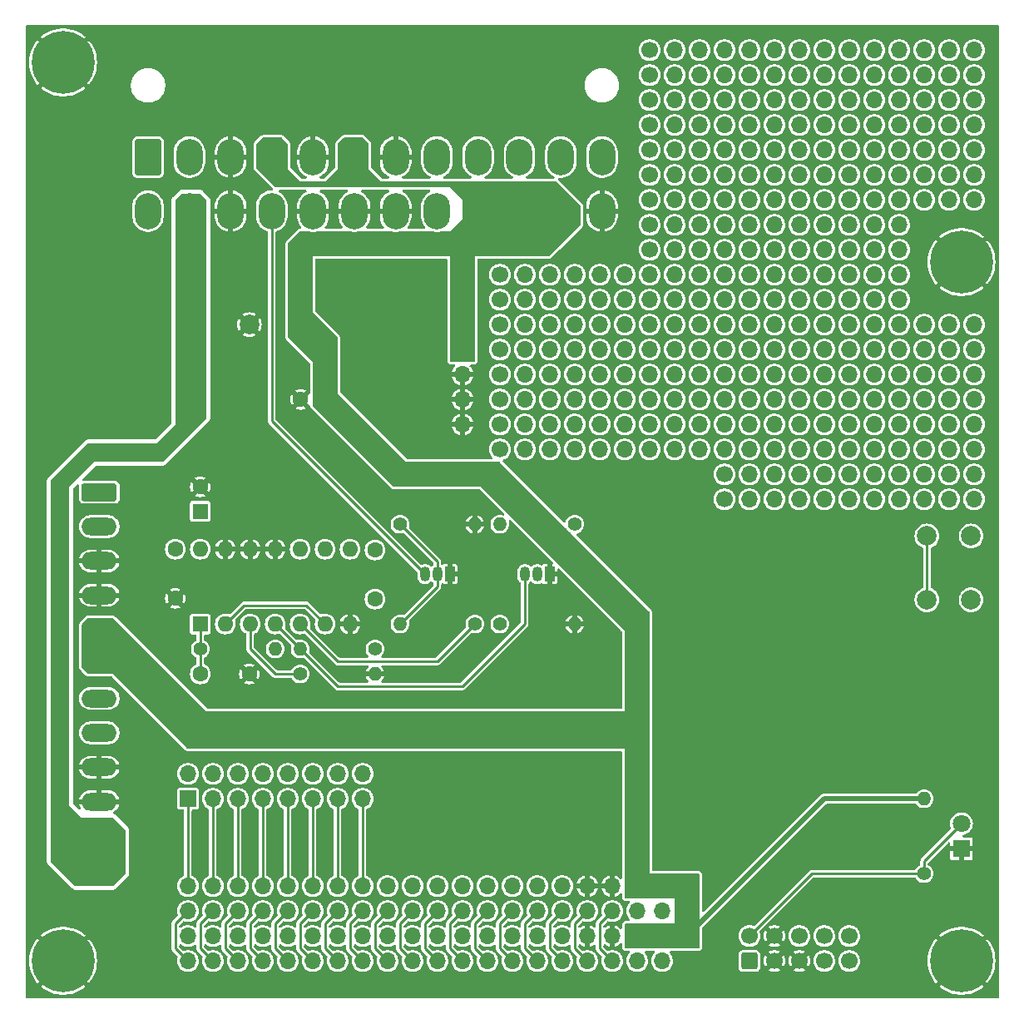
<source format=gbl>
G04 #@! TF.GenerationSoftware,KiCad,Pcbnew,8.0.4*
G04 #@! TF.CreationDate,2024-09-22T21:37:46-05:00*
G04 #@! TF.ProjectId,ATX-PSU_8b,4154582d-5053-4555-9f38-622e6b696361,rev?*
G04 #@! TF.SameCoordinates,Original*
G04 #@! TF.FileFunction,Copper,L2,Bot*
G04 #@! TF.FilePolarity,Positive*
%FSLAX46Y46*%
G04 Gerber Fmt 4.6, Leading zero omitted, Abs format (unit mm)*
G04 Created by KiCad (PCBNEW 8.0.4) date 2024-09-22 21:37:46*
%MOMM*%
%LPD*%
G01*
G04 APERTURE LIST*
G04 Aperture macros list*
%AMRoundRect*
0 Rectangle with rounded corners*
0 $1 Rounding radius*
0 $2 $3 $4 $5 $6 $7 $8 $9 X,Y pos of 4 corners*
0 Add a 4 corners polygon primitive as box body*
4,1,4,$2,$3,$4,$5,$6,$7,$8,$9,$2,$3,0*
0 Add four circle primitives for the rounded corners*
1,1,$1+$1,$2,$3*
1,1,$1+$1,$4,$5*
1,1,$1+$1,$6,$7*
1,1,$1+$1,$8,$9*
0 Add four rect primitives between the rounded corners*
20,1,$1+$1,$2,$3,$4,$5,0*
20,1,$1+$1,$4,$5,$6,$7,0*
20,1,$1+$1,$6,$7,$8,$9,0*
20,1,$1+$1,$8,$9,$2,$3,0*%
G04 Aperture macros list end*
G04 #@! TA.AperFunction,ComponentPad*
%ADD10R,1.700000X1.700000*%
G04 #@! TD*
G04 #@! TA.AperFunction,ComponentPad*
%ADD11O,1.700000X1.700000*%
G04 #@! TD*
G04 #@! TA.AperFunction,ComponentPad*
%ADD12C,1.700000*%
G04 #@! TD*
G04 #@! TA.AperFunction,ComponentPad*
%ADD13RoundRect,0.250000X0.600000X-0.600000X0.600000X0.600000X-0.600000X0.600000X-0.600000X-0.600000X0*%
G04 #@! TD*
G04 #@! TA.AperFunction,ComponentPad*
%ADD14R,1.050000X1.500000*%
G04 #@! TD*
G04 #@! TA.AperFunction,ComponentPad*
%ADD15O,1.050000X1.500000*%
G04 #@! TD*
G04 #@! TA.AperFunction,ComponentPad*
%ADD16R,1.600000X1.600000*%
G04 #@! TD*
G04 #@! TA.AperFunction,ComponentPad*
%ADD17O,1.600000X1.600000*%
G04 #@! TD*
G04 #@! TA.AperFunction,ComponentPad*
%ADD18C,1.400000*%
G04 #@! TD*
G04 #@! TA.AperFunction,ComponentPad*
%ADD19O,1.400000X1.400000*%
G04 #@! TD*
G04 #@! TA.AperFunction,ComponentPad*
%ADD20C,1.600000*%
G04 #@! TD*
G04 #@! TA.AperFunction,ComponentPad*
%ADD21C,0.800000*%
G04 #@! TD*
G04 #@! TA.AperFunction,ComponentPad*
%ADD22C,6.400000*%
G04 #@! TD*
G04 #@! TA.AperFunction,ComponentPad*
%ADD23RoundRect,0.250001X-1.099999X-1.599999X1.099999X-1.599999X1.099999X1.599999X-1.099999X1.599999X0*%
G04 #@! TD*
G04 #@! TA.AperFunction,ComponentPad*
%ADD24O,2.700000X3.700000*%
G04 #@! TD*
G04 #@! TA.AperFunction,ComponentPad*
%ADD25C,2.000000*%
G04 #@! TD*
G04 #@! TA.AperFunction,ComponentPad*
%ADD26R,1.800000X1.800000*%
G04 #@! TD*
G04 #@! TA.AperFunction,ComponentPad*
%ADD27C,1.800000*%
G04 #@! TD*
G04 #@! TA.AperFunction,ComponentPad*
%ADD28RoundRect,0.250000X-1.550000X0.650000X-1.550000X-0.650000X1.550000X-0.650000X1.550000X0.650000X0*%
G04 #@! TD*
G04 #@! TA.AperFunction,ComponentPad*
%ADD29O,3.600000X1.800000*%
G04 #@! TD*
G04 #@! TA.AperFunction,ComponentPad*
%ADD30R,2.000000X2.000000*%
G04 #@! TD*
G04 #@! TA.AperFunction,Conductor*
%ADD31C,0.254000*%
G04 #@! TD*
G04 #@! TA.AperFunction,Conductor*
%ADD32C,0.508000*%
G04 #@! TD*
G04 APERTURE END LIST*
D10*
X120650000Y-55880000D03*
D11*
X120650000Y-58420000D03*
X120650000Y-60960000D03*
X120650000Y-63500000D03*
X120650000Y-66040000D03*
X120650000Y-68580000D03*
D12*
X147320000Y-76200000D03*
D11*
X149860000Y-76200000D03*
X152399999Y-76200000D03*
X154940000Y-76200000D03*
X157480000Y-76200000D03*
X160020000Y-76200000D03*
X162560000Y-76200000D03*
X165100001Y-76200000D03*
X167640000Y-76200000D03*
X170180000Y-76200000D03*
X172720000Y-76200000D03*
D12*
X147320000Y-73660000D03*
D11*
X149860000Y-73660000D03*
X152399999Y-73660000D03*
X154940000Y-73660000D03*
X157480000Y-73660000D03*
X160020000Y-73660000D03*
X162560000Y-73660000D03*
X165100001Y-73660000D03*
X167640000Y-73660000D03*
X170180000Y-73660000D03*
X172720000Y-73660000D03*
D12*
X124460000Y-71120000D03*
D11*
X127000000Y-71120000D03*
X129539999Y-71120000D03*
X132080000Y-71120000D03*
X134620000Y-71120000D03*
X137160000Y-71120000D03*
X139700000Y-71120000D03*
X142240001Y-71120000D03*
X144780000Y-71120000D03*
X147320000Y-71120000D03*
X149860000Y-71120000D03*
X152399999Y-71120000D03*
X154940000Y-71120000D03*
X157480000Y-71120000D03*
X160020000Y-71120000D03*
X162559999Y-71120000D03*
X165100001Y-71120000D03*
X167640000Y-71120000D03*
X170180000Y-71120000D03*
X172720000Y-71120000D03*
D12*
X124460000Y-68580000D03*
D11*
X127000000Y-68580000D03*
X129539999Y-68580000D03*
X132080000Y-68580000D03*
X134620000Y-68580000D03*
X137160000Y-68580000D03*
X139700000Y-68580000D03*
X142240001Y-68580000D03*
X144780000Y-68580000D03*
X147320000Y-68580000D03*
X149860000Y-68580000D03*
X152399999Y-68580000D03*
X154940000Y-68580000D03*
X157480000Y-68580000D03*
X160020000Y-68580000D03*
X162559999Y-68580000D03*
X165100001Y-68580000D03*
X167640000Y-68580000D03*
X170180000Y-68580000D03*
X172720000Y-68580000D03*
D12*
X124460000Y-66040000D03*
D11*
X127000000Y-66040000D03*
X129539999Y-66040000D03*
X132080000Y-66040000D03*
X134620000Y-66040000D03*
X137160000Y-66040000D03*
X139700000Y-66040000D03*
X142240001Y-66040000D03*
X144780000Y-66040000D03*
X147320000Y-66040000D03*
X149860000Y-66040000D03*
X152399999Y-66040000D03*
X154940000Y-66040000D03*
X157480000Y-66040000D03*
X160020000Y-66040000D03*
X162559999Y-66040000D03*
X165100001Y-66040000D03*
X167640000Y-66040000D03*
X170180000Y-66040000D03*
X172720000Y-66040000D03*
D12*
X124460000Y-63500000D03*
D11*
X127000000Y-63500000D03*
X129539999Y-63500000D03*
X132080000Y-63500000D03*
X134620000Y-63500000D03*
X137160000Y-63500000D03*
X139700000Y-63500000D03*
X142240001Y-63500000D03*
X144780000Y-63500000D03*
X147320000Y-63500000D03*
X149860000Y-63500000D03*
X152399999Y-63500000D03*
X154940000Y-63500000D03*
X157480000Y-63500000D03*
X160020000Y-63500000D03*
X162559999Y-63500000D03*
X165100001Y-63500000D03*
X167640000Y-63500000D03*
X170180000Y-63500000D03*
X172720000Y-63500000D03*
D12*
X124460000Y-60960000D03*
D11*
X127000000Y-60960000D03*
X129539999Y-60960000D03*
X132080000Y-60960000D03*
X134620000Y-60960000D03*
X137160000Y-60960000D03*
X139700000Y-60960000D03*
X142240001Y-60960000D03*
X144780000Y-60960000D03*
X147320000Y-60960000D03*
X149860000Y-60960000D03*
X152399999Y-60960000D03*
X154940000Y-60960000D03*
X157480000Y-60960000D03*
X160020000Y-60960000D03*
X162559999Y-60960000D03*
X165100001Y-60960000D03*
X167640000Y-60960000D03*
X170180000Y-60960000D03*
X172720000Y-60960000D03*
D12*
X124460000Y-58420000D03*
D11*
X127000000Y-58420000D03*
X129539999Y-58420000D03*
X132080000Y-58420000D03*
X134620000Y-58420000D03*
X137160000Y-58420000D03*
X139700000Y-58420000D03*
X142240001Y-58420000D03*
X144780000Y-58420000D03*
X147320000Y-58420000D03*
X149860000Y-58420000D03*
X152399999Y-58420000D03*
X154940000Y-58420000D03*
X157480000Y-58420000D03*
X160020000Y-58420000D03*
X162559999Y-58420000D03*
X165100001Y-58420000D03*
X167640000Y-58420000D03*
X170180000Y-58420000D03*
X172720000Y-58420000D03*
D12*
X124460000Y-55880000D03*
D11*
X127000000Y-55880000D03*
X129539999Y-55880000D03*
X132080000Y-55880000D03*
X134620000Y-55880000D03*
X137160000Y-55880000D03*
X139700000Y-55880000D03*
X142240001Y-55880000D03*
X144780000Y-55880000D03*
X147320000Y-55880000D03*
X149860000Y-55880000D03*
X152399999Y-55880000D03*
X154940000Y-55880000D03*
X157480000Y-55880000D03*
X160020000Y-55880000D03*
X162559999Y-55880000D03*
X165100001Y-55880000D03*
D12*
X124460000Y-53340000D03*
D11*
X127000000Y-53340000D03*
X129539999Y-53340000D03*
X132080000Y-53340000D03*
X134620000Y-53340000D03*
X137160000Y-53340000D03*
X139700000Y-53340000D03*
X142240001Y-53340000D03*
X144780000Y-53340000D03*
X147320000Y-53340000D03*
X149860000Y-53340000D03*
X152399999Y-53340000D03*
X154940000Y-53340000D03*
X157480000Y-53340000D03*
X160020000Y-53340000D03*
X162559999Y-53340000D03*
X165100001Y-53340000D03*
D12*
X139700000Y-50800000D03*
D11*
X142240000Y-50800000D03*
X144779999Y-50800000D03*
X147320000Y-50800000D03*
X149860000Y-50800000D03*
X152400000Y-50800000D03*
X154940000Y-50800000D03*
X157480001Y-50800000D03*
X160020000Y-50800000D03*
X162560000Y-50800000D03*
X165100000Y-50800000D03*
D12*
X139700000Y-48260000D03*
D11*
X142240000Y-48260000D03*
X144779999Y-48260000D03*
X147320000Y-48260000D03*
X149860000Y-48260000D03*
X152400000Y-48260000D03*
X154940000Y-48260000D03*
X157480001Y-48260000D03*
X160020000Y-48260000D03*
X162560000Y-48260000D03*
X165100000Y-48260000D03*
D12*
X139700000Y-45720000D03*
D11*
X142240000Y-45720000D03*
X144779999Y-45720000D03*
X147320000Y-45720000D03*
X149860000Y-45720000D03*
X152400000Y-45720000D03*
X154940000Y-45720000D03*
X157480001Y-45720000D03*
X160020000Y-45720000D03*
X162560000Y-45720000D03*
X165100000Y-45720000D03*
X167639999Y-45720000D03*
X170180000Y-45720000D03*
X172720000Y-45720000D03*
D12*
X139700000Y-43180000D03*
D11*
X142240000Y-43180000D03*
X144779999Y-43180000D03*
X147320000Y-43180000D03*
X149860000Y-43180000D03*
X152400000Y-43180000D03*
X154940000Y-43180000D03*
X157480001Y-43180000D03*
X160020000Y-43180000D03*
X162560000Y-43180000D03*
X165100000Y-43180000D03*
X167639999Y-43180000D03*
X170180000Y-43180000D03*
X172720000Y-43180000D03*
D12*
X139700000Y-40640000D03*
D11*
X142240000Y-40640000D03*
X144779999Y-40640000D03*
X147320000Y-40640000D03*
X149860000Y-40640000D03*
X152400000Y-40640000D03*
X154940000Y-40640000D03*
X157480001Y-40640000D03*
X160020000Y-40640000D03*
X162560000Y-40640000D03*
X165100000Y-40640000D03*
X167639999Y-40640000D03*
X170180000Y-40640000D03*
X172720000Y-40640000D03*
D12*
X139700000Y-38100000D03*
D11*
X142240000Y-38100000D03*
X144779999Y-38100000D03*
X147320000Y-38100000D03*
X149860000Y-38100000D03*
X152400000Y-38100000D03*
X154940000Y-38100000D03*
X157480001Y-38100000D03*
X160020000Y-38100000D03*
X162560000Y-38100000D03*
X165100000Y-38100000D03*
X167639999Y-38100000D03*
X170180000Y-38100000D03*
X172720000Y-38100000D03*
D12*
X139700000Y-35560000D03*
D11*
X142240000Y-35560000D03*
X144779999Y-35560000D03*
X147320000Y-35560000D03*
X149860000Y-35560000D03*
X152400000Y-35560000D03*
X154940000Y-35560000D03*
X157480001Y-35560000D03*
X160020000Y-35560000D03*
X162560000Y-35560000D03*
X165100000Y-35560000D03*
X167639999Y-35560000D03*
X170180000Y-35560000D03*
X172720000Y-35560000D03*
D12*
X139700000Y-33020000D03*
D11*
X142240000Y-33020000D03*
X144779999Y-33020000D03*
X147320000Y-33020000D03*
X149860000Y-33020000D03*
X152400000Y-33020000D03*
X154940000Y-33020000D03*
X157480001Y-33020000D03*
X160020000Y-33020000D03*
X162560000Y-33020000D03*
X165100000Y-33020000D03*
X167639999Y-33020000D03*
X170180000Y-33020000D03*
X172720000Y-33020000D03*
D12*
X139700000Y-30480000D03*
D11*
X142240000Y-30480000D03*
X144779999Y-30480000D03*
X147320000Y-30480000D03*
X149860000Y-30480000D03*
X152400000Y-30480000D03*
X154940000Y-30480000D03*
X157480001Y-30480000D03*
X160020000Y-30480000D03*
X162560000Y-30480000D03*
X165100000Y-30480000D03*
X167639999Y-30480000D03*
X170180000Y-30480000D03*
X172720000Y-30480000D03*
D10*
X140970000Y-115570000D03*
D11*
X140970000Y-118110000D03*
X138430000Y-115570000D03*
X138430000Y-118110000D03*
X135890001Y-115570000D03*
X135890000Y-118110000D03*
X133350000Y-115570000D03*
X133350000Y-118110000D03*
X130810000Y-115570000D03*
X130810000Y-118110000D03*
X128270000Y-115570000D03*
X128270000Y-118110000D03*
X125730000Y-115570000D03*
X125730000Y-118110000D03*
X123189999Y-115570000D03*
X123190000Y-118110000D03*
X120650000Y-115570000D03*
X120650000Y-118110000D03*
X118110000Y-115570000D03*
X118110000Y-118110000D03*
X115570000Y-115570000D03*
X115570000Y-118110000D03*
X113030001Y-115570000D03*
X113030000Y-118110000D03*
X110490000Y-115570000D03*
X110490000Y-118110000D03*
X107950000Y-115570000D03*
X107950000Y-118110000D03*
X105410000Y-115570000D03*
X105410000Y-118110000D03*
X102870001Y-115570000D03*
X102870000Y-118110000D03*
X100329999Y-115570000D03*
X100330000Y-118110000D03*
X97790000Y-115570000D03*
X97790000Y-118110000D03*
X95250000Y-115570000D03*
X95250000Y-118110000D03*
X92710000Y-115570000D03*
X92710000Y-118110000D03*
D12*
X160020000Y-120650000D03*
X160020000Y-123190000D03*
X157480000Y-120650000D03*
X157480000Y-123190000D03*
X154940000Y-120650000D03*
X154939999Y-123190000D03*
X152400000Y-120650000D03*
X152400000Y-123190000D03*
X149860000Y-120650000D03*
D13*
X149860000Y-123190000D03*
D14*
X119380000Y-83820000D03*
D15*
X118109999Y-83820000D03*
X116840000Y-83820000D03*
D16*
X93980000Y-88900000D03*
D17*
X96520000Y-88900000D03*
X99059999Y-88900000D03*
X101600000Y-88900000D03*
X104140000Y-88900000D03*
X106680000Y-88900000D03*
X109220000Y-88900000D03*
X109220000Y-81280000D03*
X106680000Y-81280000D03*
X104140000Y-81280000D03*
X101600000Y-81280000D03*
X99060000Y-81280000D03*
X96520000Y-81280000D03*
X93980000Y-81280000D03*
D18*
X114300000Y-78740000D03*
D19*
X121920000Y-78740000D03*
D20*
X91440000Y-81280000D03*
X91440000Y-86280000D03*
D18*
X132080000Y-78740000D03*
D19*
X124460000Y-78740000D03*
D21*
X169050000Y-123190000D03*
X169752944Y-121492944D03*
X169752944Y-124887056D03*
X171450000Y-120790000D03*
D22*
X171450000Y-123190000D03*
D21*
X171450000Y-125590000D03*
X173147056Y-121492944D03*
X173147056Y-124887056D03*
X173850000Y-123190000D03*
D18*
X124460000Y-88900000D03*
D19*
X132080000Y-88900000D03*
D14*
X129540000Y-83820000D03*
D15*
X128269999Y-83820000D03*
X127000000Y-83820000D03*
D10*
X140970000Y-120650000D03*
D11*
X140970000Y-123190000D03*
X138430000Y-120650000D03*
X138430000Y-123190000D03*
X135890001Y-120650000D03*
X135890000Y-123190000D03*
X133350000Y-120650000D03*
X133350000Y-123190000D03*
X130810000Y-120650000D03*
X130810000Y-123190000D03*
X128270000Y-120650000D03*
X128270000Y-123190000D03*
X125730000Y-120650000D03*
X125730000Y-123190000D03*
X123189999Y-120650000D03*
X123190000Y-123190000D03*
X120650000Y-120650000D03*
X120650000Y-123190000D03*
X118110000Y-120650000D03*
X118110000Y-123190000D03*
X115570000Y-120650000D03*
X115570000Y-123190000D03*
X113030001Y-120650000D03*
X113030000Y-123190000D03*
X110490000Y-120650000D03*
X110490000Y-123190000D03*
X107950000Y-120650000D03*
X107950000Y-123190000D03*
X105410000Y-120650000D03*
X105410000Y-123190000D03*
X102870001Y-120650000D03*
X102870000Y-123190000D03*
X100329999Y-120650000D03*
X100330000Y-123190000D03*
X97790000Y-120650000D03*
X97790000Y-123190000D03*
X95250000Y-120650000D03*
X95250000Y-123190000D03*
X92710000Y-120650000D03*
X92710000Y-123190000D03*
D23*
X88660000Y-41375000D03*
D24*
X92860000Y-41375000D03*
X97060000Y-41375000D03*
X101260000Y-41375000D03*
X105460000Y-41375000D03*
X109660000Y-41375000D03*
X113860000Y-41375000D03*
X118060000Y-41375000D03*
X122260000Y-41375000D03*
X126460000Y-41375000D03*
X130660000Y-41375000D03*
X134860000Y-41375000D03*
X88660000Y-46875000D03*
X92860000Y-46875000D03*
X97060000Y-46875000D03*
X101260000Y-46875000D03*
X105460000Y-46875000D03*
X109660000Y-46875000D03*
X113860000Y-46875000D03*
X118060000Y-46875000D03*
X122260000Y-46875000D03*
X126460000Y-46875000D03*
X130660000Y-46875000D03*
X134860000Y-46875000D03*
D25*
X167930000Y-86435000D03*
X167930000Y-79935000D03*
X172430001Y-86435000D03*
X172430000Y-79934999D03*
D18*
X167640000Y-114300000D03*
D19*
X167640000Y-106680000D03*
D18*
X104140000Y-93980000D03*
D19*
X111760000Y-93980000D03*
D10*
X92710000Y-106680000D03*
D11*
X92710000Y-104140000D03*
X95250000Y-106680000D03*
X95250000Y-104140000D03*
X97790000Y-106680000D03*
X97790000Y-104140000D03*
X100330000Y-106680000D03*
X100330000Y-104140000D03*
X102870000Y-106680000D03*
X102870000Y-104140000D03*
X105410000Y-106680000D03*
X105410000Y-104140000D03*
X107950000Y-106680000D03*
X107950000Y-104140000D03*
X110490000Y-106680000D03*
X110490000Y-104140000D03*
D26*
X171450000Y-111760000D03*
D27*
X171450000Y-109220000D03*
D20*
X111760000Y-86360000D03*
X111760000Y-81360000D03*
X93980000Y-93980000D03*
X98980000Y-93980000D03*
D18*
X121920000Y-88900000D03*
D19*
X114300000Y-88900000D03*
D28*
X83700000Y-75475000D03*
D29*
X83700000Y-78975000D03*
X83700000Y-82474999D03*
X83700000Y-85975000D03*
X83700000Y-89475000D03*
X83700000Y-92975000D03*
X83700000Y-96474999D03*
X83700000Y-99975000D03*
X83700000Y-103475000D03*
X83700000Y-106975001D03*
X83700000Y-110475000D03*
X83700000Y-113975000D03*
D30*
X103967678Y-58420000D03*
D25*
X98967678Y-58420000D03*
D21*
X173850000Y-52070000D03*
X173147056Y-53767056D03*
X173147056Y-50372944D03*
X171450000Y-54470000D03*
D22*
X171450000Y-52070000D03*
D21*
X171450000Y-49670000D03*
X169752944Y-53767056D03*
X169752944Y-50372944D03*
X169050000Y-52070000D03*
X77610000Y-123190000D03*
X78312944Y-121492944D03*
X78312944Y-124887056D03*
X80010000Y-120790000D03*
D22*
X80010000Y-123190000D03*
D21*
X80010000Y-125590000D03*
X81707056Y-121492944D03*
X81707056Y-124887056D03*
X82410000Y-123190000D03*
D18*
X93980000Y-91440000D03*
D19*
X101600000Y-91440000D03*
D16*
X106680000Y-66040000D03*
D20*
X104180000Y-66040000D03*
D21*
X77610000Y-31750000D03*
X78312944Y-30052944D03*
X78312944Y-33447056D03*
X80010000Y-29350000D03*
D22*
X80010000Y-31750000D03*
D21*
X80010000Y-34150000D03*
X81707056Y-30052944D03*
X81707056Y-33447056D03*
X82410000Y-31750000D03*
D16*
X93980000Y-77430000D03*
D20*
X93980000Y-74930000D03*
D18*
X111760000Y-91440000D03*
D19*
X104140000Y-91440000D03*
D31*
X167930000Y-79935000D02*
X167930000Y-86435000D01*
X110490000Y-115570000D02*
X110490000Y-106680000D01*
X107950000Y-106680000D02*
X107950000Y-115570000D01*
X105410000Y-115570000D02*
X105410000Y-106680000D01*
X102870001Y-115570000D02*
X102870001Y-106680001D01*
X102870001Y-106680001D02*
X102870000Y-106680000D01*
X100329999Y-115570000D02*
X100329999Y-106680001D01*
X100329999Y-106680001D02*
X100330000Y-106680000D01*
X97790000Y-106680000D02*
X97790000Y-115570000D01*
X95250000Y-115570000D02*
X95250000Y-106680000D01*
X92710000Y-106680000D02*
X92710000Y-115570000D01*
X134620000Y-119380000D02*
X135890000Y-118110000D01*
X134620000Y-121920000D02*
X134620000Y-119380000D01*
X135890000Y-123190000D02*
X134620000Y-121920000D01*
X132080000Y-119380000D02*
X133350000Y-118110000D01*
X132080000Y-121920000D02*
X132080000Y-119380000D01*
X133350000Y-123190000D02*
X132080000Y-121920000D01*
X129540000Y-119380000D02*
X130810000Y-118110000D01*
X129540000Y-121920000D02*
X129540000Y-119380000D01*
X130810000Y-123190000D02*
X129540000Y-121920000D01*
X127000000Y-119380000D02*
X128270000Y-118110000D01*
X127000000Y-121920000D02*
X127000000Y-119380000D01*
X128270000Y-123190000D02*
X127000000Y-121920000D01*
X124460000Y-119380000D02*
X125730000Y-118110000D01*
X124460000Y-121920000D02*
X124460000Y-119380000D01*
X125730000Y-123190000D02*
X124460000Y-121920000D01*
X121920000Y-119380000D02*
X123190000Y-118110000D01*
X121920000Y-121920000D02*
X121920000Y-119380000D01*
X123190000Y-123190000D02*
X121920000Y-121920000D01*
X119380000Y-119380000D02*
X120650000Y-118110000D01*
X119380000Y-121920000D02*
X119380000Y-119380000D01*
X120650000Y-123190000D02*
X119380000Y-121920000D01*
X116840000Y-119380000D02*
X118110000Y-118110000D01*
X116840000Y-121920000D02*
X116840000Y-119380000D01*
X118110000Y-123190000D02*
X116840000Y-121920000D01*
X114300000Y-119380000D02*
X115570000Y-118110000D01*
X114300000Y-121920000D02*
X114300000Y-119380000D01*
X115570000Y-123190000D02*
X114300000Y-121920000D01*
X111760000Y-119380000D02*
X113030000Y-118110000D01*
X111760000Y-121920000D02*
X111760000Y-119380000D01*
X113030000Y-123190000D02*
X111760000Y-121920000D01*
X109220000Y-119380000D02*
X110490000Y-118110000D01*
X109220000Y-121920000D02*
X109220000Y-119380000D01*
X110490000Y-123190000D02*
X109220000Y-121920000D01*
X106680000Y-119380000D02*
X107950000Y-118110000D01*
X106680000Y-121920000D02*
X106680000Y-119380000D01*
X107950000Y-123190000D02*
X106680000Y-121920000D01*
X104140000Y-119380000D02*
X105410000Y-118110000D01*
X104140000Y-121920000D02*
X104140000Y-119380000D01*
X105410000Y-123190000D02*
X104140000Y-121920000D01*
X101600000Y-119380000D02*
X102870000Y-118110000D01*
X101600000Y-121920000D02*
X101600000Y-119380000D01*
X102870000Y-123190000D02*
X101600000Y-121920000D01*
X99060000Y-119380000D02*
X100330000Y-118110000D01*
X99060000Y-121920000D02*
X99060000Y-119380000D01*
X100330000Y-123190000D02*
X99060000Y-121920000D01*
X96520000Y-119380000D02*
X97790000Y-118110000D01*
X96520000Y-121920000D02*
X96520000Y-119380000D01*
X97790000Y-123190000D02*
X96520000Y-121920000D01*
X93980000Y-119380000D02*
X95250000Y-118110000D01*
X93980000Y-121920000D02*
X93980000Y-119380000D01*
X95250000Y-123190000D02*
X93980000Y-121920000D01*
X91440000Y-119380000D02*
X92710000Y-118110000D01*
X91440000Y-121920000D02*
X91440000Y-119380000D01*
X92710000Y-123190000D02*
X91440000Y-121920000D01*
X156210000Y-114300000D02*
X167640000Y-114300000D01*
X149860000Y-120650000D02*
X156210000Y-114300000D01*
X167640000Y-113030000D02*
X167640000Y-114300000D01*
X171450000Y-109220000D02*
X167640000Y-113030000D01*
D32*
X157480000Y-106680000D02*
X143510000Y-120650000D01*
X167640000Y-106680000D02*
X157480000Y-106680000D01*
X143510000Y-120650000D02*
X140970000Y-120650000D01*
D31*
X101260000Y-68240000D02*
X101260000Y-46875000D01*
X116840000Y-83820000D02*
X101260000Y-68240000D01*
X100330000Y-120649999D02*
X100329999Y-120650000D01*
X102870000Y-120649999D02*
X102870001Y-120650000D01*
X99060000Y-91440000D02*
X99060000Y-88900001D01*
X104140000Y-93980000D02*
X101600000Y-93980000D01*
X101600000Y-93980000D02*
X99060000Y-91440000D01*
X99060000Y-88900001D02*
X99059999Y-88900000D01*
X107950000Y-92710000D02*
X118110000Y-92710000D01*
X104140000Y-88900000D02*
X107950000Y-92710000D01*
X118110000Y-92710000D02*
X121920000Y-88900000D01*
X93980000Y-91440000D02*
X93980000Y-88900000D01*
X93980000Y-93980000D02*
X93980000Y-91440000D01*
X118109999Y-83820000D02*
X118109999Y-82549999D01*
X114300000Y-88900000D02*
X118109999Y-85090001D01*
X118109999Y-82549999D02*
X114300000Y-78740000D01*
X118109999Y-85090001D02*
X118109999Y-83820000D01*
X104140000Y-91440000D02*
X107950000Y-95250000D01*
X104140000Y-91440000D02*
X101600000Y-88900000D01*
X107950000Y-95250000D02*
X120650000Y-95250000D01*
X120650000Y-95250000D02*
X127000000Y-88900000D01*
X127000000Y-88900000D02*
X127000000Y-83820000D01*
X98425000Y-86995000D02*
X96520000Y-88900000D01*
X104775000Y-86995000D02*
X98425000Y-86995000D01*
X106680000Y-88900000D02*
X104775000Y-86995000D01*
G04 #@! TA.AperFunction,Conductor*
G36*
X108938908Y-44729502D02*
G01*
X108985401Y-44783158D01*
X108995505Y-44853432D01*
X108966011Y-44918012D01*
X108927990Y-44947767D01*
X108819317Y-45003138D01*
X108615061Y-45151539D01*
X108615058Y-45151541D01*
X108436541Y-45330058D01*
X108436539Y-45330061D01*
X108288138Y-45534317D01*
X108173516Y-45759276D01*
X108173513Y-45759282D01*
X108095497Y-45999390D01*
X108056000Y-46248765D01*
X108056000Y-46621000D01*
X108792891Y-46621000D01*
X108760000Y-46786358D01*
X108760000Y-46963642D01*
X108792891Y-47129000D01*
X108056000Y-47129000D01*
X108056000Y-47501234D01*
X108095497Y-47750609D01*
X108173513Y-47990717D01*
X108173516Y-47990723D01*
X108288138Y-48215682D01*
X108436539Y-48419938D01*
X108436541Y-48419941D01*
X108437005Y-48420405D01*
X108437124Y-48420624D01*
X108439754Y-48423703D01*
X108439107Y-48424255D01*
X108471031Y-48482717D01*
X108465966Y-48553532D01*
X108423419Y-48610368D01*
X108356899Y-48635179D01*
X108347910Y-48635500D01*
X106772090Y-48635500D01*
X106703969Y-48615498D01*
X106657476Y-48561842D01*
X106647372Y-48491568D01*
X106676866Y-48426988D01*
X106682995Y-48420405D01*
X106683458Y-48419941D01*
X106683460Y-48419938D01*
X106831861Y-48215682D01*
X106946483Y-47990723D01*
X106946486Y-47990717D01*
X107024502Y-47750609D01*
X107064000Y-47501234D01*
X107064000Y-47129000D01*
X106327109Y-47129000D01*
X106360000Y-46963642D01*
X106360000Y-46786358D01*
X106327109Y-46621000D01*
X107064000Y-46621000D01*
X107064000Y-46248765D01*
X107024502Y-45999390D01*
X106946486Y-45759282D01*
X106946483Y-45759276D01*
X106831861Y-45534317D01*
X106683460Y-45330061D01*
X106683458Y-45330058D01*
X106504941Y-45151541D01*
X106504938Y-45151539D01*
X106300682Y-45003138D01*
X106192010Y-44947767D01*
X106140395Y-44899019D01*
X106123329Y-44830104D01*
X106146230Y-44762902D01*
X106201827Y-44718750D01*
X106249213Y-44709500D01*
X108870787Y-44709500D01*
X108938908Y-44729502D01*
G37*
G04 #@! TD.AperFunction*
G04 #@! TA.AperFunction,Conductor*
G36*
X113138908Y-44729502D02*
G01*
X113185401Y-44783158D01*
X113195505Y-44853432D01*
X113166011Y-44918012D01*
X113127990Y-44947767D01*
X113019317Y-45003138D01*
X112815061Y-45151539D01*
X112815058Y-45151541D01*
X112636541Y-45330058D01*
X112636539Y-45330061D01*
X112488138Y-45534317D01*
X112373516Y-45759276D01*
X112373513Y-45759282D01*
X112295497Y-45999390D01*
X112256000Y-46248765D01*
X112256000Y-46621000D01*
X112992891Y-46621000D01*
X112960000Y-46786358D01*
X112960000Y-46963642D01*
X112992891Y-47129000D01*
X112256000Y-47129000D01*
X112256000Y-47501234D01*
X112295497Y-47750609D01*
X112373513Y-47990717D01*
X112373516Y-47990723D01*
X112488138Y-48215682D01*
X112636539Y-48419938D01*
X112636541Y-48419941D01*
X112637005Y-48420405D01*
X112637124Y-48420624D01*
X112639754Y-48423703D01*
X112639107Y-48424255D01*
X112671031Y-48482717D01*
X112665966Y-48553532D01*
X112623419Y-48610368D01*
X112556899Y-48635179D01*
X112547910Y-48635500D01*
X110972090Y-48635500D01*
X110903969Y-48615498D01*
X110857476Y-48561842D01*
X110847372Y-48491568D01*
X110876866Y-48426988D01*
X110882995Y-48420405D01*
X110883458Y-48419941D01*
X110883460Y-48419938D01*
X111031861Y-48215682D01*
X111146483Y-47990723D01*
X111146486Y-47990717D01*
X111224502Y-47750609D01*
X111264000Y-47501234D01*
X111264000Y-47129000D01*
X110527109Y-47129000D01*
X110560000Y-46963642D01*
X110560000Y-46786358D01*
X110527109Y-46621000D01*
X111264000Y-46621000D01*
X111264000Y-46248765D01*
X111224502Y-45999390D01*
X111146486Y-45759282D01*
X111146483Y-45759276D01*
X111031861Y-45534317D01*
X110883460Y-45330061D01*
X110883458Y-45330058D01*
X110704941Y-45151541D01*
X110704938Y-45151539D01*
X110500682Y-45003138D01*
X110392010Y-44947767D01*
X110340395Y-44899019D01*
X110323329Y-44830104D01*
X110346230Y-44762902D01*
X110401827Y-44718750D01*
X110449213Y-44709500D01*
X113070787Y-44709500D01*
X113138908Y-44729502D01*
G37*
G04 #@! TD.AperFunction*
G04 #@! TA.AperFunction,Conductor*
G36*
X117337808Y-44729502D02*
G01*
X117384301Y-44783158D01*
X117394405Y-44853432D01*
X117364911Y-44918012D01*
X117326892Y-44947765D01*
X117277926Y-44972715D01*
X117219055Y-45002711D01*
X117014736Y-45151158D01*
X117014733Y-45151160D01*
X116836160Y-45329733D01*
X116836158Y-45329736D01*
X116687711Y-45534055D01*
X116573053Y-45759084D01*
X116573050Y-45759090D01*
X116495010Y-45999274D01*
X116495009Y-45999277D01*
X116495009Y-45999279D01*
X116455500Y-46248723D01*
X116455500Y-47501277D01*
X116495009Y-47750721D01*
X116495010Y-47750725D01*
X116530288Y-47859301D01*
X116573052Y-47990914D01*
X116687709Y-48215941D01*
X116836156Y-48420261D01*
X116836158Y-48420263D01*
X116836160Y-48420266D01*
X116836299Y-48420405D01*
X116836334Y-48420470D01*
X116839373Y-48424028D01*
X116838625Y-48424666D01*
X116870325Y-48482717D01*
X116865260Y-48553532D01*
X116822713Y-48610368D01*
X116756193Y-48635179D01*
X116747204Y-48635500D01*
X115172090Y-48635500D01*
X115103969Y-48615498D01*
X115057476Y-48561842D01*
X115047372Y-48491568D01*
X115076866Y-48426988D01*
X115082995Y-48420405D01*
X115083458Y-48419941D01*
X115083460Y-48419938D01*
X115231861Y-48215682D01*
X115346483Y-47990723D01*
X115346486Y-47990717D01*
X115424502Y-47750609D01*
X115464000Y-47501234D01*
X115464000Y-47129000D01*
X114727109Y-47129000D01*
X114760000Y-46963642D01*
X114760000Y-46786358D01*
X114727109Y-46621000D01*
X115464000Y-46621000D01*
X115464000Y-46248765D01*
X115424502Y-45999390D01*
X115346486Y-45759282D01*
X115346483Y-45759276D01*
X115231861Y-45534317D01*
X115083460Y-45330061D01*
X115083458Y-45330058D01*
X114904941Y-45151541D01*
X114904938Y-45151539D01*
X114700682Y-45003138D01*
X114592010Y-44947767D01*
X114540395Y-44899019D01*
X114523329Y-44830104D01*
X114546230Y-44762902D01*
X114601827Y-44718750D01*
X114649213Y-44709500D01*
X117269687Y-44709500D01*
X117337808Y-44729502D01*
G37*
G04 #@! TD.AperFunction*
G04 #@! TA.AperFunction,Conductor*
G36*
X175202121Y-27960002D02*
G01*
X175248614Y-28013658D01*
X175260000Y-28066000D01*
X175260000Y-126874000D01*
X175239998Y-126942121D01*
X175186342Y-126988614D01*
X175134000Y-127000000D01*
X76326000Y-127000000D01*
X76257879Y-126979998D01*
X76211386Y-126926342D01*
X76200000Y-126874000D01*
X76200000Y-123189996D01*
X76550927Y-123189996D01*
X76550927Y-123190003D01*
X76571204Y-123563992D01*
X76631796Y-123933593D01*
X76731998Y-124294484D01*
X76870625Y-124642416D01*
X76870629Y-124642424D01*
X77046065Y-124973333D01*
X77046067Y-124973337D01*
X77256254Y-125283339D01*
X77394588Y-125446200D01*
X78713367Y-124127421D01*
X78789588Y-124232330D01*
X78967670Y-124410412D01*
X79072577Y-124486631D01*
X77751227Y-125807981D01*
X77770642Y-125826372D01*
X78068815Y-126053038D01*
X78389735Y-126246129D01*
X78729667Y-126403398D01*
X79084593Y-126522988D01*
X79084598Y-126522989D01*
X79450367Y-126603501D01*
X79450395Y-126603506D01*
X79822722Y-126643999D01*
X79822738Y-126644000D01*
X80197262Y-126644000D01*
X80197277Y-126643999D01*
X80569604Y-126603506D01*
X80569632Y-126603501D01*
X80935401Y-126522989D01*
X80935406Y-126522988D01*
X81290332Y-126403398D01*
X81630264Y-126246129D01*
X81951184Y-126053038D01*
X82249358Y-125826371D01*
X82268771Y-125807981D01*
X80947422Y-124486631D01*
X81052330Y-124410412D01*
X81230412Y-124232330D01*
X81306632Y-124127421D01*
X82625410Y-125446199D01*
X82763748Y-125283334D01*
X82973932Y-124973337D01*
X82973934Y-124973333D01*
X83149370Y-124642424D01*
X83149374Y-124642416D01*
X83288001Y-124294484D01*
X83388203Y-123933593D01*
X83448795Y-123563992D01*
X83469073Y-123190003D01*
X83469073Y-123189996D01*
X83448795Y-122816007D01*
X83388203Y-122446406D01*
X83288001Y-122085515D01*
X83149374Y-121737583D01*
X83149370Y-121737575D01*
X82973934Y-121406666D01*
X82973932Y-121406662D01*
X82763745Y-121096660D01*
X82625410Y-120933798D01*
X81306631Y-122252577D01*
X81230412Y-122147670D01*
X81052330Y-121969588D01*
X80947421Y-121893367D01*
X82268771Y-120572017D01*
X82249359Y-120553630D01*
X82249354Y-120553625D01*
X81951184Y-120326961D01*
X81630264Y-120133870D01*
X81290332Y-119976601D01*
X80935406Y-119857011D01*
X80935401Y-119857010D01*
X80569632Y-119776498D01*
X80569604Y-119776493D01*
X80197277Y-119736000D01*
X79822722Y-119736000D01*
X79450395Y-119776493D01*
X79450367Y-119776498D01*
X79084598Y-119857010D01*
X79084593Y-119857011D01*
X78729667Y-119976601D01*
X78389735Y-120133870D01*
X78068815Y-120326961D01*
X77770642Y-120553628D01*
X77751227Y-120572017D01*
X79072577Y-121893367D01*
X78967670Y-121969588D01*
X78789588Y-122147670D01*
X78713367Y-122252577D01*
X77394588Y-120933798D01*
X77256254Y-121096660D01*
X77046067Y-121406662D01*
X77046065Y-121406666D01*
X76870629Y-121737575D01*
X76870625Y-121737583D01*
X76731998Y-122085515D01*
X76631796Y-122446406D01*
X76571204Y-122816007D01*
X76550927Y-123189996D01*
X76200000Y-123189996D01*
X76200000Y-74347184D01*
X78353500Y-74347184D01*
X78353500Y-112977822D01*
X78355712Y-113019101D01*
X78355717Y-113019153D01*
X78358590Y-113045881D01*
X78358593Y-113045901D01*
X78363021Y-113075936D01*
X78403659Y-113189827D01*
X78437685Y-113252139D01*
X78503608Y-113340202D01*
X78503611Y-113340205D01*
X78503614Y-113340209D01*
X80969791Y-115806386D01*
X80989400Y-115824000D01*
X81000569Y-115834032D01*
X81021543Y-115850935D01*
X81045912Y-115869043D01*
X81155180Y-115920842D01*
X81223301Y-115940844D01*
X81223309Y-115940845D01*
X81223313Y-115940846D01*
X81295893Y-115951281D01*
X81332190Y-115956500D01*
X85037821Y-115956500D01*
X85037821Y-115956499D01*
X85070872Y-115954727D01*
X85079101Y-115954287D01*
X85079103Y-115954286D01*
X85079118Y-115954286D01*
X85105901Y-115951407D01*
X85135936Y-115946979D01*
X85249827Y-115906341D01*
X85312139Y-115872315D01*
X85400202Y-115806392D01*
X85636599Y-115569995D01*
X91600768Y-115569995D01*
X91600768Y-115570004D01*
X91619654Y-115773819D01*
X91671002Y-115954287D01*
X91675672Y-115970701D01*
X91766912Y-116153935D01*
X91766913Y-116153936D01*
X91890266Y-116317284D01*
X92041536Y-116455185D01*
X92215566Y-116562940D01*
X92215568Y-116562940D01*
X92215573Y-116562944D01*
X92406444Y-116636888D01*
X92607653Y-116674500D01*
X92607655Y-116674500D01*
X92812345Y-116674500D01*
X92812347Y-116674500D01*
X93013556Y-116636888D01*
X93204427Y-116562944D01*
X93378462Y-116455186D01*
X93529732Y-116317285D01*
X93533596Y-116312169D01*
X93550006Y-116290436D01*
X93653088Y-116153935D01*
X93744328Y-115970701D01*
X93800345Y-115773821D01*
X93819232Y-115570000D01*
X93813132Y-115504174D01*
X93800345Y-115366180D01*
X93786068Y-115316000D01*
X93744328Y-115169299D01*
X93653088Y-114986065D01*
X93612538Y-114932368D01*
X93529733Y-114822715D01*
X93378463Y-114684814D01*
X93204430Y-114577058D01*
X93204427Y-114577056D01*
X93204425Y-114577055D01*
X93204423Y-114577054D01*
X93171982Y-114564486D01*
X93115687Y-114521225D01*
X93091718Y-114454397D01*
X93091500Y-114446995D01*
X93091500Y-107910499D01*
X93111502Y-107842378D01*
X93165158Y-107795885D01*
X93217500Y-107784499D01*
X93585064Y-107784499D01*
X93585066Y-107784499D01*
X93585069Y-107784498D01*
X93585072Y-107784498D01*
X93637289Y-107774112D01*
X93659301Y-107769734D01*
X93743484Y-107713484D01*
X93799734Y-107629301D01*
X93814500Y-107555067D01*
X93814499Y-106679995D01*
X94140768Y-106679995D01*
X94140768Y-106680004D01*
X94159654Y-106883819D01*
X94215671Y-107080698D01*
X94215672Y-107080701D01*
X94306912Y-107263935D01*
X94306913Y-107263936D01*
X94430266Y-107427284D01*
X94581536Y-107565185D01*
X94755566Y-107672940D01*
X94755568Y-107672940D01*
X94755573Y-107672944D01*
X94780306Y-107682525D01*
X94788017Y-107685513D01*
X94844312Y-107728772D01*
X94868282Y-107795600D01*
X94868500Y-107803004D01*
X94868500Y-114446995D01*
X94848498Y-114515116D01*
X94794842Y-114561609D01*
X94788018Y-114564486D01*
X94755576Y-114577054D01*
X94755569Y-114577058D01*
X94581536Y-114684814D01*
X94430266Y-114822715D01*
X94306913Y-114986063D01*
X94215671Y-115169301D01*
X94159654Y-115366180D01*
X94140768Y-115569995D01*
X94140768Y-115570004D01*
X94159654Y-115773819D01*
X94211002Y-115954287D01*
X94215672Y-115970701D01*
X94306912Y-116153935D01*
X94306913Y-116153936D01*
X94430266Y-116317284D01*
X94581536Y-116455185D01*
X94755566Y-116562940D01*
X94755568Y-116562940D01*
X94755573Y-116562944D01*
X94946444Y-116636888D01*
X95147653Y-116674500D01*
X95147655Y-116674500D01*
X95352345Y-116674500D01*
X95352347Y-116674500D01*
X95553556Y-116636888D01*
X95744427Y-116562944D01*
X95918462Y-116455186D01*
X96069732Y-116317285D01*
X96073596Y-116312169D01*
X96090006Y-116290436D01*
X96193088Y-116153935D01*
X96284328Y-115970701D01*
X96340345Y-115773821D01*
X96359232Y-115570000D01*
X96353132Y-115504174D01*
X96340345Y-115366180D01*
X96326068Y-115316000D01*
X96284328Y-115169299D01*
X96193088Y-114986065D01*
X96152538Y-114932368D01*
X96069733Y-114822715D01*
X95918463Y-114684814D01*
X95744430Y-114577058D01*
X95744427Y-114577056D01*
X95744425Y-114577055D01*
X95744423Y-114577054D01*
X95711982Y-114564486D01*
X95655687Y-114521225D01*
X95631718Y-114454397D01*
X95631500Y-114446995D01*
X95631500Y-107803004D01*
X95651502Y-107734883D01*
X95705158Y-107688390D01*
X95711983Y-107685513D01*
X95716998Y-107683569D01*
X95744427Y-107672944D01*
X95918462Y-107565186D01*
X96069732Y-107427285D01*
X96193088Y-107263935D01*
X96284328Y-107080701D01*
X96340345Y-106883821D01*
X96359232Y-106680000D01*
X96359232Y-106679995D01*
X96680768Y-106679995D01*
X96680768Y-106680004D01*
X96699654Y-106883819D01*
X96755671Y-107080698D01*
X96755672Y-107080701D01*
X96846912Y-107263935D01*
X96846913Y-107263936D01*
X96970266Y-107427284D01*
X97121536Y-107565185D01*
X97295566Y-107672940D01*
X97295568Y-107672940D01*
X97295573Y-107672944D01*
X97320306Y-107682525D01*
X97328017Y-107685513D01*
X97384312Y-107728772D01*
X97408282Y-107795600D01*
X97408500Y-107803004D01*
X97408500Y-114446995D01*
X97388498Y-114515116D01*
X97334842Y-114561609D01*
X97328018Y-114564486D01*
X97295576Y-114577054D01*
X97295569Y-114577058D01*
X97121536Y-114684814D01*
X96970266Y-114822715D01*
X96846913Y-114986063D01*
X96755671Y-115169301D01*
X96699654Y-115366180D01*
X96680768Y-115569995D01*
X96680768Y-115570004D01*
X96699654Y-115773819D01*
X96751002Y-115954287D01*
X96755672Y-115970701D01*
X96846912Y-116153935D01*
X96846913Y-116153936D01*
X96970266Y-116317284D01*
X97121536Y-116455185D01*
X97295566Y-116562940D01*
X97295568Y-116562940D01*
X97295573Y-116562944D01*
X97486444Y-116636888D01*
X97687653Y-116674500D01*
X97687655Y-116674500D01*
X97892345Y-116674500D01*
X97892347Y-116674500D01*
X98093556Y-116636888D01*
X98284427Y-116562944D01*
X98458462Y-116455186D01*
X98609732Y-116317285D01*
X98613596Y-116312169D01*
X98630006Y-116290436D01*
X98733088Y-116153935D01*
X98824328Y-115970701D01*
X98880345Y-115773821D01*
X98899232Y-115570000D01*
X98899232Y-115569995D01*
X99220767Y-115569995D01*
X99220767Y-115570004D01*
X99239653Y-115773819D01*
X99291001Y-115954287D01*
X99295671Y-115970701D01*
X99386911Y-116153935D01*
X99386912Y-116153936D01*
X99510265Y-116317284D01*
X99661535Y-116455185D01*
X99835565Y-116562940D01*
X99835567Y-116562940D01*
X99835572Y-116562944D01*
X100026443Y-116636888D01*
X100227652Y-116674500D01*
X100227654Y-116674500D01*
X100432344Y-116674500D01*
X100432346Y-116674500D01*
X100633555Y-116636888D01*
X100824426Y-116562944D01*
X100998461Y-116455186D01*
X101149731Y-116317285D01*
X101153595Y-116312169D01*
X101170005Y-116290436D01*
X101273087Y-116153935D01*
X101364327Y-115970701D01*
X101420344Y-115773821D01*
X101439231Y-115570000D01*
X101433131Y-115504174D01*
X101420344Y-115366180D01*
X101406067Y-115316000D01*
X101364327Y-115169299D01*
X101273087Y-114986065D01*
X101232537Y-114932368D01*
X101149732Y-114822715D01*
X100998462Y-114684814D01*
X100824429Y-114577058D01*
X100824426Y-114577056D01*
X100824424Y-114577055D01*
X100824422Y-114577054D01*
X100791981Y-114564486D01*
X100735686Y-114521225D01*
X100711717Y-114454397D01*
X100711499Y-114446995D01*
X100711499Y-107803004D01*
X100731501Y-107734883D01*
X100785157Y-107688390D01*
X100791962Y-107685520D01*
X100824427Y-107672944D01*
X100998462Y-107565186D01*
X101149732Y-107427285D01*
X101273088Y-107263935D01*
X101364328Y-107080701D01*
X101420345Y-106883821D01*
X101439232Y-106680000D01*
X101439232Y-106679995D01*
X101760768Y-106679995D01*
X101760768Y-106680004D01*
X101779654Y-106883819D01*
X101835671Y-107080698D01*
X101835672Y-107080701D01*
X101926912Y-107263935D01*
X101926913Y-107263936D01*
X102050266Y-107427284D01*
X102201536Y-107565185D01*
X102375566Y-107672940D01*
X102375567Y-107672940D01*
X102375573Y-107672944D01*
X102408018Y-107685513D01*
X102464312Y-107728771D01*
X102488283Y-107795599D01*
X102488501Y-107803004D01*
X102488501Y-114446995D01*
X102468499Y-114515116D01*
X102414843Y-114561609D01*
X102408019Y-114564486D01*
X102375577Y-114577054D01*
X102375570Y-114577058D01*
X102201537Y-114684814D01*
X102050267Y-114822715D01*
X101926914Y-114986063D01*
X101835672Y-115169301D01*
X101779655Y-115366180D01*
X101760769Y-115569995D01*
X101760769Y-115570004D01*
X101779655Y-115773819D01*
X101831003Y-115954287D01*
X101835673Y-115970701D01*
X101926913Y-116153935D01*
X101926914Y-116153936D01*
X102050267Y-116317284D01*
X102201537Y-116455185D01*
X102375567Y-116562940D01*
X102375569Y-116562940D01*
X102375574Y-116562944D01*
X102566445Y-116636888D01*
X102767654Y-116674500D01*
X102767656Y-116674500D01*
X102972346Y-116674500D01*
X102972348Y-116674500D01*
X103173557Y-116636888D01*
X103364428Y-116562944D01*
X103538463Y-116455186D01*
X103689733Y-116317285D01*
X103693597Y-116312169D01*
X103710007Y-116290436D01*
X103813089Y-116153935D01*
X103904329Y-115970701D01*
X103960346Y-115773821D01*
X103979233Y-115570000D01*
X103973133Y-115504174D01*
X103960346Y-115366180D01*
X103946069Y-115316000D01*
X103904329Y-115169299D01*
X103813089Y-114986065D01*
X103772539Y-114932368D01*
X103689734Y-114822715D01*
X103538464Y-114684814D01*
X103364431Y-114577058D01*
X103364428Y-114577056D01*
X103364426Y-114577055D01*
X103364424Y-114577054D01*
X103331983Y-114564486D01*
X103275688Y-114521225D01*
X103251719Y-114454397D01*
X103251501Y-114446995D01*
X103251501Y-107803003D01*
X103271503Y-107734882D01*
X103325159Y-107688389D01*
X103331971Y-107685517D01*
X103364427Y-107672944D01*
X103538462Y-107565186D01*
X103689732Y-107427285D01*
X103813088Y-107263935D01*
X103904328Y-107080701D01*
X103960345Y-106883821D01*
X103979232Y-106680000D01*
X103979232Y-106679995D01*
X104300768Y-106679995D01*
X104300768Y-106680004D01*
X104319654Y-106883819D01*
X104375671Y-107080698D01*
X104375672Y-107080701D01*
X104466912Y-107263935D01*
X104466913Y-107263936D01*
X104590266Y-107427284D01*
X104741536Y-107565185D01*
X104915566Y-107672940D01*
X104915568Y-107672940D01*
X104915573Y-107672944D01*
X104940306Y-107682525D01*
X104948017Y-107685513D01*
X105004312Y-107728772D01*
X105028282Y-107795600D01*
X105028500Y-107803004D01*
X105028500Y-114446995D01*
X105008498Y-114515116D01*
X104954842Y-114561609D01*
X104948018Y-114564486D01*
X104915576Y-114577054D01*
X104915569Y-114577058D01*
X104741536Y-114684814D01*
X104590266Y-114822715D01*
X104466913Y-114986063D01*
X104375671Y-115169301D01*
X104319654Y-115366180D01*
X104300768Y-115569995D01*
X104300768Y-115570004D01*
X104319654Y-115773819D01*
X104371002Y-115954287D01*
X104375672Y-115970701D01*
X104466912Y-116153935D01*
X104466913Y-116153936D01*
X104590266Y-116317284D01*
X104741536Y-116455185D01*
X104915566Y-116562940D01*
X104915568Y-116562940D01*
X104915573Y-116562944D01*
X105106444Y-116636888D01*
X105307653Y-116674500D01*
X105307655Y-116674500D01*
X105512345Y-116674500D01*
X105512347Y-116674500D01*
X105713556Y-116636888D01*
X105904427Y-116562944D01*
X106078462Y-116455186D01*
X106229732Y-116317285D01*
X106233596Y-116312169D01*
X106250006Y-116290436D01*
X106353088Y-116153935D01*
X106444328Y-115970701D01*
X106500345Y-115773821D01*
X106519232Y-115570000D01*
X106513132Y-115504174D01*
X106500345Y-115366180D01*
X106486068Y-115316000D01*
X106444328Y-115169299D01*
X106353088Y-114986065D01*
X106312538Y-114932368D01*
X106229733Y-114822715D01*
X106078463Y-114684814D01*
X105904430Y-114577058D01*
X105904427Y-114577056D01*
X105904425Y-114577055D01*
X105904423Y-114577054D01*
X105871982Y-114564486D01*
X105815687Y-114521225D01*
X105791718Y-114454397D01*
X105791500Y-114446995D01*
X105791500Y-107803004D01*
X105811502Y-107734883D01*
X105865158Y-107688390D01*
X105871983Y-107685513D01*
X105876998Y-107683569D01*
X105904427Y-107672944D01*
X106078462Y-107565186D01*
X106229732Y-107427285D01*
X106353088Y-107263935D01*
X106444328Y-107080701D01*
X106500345Y-106883821D01*
X106519232Y-106680000D01*
X106519232Y-106679995D01*
X106840768Y-106679995D01*
X106840768Y-106680004D01*
X106859654Y-106883819D01*
X106915671Y-107080698D01*
X106915672Y-107080701D01*
X107006912Y-107263935D01*
X107006913Y-107263936D01*
X107130266Y-107427284D01*
X107281536Y-107565185D01*
X107455566Y-107672940D01*
X107455568Y-107672940D01*
X107455573Y-107672944D01*
X107480306Y-107682525D01*
X107488017Y-107685513D01*
X107544312Y-107728772D01*
X107568282Y-107795600D01*
X107568500Y-107803004D01*
X107568500Y-114446995D01*
X107548498Y-114515116D01*
X107494842Y-114561609D01*
X107488018Y-114564486D01*
X107455576Y-114577054D01*
X107455569Y-114577058D01*
X107281536Y-114684814D01*
X107130266Y-114822715D01*
X107006913Y-114986063D01*
X106915671Y-115169301D01*
X106859654Y-115366180D01*
X106840768Y-115569995D01*
X106840768Y-115570004D01*
X106859654Y-115773819D01*
X106911002Y-115954287D01*
X106915672Y-115970701D01*
X107006912Y-116153935D01*
X107006913Y-116153936D01*
X107130266Y-116317284D01*
X107281536Y-116455185D01*
X107455566Y-116562940D01*
X107455568Y-116562940D01*
X107455573Y-116562944D01*
X107646444Y-116636888D01*
X107847653Y-116674500D01*
X107847655Y-116674500D01*
X108052345Y-116674500D01*
X108052347Y-116674500D01*
X108253556Y-116636888D01*
X108444427Y-116562944D01*
X108618462Y-116455186D01*
X108769732Y-116317285D01*
X108773596Y-116312169D01*
X108790006Y-116290436D01*
X108893088Y-116153935D01*
X108984328Y-115970701D01*
X109040345Y-115773821D01*
X109059232Y-115570000D01*
X109053132Y-115504174D01*
X109040345Y-115366180D01*
X109026068Y-115316000D01*
X108984328Y-115169299D01*
X108893088Y-114986065D01*
X108852538Y-114932368D01*
X108769733Y-114822715D01*
X108618463Y-114684814D01*
X108444430Y-114577058D01*
X108444427Y-114577056D01*
X108444425Y-114577055D01*
X108444423Y-114577054D01*
X108411982Y-114564486D01*
X108355687Y-114521225D01*
X108331718Y-114454397D01*
X108331500Y-114446995D01*
X108331500Y-107803004D01*
X108351502Y-107734883D01*
X108405158Y-107688390D01*
X108411983Y-107685513D01*
X108416998Y-107683569D01*
X108444427Y-107672944D01*
X108618462Y-107565186D01*
X108769732Y-107427285D01*
X108893088Y-107263935D01*
X108984328Y-107080701D01*
X109040345Y-106883821D01*
X109059232Y-106680000D01*
X109059232Y-106679995D01*
X109380768Y-106679995D01*
X109380768Y-106680004D01*
X109399654Y-106883819D01*
X109455671Y-107080698D01*
X109455672Y-107080701D01*
X109546912Y-107263935D01*
X109546913Y-107263936D01*
X109670266Y-107427284D01*
X109821536Y-107565185D01*
X109995566Y-107672940D01*
X109995568Y-107672940D01*
X109995573Y-107672944D01*
X110020306Y-107682525D01*
X110028017Y-107685513D01*
X110084312Y-107728772D01*
X110108282Y-107795600D01*
X110108500Y-107803004D01*
X110108500Y-114446995D01*
X110088498Y-114515116D01*
X110034842Y-114561609D01*
X110028018Y-114564486D01*
X109995576Y-114577054D01*
X109995569Y-114577058D01*
X109821536Y-114684814D01*
X109670266Y-114822715D01*
X109546913Y-114986063D01*
X109455671Y-115169301D01*
X109399654Y-115366180D01*
X109380768Y-115569995D01*
X109380768Y-115570004D01*
X109399654Y-115773819D01*
X109451002Y-115954287D01*
X109455672Y-115970701D01*
X109546912Y-116153935D01*
X109546913Y-116153936D01*
X109670266Y-116317284D01*
X109821536Y-116455185D01*
X109995566Y-116562940D01*
X109995568Y-116562940D01*
X109995573Y-116562944D01*
X110186444Y-116636888D01*
X110387653Y-116674500D01*
X110387655Y-116674500D01*
X110592345Y-116674500D01*
X110592347Y-116674500D01*
X110793556Y-116636888D01*
X110984427Y-116562944D01*
X111158462Y-116455186D01*
X111309732Y-116317285D01*
X111313596Y-116312169D01*
X111330006Y-116290436D01*
X111433088Y-116153935D01*
X111524328Y-115970701D01*
X111580345Y-115773821D01*
X111599232Y-115570000D01*
X111599232Y-115569995D01*
X111920769Y-115569995D01*
X111920769Y-115570004D01*
X111939655Y-115773819D01*
X111991003Y-115954287D01*
X111995673Y-115970701D01*
X112086913Y-116153935D01*
X112086914Y-116153936D01*
X112210267Y-116317284D01*
X112361537Y-116455185D01*
X112535567Y-116562940D01*
X112535569Y-116562940D01*
X112535574Y-116562944D01*
X112726445Y-116636888D01*
X112927654Y-116674500D01*
X112927656Y-116674500D01*
X113132346Y-116674500D01*
X113132348Y-116674500D01*
X113333557Y-116636888D01*
X113524428Y-116562944D01*
X113698463Y-116455186D01*
X113849733Y-116317285D01*
X113853597Y-116312169D01*
X113870007Y-116290436D01*
X113973089Y-116153935D01*
X114064329Y-115970701D01*
X114120346Y-115773821D01*
X114139233Y-115570000D01*
X114139233Y-115569995D01*
X114460768Y-115569995D01*
X114460768Y-115570004D01*
X114479654Y-115773819D01*
X114531002Y-115954287D01*
X114535672Y-115970701D01*
X114626912Y-116153935D01*
X114626913Y-116153936D01*
X114750266Y-116317284D01*
X114901536Y-116455185D01*
X115075566Y-116562940D01*
X115075568Y-116562940D01*
X115075573Y-116562944D01*
X115266444Y-116636888D01*
X115467653Y-116674500D01*
X115467655Y-116674500D01*
X115672345Y-116674500D01*
X115672347Y-116674500D01*
X115873556Y-116636888D01*
X116064427Y-116562944D01*
X116238462Y-116455186D01*
X116389732Y-116317285D01*
X116393596Y-116312169D01*
X116410006Y-116290436D01*
X116513088Y-116153935D01*
X116604328Y-115970701D01*
X116660345Y-115773821D01*
X116679232Y-115570000D01*
X116679232Y-115569995D01*
X117000768Y-115569995D01*
X117000768Y-115570004D01*
X117019654Y-115773819D01*
X117071002Y-115954287D01*
X117075672Y-115970701D01*
X117166912Y-116153935D01*
X117166913Y-116153936D01*
X117290266Y-116317284D01*
X117441536Y-116455185D01*
X117615566Y-116562940D01*
X117615568Y-116562940D01*
X117615573Y-116562944D01*
X117806444Y-116636888D01*
X118007653Y-116674500D01*
X118007655Y-116674500D01*
X118212345Y-116674500D01*
X118212347Y-116674500D01*
X118413556Y-116636888D01*
X118604427Y-116562944D01*
X118778462Y-116455186D01*
X118929732Y-116317285D01*
X118933596Y-116312169D01*
X118950006Y-116290436D01*
X119053088Y-116153935D01*
X119144328Y-115970701D01*
X119200345Y-115773821D01*
X119219232Y-115570000D01*
X119219232Y-115569995D01*
X119540768Y-115569995D01*
X119540768Y-115570004D01*
X119559654Y-115773819D01*
X119611002Y-115954287D01*
X119615672Y-115970701D01*
X119706912Y-116153935D01*
X119706913Y-116153936D01*
X119830266Y-116317284D01*
X119981536Y-116455185D01*
X120155566Y-116562940D01*
X120155568Y-116562940D01*
X120155573Y-116562944D01*
X120346444Y-116636888D01*
X120547653Y-116674500D01*
X120547655Y-116674500D01*
X120752345Y-116674500D01*
X120752347Y-116674500D01*
X120953556Y-116636888D01*
X121144427Y-116562944D01*
X121318462Y-116455186D01*
X121469732Y-116317285D01*
X121473596Y-116312169D01*
X121490006Y-116290436D01*
X121593088Y-116153935D01*
X121684328Y-115970701D01*
X121740345Y-115773821D01*
X121759232Y-115570000D01*
X121759232Y-115569995D01*
X122080767Y-115569995D01*
X122080767Y-115570004D01*
X122099653Y-115773819D01*
X122151001Y-115954287D01*
X122155671Y-115970701D01*
X122246911Y-116153935D01*
X122246912Y-116153936D01*
X122370265Y-116317284D01*
X122521535Y-116455185D01*
X122695565Y-116562940D01*
X122695567Y-116562940D01*
X122695572Y-116562944D01*
X122886443Y-116636888D01*
X123087652Y-116674500D01*
X123087654Y-116674500D01*
X123292344Y-116674500D01*
X123292346Y-116674500D01*
X123493555Y-116636888D01*
X123684426Y-116562944D01*
X123858461Y-116455186D01*
X124009731Y-116317285D01*
X124013595Y-116312169D01*
X124030005Y-116290436D01*
X124133087Y-116153935D01*
X124224327Y-115970701D01*
X124280344Y-115773821D01*
X124299231Y-115570000D01*
X124299231Y-115569995D01*
X124620768Y-115569995D01*
X124620768Y-115570004D01*
X124639654Y-115773819D01*
X124691002Y-115954287D01*
X124695672Y-115970701D01*
X124786912Y-116153935D01*
X124786913Y-116153936D01*
X124910266Y-116317284D01*
X125061536Y-116455185D01*
X125235566Y-116562940D01*
X125235568Y-116562940D01*
X125235573Y-116562944D01*
X125426444Y-116636888D01*
X125627653Y-116674500D01*
X125627655Y-116674500D01*
X125832345Y-116674500D01*
X125832347Y-116674500D01*
X126033556Y-116636888D01*
X126224427Y-116562944D01*
X126398462Y-116455186D01*
X126549732Y-116317285D01*
X126553596Y-116312169D01*
X126570006Y-116290436D01*
X126673088Y-116153935D01*
X126764328Y-115970701D01*
X126820345Y-115773821D01*
X126839232Y-115570000D01*
X126839232Y-115569995D01*
X127160768Y-115569995D01*
X127160768Y-115570004D01*
X127179654Y-115773819D01*
X127231002Y-115954287D01*
X127235672Y-115970701D01*
X127326912Y-116153935D01*
X127326913Y-116153936D01*
X127450266Y-116317284D01*
X127601536Y-116455185D01*
X127775566Y-116562940D01*
X127775568Y-116562940D01*
X127775573Y-116562944D01*
X127966444Y-116636888D01*
X128167653Y-116674500D01*
X128167655Y-116674500D01*
X128372345Y-116674500D01*
X128372347Y-116674500D01*
X128573556Y-116636888D01*
X128764427Y-116562944D01*
X128938462Y-116455186D01*
X129089732Y-116317285D01*
X129093596Y-116312169D01*
X129110006Y-116290436D01*
X129213088Y-116153935D01*
X129304328Y-115970701D01*
X129360345Y-115773821D01*
X129379232Y-115570000D01*
X129379232Y-115569995D01*
X129700768Y-115569995D01*
X129700768Y-115570004D01*
X129719654Y-115773819D01*
X129771002Y-115954287D01*
X129775672Y-115970701D01*
X129866912Y-116153935D01*
X129866913Y-116153936D01*
X129990266Y-116317284D01*
X130141536Y-116455185D01*
X130315566Y-116562940D01*
X130315568Y-116562940D01*
X130315573Y-116562944D01*
X130506444Y-116636888D01*
X130707653Y-116674500D01*
X130707655Y-116674500D01*
X130912345Y-116674500D01*
X130912347Y-116674500D01*
X131113556Y-116636888D01*
X131304427Y-116562944D01*
X131478462Y-116455186D01*
X131629732Y-116317285D01*
X131633596Y-116312169D01*
X131650006Y-116290436D01*
X131753088Y-116153935D01*
X131844328Y-115970701D01*
X131900345Y-115773821D01*
X131919232Y-115570000D01*
X131913132Y-115504174D01*
X131900345Y-115366180D01*
X131886068Y-115316000D01*
X131886068Y-115315999D01*
X132274450Y-115315999D01*
X132274451Y-115316000D01*
X132919297Y-115316000D01*
X132884075Y-115377007D01*
X132850000Y-115504174D01*
X132850000Y-115635826D01*
X132884075Y-115762993D01*
X132919297Y-115824000D01*
X132274451Y-115824000D01*
X132316138Y-115970514D01*
X132316140Y-115970519D01*
X132407340Y-116153672D01*
X132530637Y-116316946D01*
X132681838Y-116454784D01*
X132855796Y-116562493D01*
X132855803Y-116562496D01*
X133046582Y-116636405D01*
X133095999Y-116645642D01*
X133096000Y-116645642D01*
X133096000Y-116000702D01*
X133157007Y-116035925D01*
X133284174Y-116070000D01*
X133415826Y-116070000D01*
X133542993Y-116035925D01*
X133604000Y-116000702D01*
X133604000Y-116645642D01*
X133653417Y-116636405D01*
X133653418Y-116636405D01*
X133844196Y-116562496D01*
X133844203Y-116562493D01*
X134018161Y-116454784D01*
X134169362Y-116316946D01*
X134292659Y-116153672D01*
X134383859Y-115970519D01*
X134383861Y-115970514D01*
X134425549Y-115824000D01*
X133780703Y-115824000D01*
X133815925Y-115762993D01*
X133850000Y-115635826D01*
X133850000Y-115504174D01*
X133815925Y-115377007D01*
X133780703Y-115316000D01*
X134425549Y-115316000D01*
X134425549Y-115315999D01*
X134383861Y-115169485D01*
X134383859Y-115169480D01*
X134292659Y-114986327D01*
X134169362Y-114823053D01*
X134018161Y-114685215D01*
X133844203Y-114577506D01*
X133844196Y-114577503D01*
X133653424Y-114503596D01*
X133604000Y-114494357D01*
X133604000Y-115139297D01*
X133542993Y-115104075D01*
X133415826Y-115070000D01*
X133284174Y-115070000D01*
X133157007Y-115104075D01*
X133096000Y-115139297D01*
X133096000Y-114494357D01*
X133046575Y-114503596D01*
X132855803Y-114577503D01*
X132855796Y-114577506D01*
X132681838Y-114685215D01*
X132530637Y-114823053D01*
X132407340Y-114986327D01*
X132316140Y-115169480D01*
X132316138Y-115169485D01*
X132274450Y-115315999D01*
X131886068Y-115315999D01*
X131844328Y-115169299D01*
X131753088Y-114986065D01*
X131712538Y-114932368D01*
X131629733Y-114822715D01*
X131478463Y-114684814D01*
X131304433Y-114577059D01*
X131304428Y-114577057D01*
X131304427Y-114577056D01*
X131144542Y-114515116D01*
X131113559Y-114503113D01*
X131113560Y-114503113D01*
X131113557Y-114503112D01*
X131113556Y-114503112D01*
X130912347Y-114465500D01*
X130707653Y-114465500D01*
X130553280Y-114494357D01*
X130506439Y-114503113D01*
X130315577Y-114577054D01*
X130315566Y-114577059D01*
X130141536Y-114684814D01*
X129990266Y-114822715D01*
X129866913Y-114986063D01*
X129775671Y-115169301D01*
X129719654Y-115366180D01*
X129700768Y-115569995D01*
X129379232Y-115569995D01*
X129373132Y-115504174D01*
X129360345Y-115366180D01*
X129346068Y-115316000D01*
X129304328Y-115169299D01*
X129213088Y-114986065D01*
X129172538Y-114932368D01*
X129089733Y-114822715D01*
X128938463Y-114684814D01*
X128764433Y-114577059D01*
X128764428Y-114577057D01*
X128764427Y-114577056D01*
X128604542Y-114515116D01*
X128573559Y-114503113D01*
X128573560Y-114503113D01*
X128573557Y-114503112D01*
X128573556Y-114503112D01*
X128372347Y-114465500D01*
X128167653Y-114465500D01*
X128013280Y-114494357D01*
X127966439Y-114503113D01*
X127775577Y-114577054D01*
X127775566Y-114577059D01*
X127601536Y-114684814D01*
X127450266Y-114822715D01*
X127326913Y-114986063D01*
X127235671Y-115169301D01*
X127179654Y-115366180D01*
X127160768Y-115569995D01*
X126839232Y-115569995D01*
X126833132Y-115504174D01*
X126820345Y-115366180D01*
X126806068Y-115316000D01*
X126764328Y-115169299D01*
X126673088Y-114986065D01*
X126632538Y-114932368D01*
X126549733Y-114822715D01*
X126398463Y-114684814D01*
X126224433Y-114577059D01*
X126224428Y-114577057D01*
X126224427Y-114577056D01*
X126064542Y-114515116D01*
X126033559Y-114503113D01*
X126033560Y-114503113D01*
X126033557Y-114503112D01*
X126033556Y-114503112D01*
X125832347Y-114465500D01*
X125627653Y-114465500D01*
X125473280Y-114494357D01*
X125426439Y-114503113D01*
X125235577Y-114577054D01*
X125235566Y-114577059D01*
X125061536Y-114684814D01*
X124910266Y-114822715D01*
X124786913Y-114986063D01*
X124695671Y-115169301D01*
X124639654Y-115366180D01*
X124620768Y-115569995D01*
X124299231Y-115569995D01*
X124293131Y-115504174D01*
X124280344Y-115366180D01*
X124266067Y-115316000D01*
X124224327Y-115169299D01*
X124133087Y-114986065D01*
X124092537Y-114932368D01*
X124009732Y-114822715D01*
X123858462Y-114684814D01*
X123684432Y-114577059D01*
X123684427Y-114577057D01*
X123684426Y-114577056D01*
X123524541Y-114515116D01*
X123493558Y-114503113D01*
X123493559Y-114503113D01*
X123493556Y-114503112D01*
X123493555Y-114503112D01*
X123292346Y-114465500D01*
X123087652Y-114465500D01*
X122933279Y-114494357D01*
X122886438Y-114503113D01*
X122695576Y-114577054D01*
X122695565Y-114577059D01*
X122521535Y-114684814D01*
X122370265Y-114822715D01*
X122246912Y-114986063D01*
X122155670Y-115169301D01*
X122099653Y-115366180D01*
X122080767Y-115569995D01*
X121759232Y-115569995D01*
X121753132Y-115504174D01*
X121740345Y-115366180D01*
X121726068Y-115316000D01*
X121684328Y-115169299D01*
X121593088Y-114986065D01*
X121552538Y-114932368D01*
X121469733Y-114822715D01*
X121318463Y-114684814D01*
X121144433Y-114577059D01*
X121144428Y-114577057D01*
X121144427Y-114577056D01*
X120984542Y-114515116D01*
X120953559Y-114503113D01*
X120953560Y-114503113D01*
X120953557Y-114503112D01*
X120953556Y-114503112D01*
X120752347Y-114465500D01*
X120547653Y-114465500D01*
X120393280Y-114494357D01*
X120346439Y-114503113D01*
X120155577Y-114577054D01*
X120155566Y-114577059D01*
X119981536Y-114684814D01*
X119830266Y-114822715D01*
X119706913Y-114986063D01*
X119615671Y-115169301D01*
X119559654Y-115366180D01*
X119540768Y-115569995D01*
X119219232Y-115569995D01*
X119213132Y-115504174D01*
X119200345Y-115366180D01*
X119186068Y-115316000D01*
X119144328Y-115169299D01*
X119053088Y-114986065D01*
X119012538Y-114932368D01*
X118929733Y-114822715D01*
X118778463Y-114684814D01*
X118604433Y-114577059D01*
X118604428Y-114577057D01*
X118604427Y-114577056D01*
X118444542Y-114515116D01*
X118413559Y-114503113D01*
X118413560Y-114503113D01*
X118413557Y-114503112D01*
X118413556Y-114503112D01*
X118212347Y-114465500D01*
X118007653Y-114465500D01*
X117853280Y-114494357D01*
X117806439Y-114503113D01*
X117615577Y-114577054D01*
X117615566Y-114577059D01*
X117441536Y-114684814D01*
X117290266Y-114822715D01*
X117166913Y-114986063D01*
X117075671Y-115169301D01*
X117019654Y-115366180D01*
X117000768Y-115569995D01*
X116679232Y-115569995D01*
X116673132Y-115504174D01*
X116660345Y-115366180D01*
X116646068Y-115316000D01*
X116604328Y-115169299D01*
X116513088Y-114986065D01*
X116472538Y-114932368D01*
X116389733Y-114822715D01*
X116238463Y-114684814D01*
X116064433Y-114577059D01*
X116064428Y-114577057D01*
X116064427Y-114577056D01*
X115904542Y-114515116D01*
X115873559Y-114503113D01*
X115873560Y-114503113D01*
X115873557Y-114503112D01*
X115873556Y-114503112D01*
X115672347Y-114465500D01*
X115467653Y-114465500D01*
X115313280Y-114494357D01*
X115266439Y-114503113D01*
X115075577Y-114577054D01*
X115075566Y-114577059D01*
X114901536Y-114684814D01*
X114750266Y-114822715D01*
X114626913Y-114986063D01*
X114535671Y-115169301D01*
X114479654Y-115366180D01*
X114460768Y-115569995D01*
X114139233Y-115569995D01*
X114133133Y-115504174D01*
X114120346Y-115366180D01*
X114106069Y-115316000D01*
X114064329Y-115169299D01*
X113973089Y-114986065D01*
X113932539Y-114932368D01*
X113849734Y-114822715D01*
X113698464Y-114684814D01*
X113524434Y-114577059D01*
X113524429Y-114577057D01*
X113524428Y-114577056D01*
X113364543Y-114515116D01*
X113333560Y-114503113D01*
X113333561Y-114503113D01*
X113333558Y-114503112D01*
X113333557Y-114503112D01*
X113132348Y-114465500D01*
X112927654Y-114465500D01*
X112773281Y-114494357D01*
X112726440Y-114503113D01*
X112535578Y-114577054D01*
X112535567Y-114577059D01*
X112361537Y-114684814D01*
X112210267Y-114822715D01*
X112086914Y-114986063D01*
X111995672Y-115169301D01*
X111939655Y-115366180D01*
X111920769Y-115569995D01*
X111599232Y-115569995D01*
X111593132Y-115504174D01*
X111580345Y-115366180D01*
X111566068Y-115316000D01*
X111524328Y-115169299D01*
X111433088Y-114986065D01*
X111392538Y-114932368D01*
X111309733Y-114822715D01*
X111158463Y-114684814D01*
X110984430Y-114577058D01*
X110984427Y-114577056D01*
X110984425Y-114577055D01*
X110984423Y-114577054D01*
X110951982Y-114564486D01*
X110895687Y-114521225D01*
X110871718Y-114454397D01*
X110871500Y-114446995D01*
X110871500Y-107803004D01*
X110891502Y-107734883D01*
X110945158Y-107688390D01*
X110951983Y-107685513D01*
X110956998Y-107683569D01*
X110984427Y-107672944D01*
X111158462Y-107565186D01*
X111309732Y-107427285D01*
X111433088Y-107263935D01*
X111524328Y-107080701D01*
X111580345Y-106883821D01*
X111599232Y-106680000D01*
X111580345Y-106476179D01*
X111524328Y-106279299D01*
X111433088Y-106096065D01*
X111392538Y-106042368D01*
X111309733Y-105932715D01*
X111158463Y-105794814D01*
X110984433Y-105687059D01*
X110984428Y-105687057D01*
X110984427Y-105687056D01*
X110984422Y-105687054D01*
X110793559Y-105613113D01*
X110793560Y-105613113D01*
X110793557Y-105613112D01*
X110793556Y-105613112D01*
X110592347Y-105575500D01*
X110387653Y-105575500D01*
X110186444Y-105613112D01*
X110186439Y-105613113D01*
X109995577Y-105687054D01*
X109995566Y-105687059D01*
X109821536Y-105794814D01*
X109670266Y-105932715D01*
X109546913Y-106096063D01*
X109455671Y-106279301D01*
X109399654Y-106476180D01*
X109380768Y-106679995D01*
X109059232Y-106679995D01*
X109040345Y-106476179D01*
X108984328Y-106279299D01*
X108893088Y-106096065D01*
X108852538Y-106042368D01*
X108769733Y-105932715D01*
X108618463Y-105794814D01*
X108444433Y-105687059D01*
X108444428Y-105687057D01*
X108444427Y-105687056D01*
X108444422Y-105687054D01*
X108253559Y-105613113D01*
X108253560Y-105613113D01*
X108253557Y-105613112D01*
X108253556Y-105613112D01*
X108052347Y-105575500D01*
X107847653Y-105575500D01*
X107646444Y-105613112D01*
X107646439Y-105613113D01*
X107455577Y-105687054D01*
X107455566Y-105687059D01*
X107281536Y-105794814D01*
X107130266Y-105932715D01*
X107006913Y-106096063D01*
X106915671Y-106279301D01*
X106859654Y-106476180D01*
X106840768Y-106679995D01*
X106519232Y-106679995D01*
X106500345Y-106476179D01*
X106444328Y-106279299D01*
X106353088Y-106096065D01*
X106312538Y-106042368D01*
X106229733Y-105932715D01*
X106078463Y-105794814D01*
X105904433Y-105687059D01*
X105904428Y-105687057D01*
X105904427Y-105687056D01*
X105904422Y-105687054D01*
X105713559Y-105613113D01*
X105713560Y-105613113D01*
X105713557Y-105613112D01*
X105713556Y-105613112D01*
X105512347Y-105575500D01*
X105307653Y-105575500D01*
X105106444Y-105613112D01*
X105106439Y-105613113D01*
X104915577Y-105687054D01*
X104915566Y-105687059D01*
X104741536Y-105794814D01*
X104590266Y-105932715D01*
X104466913Y-106096063D01*
X104375671Y-106279301D01*
X104319654Y-106476180D01*
X104300768Y-106679995D01*
X103979232Y-106679995D01*
X103960345Y-106476179D01*
X103904328Y-106279299D01*
X103813088Y-106096065D01*
X103772538Y-106042368D01*
X103689733Y-105932715D01*
X103538463Y-105794814D01*
X103364433Y-105687059D01*
X103364428Y-105687057D01*
X103364427Y-105687056D01*
X103364422Y-105687054D01*
X103173559Y-105613113D01*
X103173560Y-105613113D01*
X103173557Y-105613112D01*
X103173556Y-105613112D01*
X102972347Y-105575500D01*
X102767653Y-105575500D01*
X102566444Y-105613112D01*
X102566439Y-105613113D01*
X102375577Y-105687054D01*
X102375566Y-105687059D01*
X102201536Y-105794814D01*
X102050266Y-105932715D01*
X101926913Y-106096063D01*
X101835671Y-106279301D01*
X101779654Y-106476180D01*
X101760768Y-106679995D01*
X101439232Y-106679995D01*
X101420345Y-106476179D01*
X101364328Y-106279299D01*
X101273088Y-106096065D01*
X101232538Y-106042368D01*
X101149733Y-105932715D01*
X100998463Y-105794814D01*
X100824433Y-105687059D01*
X100824428Y-105687057D01*
X100824427Y-105687056D01*
X100824422Y-105687054D01*
X100633559Y-105613113D01*
X100633560Y-105613113D01*
X100633557Y-105613112D01*
X100633556Y-105613112D01*
X100432347Y-105575500D01*
X100227653Y-105575500D01*
X100026444Y-105613112D01*
X100026439Y-105613113D01*
X99835577Y-105687054D01*
X99835566Y-105687059D01*
X99661536Y-105794814D01*
X99510266Y-105932715D01*
X99386913Y-106096063D01*
X99295671Y-106279301D01*
X99239654Y-106476180D01*
X99220768Y-106679995D01*
X99220768Y-106680004D01*
X99239654Y-106883819D01*
X99295671Y-107080698D01*
X99295672Y-107080701D01*
X99386912Y-107263935D01*
X99386913Y-107263936D01*
X99510266Y-107427284D01*
X99661536Y-107565185D01*
X99835566Y-107672940D01*
X99835568Y-107672941D01*
X99835573Y-107672944D01*
X99868015Y-107685511D01*
X99924310Y-107728770D01*
X99948281Y-107795597D01*
X99948499Y-107803003D01*
X99948499Y-114446995D01*
X99928497Y-114515116D01*
X99874841Y-114561609D01*
X99868017Y-114564486D01*
X99835575Y-114577054D01*
X99835568Y-114577058D01*
X99661535Y-114684814D01*
X99510265Y-114822715D01*
X99386912Y-114986063D01*
X99295670Y-115169301D01*
X99239653Y-115366180D01*
X99220767Y-115569995D01*
X98899232Y-115569995D01*
X98893132Y-115504174D01*
X98880345Y-115366180D01*
X98866068Y-115316000D01*
X98824328Y-115169299D01*
X98733088Y-114986065D01*
X98692538Y-114932368D01*
X98609733Y-114822715D01*
X98458463Y-114684814D01*
X98284430Y-114577058D01*
X98284427Y-114577056D01*
X98284425Y-114577055D01*
X98284423Y-114577054D01*
X98251982Y-114564486D01*
X98195687Y-114521225D01*
X98171718Y-114454397D01*
X98171500Y-114446995D01*
X98171500Y-107803004D01*
X98191502Y-107734883D01*
X98245158Y-107688390D01*
X98251983Y-107685513D01*
X98256998Y-107683569D01*
X98284427Y-107672944D01*
X98458462Y-107565186D01*
X98609732Y-107427285D01*
X98733088Y-107263935D01*
X98824328Y-107080701D01*
X98880345Y-106883821D01*
X98899232Y-106680000D01*
X98880345Y-106476179D01*
X98824328Y-106279299D01*
X98733088Y-106096065D01*
X98692538Y-106042368D01*
X98609733Y-105932715D01*
X98458463Y-105794814D01*
X98284433Y-105687059D01*
X98284428Y-105687057D01*
X98284427Y-105687056D01*
X98284422Y-105687054D01*
X98093559Y-105613113D01*
X98093560Y-105613113D01*
X98093557Y-105613112D01*
X98093556Y-105613112D01*
X97892347Y-105575500D01*
X97687653Y-105575500D01*
X97486444Y-105613112D01*
X97486439Y-105613113D01*
X97295577Y-105687054D01*
X97295566Y-105687059D01*
X97121536Y-105794814D01*
X96970266Y-105932715D01*
X96846913Y-106096063D01*
X96755671Y-106279301D01*
X96699654Y-106476180D01*
X96680768Y-106679995D01*
X96359232Y-106679995D01*
X96340345Y-106476179D01*
X96284328Y-106279299D01*
X96193088Y-106096065D01*
X96152538Y-106042368D01*
X96069733Y-105932715D01*
X95918463Y-105794814D01*
X95744433Y-105687059D01*
X95744428Y-105687057D01*
X95744427Y-105687056D01*
X95744422Y-105687054D01*
X95553559Y-105613113D01*
X95553560Y-105613113D01*
X95553557Y-105613112D01*
X95553556Y-105613112D01*
X95352347Y-105575500D01*
X95147653Y-105575500D01*
X94946444Y-105613112D01*
X94946439Y-105613113D01*
X94755577Y-105687054D01*
X94755566Y-105687059D01*
X94581536Y-105794814D01*
X94430266Y-105932715D01*
X94306913Y-106096063D01*
X94215671Y-106279301D01*
X94159654Y-106476180D01*
X94140768Y-106679995D01*
X93814499Y-106679995D01*
X93814499Y-105804934D01*
X93814498Y-105804930D01*
X93814498Y-105804926D01*
X93799734Y-105730699D01*
X93743483Y-105646515D01*
X93659302Y-105590266D01*
X93585067Y-105575500D01*
X91834936Y-105575500D01*
X91834926Y-105575501D01*
X91760699Y-105590265D01*
X91676515Y-105646516D01*
X91620266Y-105730697D01*
X91605500Y-105804930D01*
X91605500Y-107555063D01*
X91605501Y-107555073D01*
X91620265Y-107629300D01*
X91676516Y-107713484D01*
X91760697Y-107769733D01*
X91760699Y-107769734D01*
X91834933Y-107784500D01*
X92202500Y-107784499D01*
X92270620Y-107804501D01*
X92317113Y-107858156D01*
X92328500Y-107910499D01*
X92328500Y-114446995D01*
X92308498Y-114515116D01*
X92254842Y-114561609D01*
X92248018Y-114564486D01*
X92215576Y-114577054D01*
X92215569Y-114577058D01*
X92041536Y-114684814D01*
X91890266Y-114822715D01*
X91766913Y-114986063D01*
X91675671Y-115169301D01*
X91619654Y-115366180D01*
X91600768Y-115569995D01*
X85636599Y-115569995D01*
X86596392Y-114610202D01*
X86624032Y-114579431D01*
X86640935Y-114558457D01*
X86659043Y-114534088D01*
X86710842Y-114424820D01*
X86730844Y-114356699D01*
X86746500Y-114247810D01*
X86746500Y-109907190D01*
X86746500Y-109907179D01*
X86746499Y-109907177D01*
X86744287Y-109865898D01*
X86744286Y-109865894D01*
X86744286Y-109865882D01*
X86741407Y-109839099D01*
X86736979Y-109809064D01*
X86696341Y-109695173D01*
X86662315Y-109632861D01*
X86596392Y-109544798D01*
X86596387Y-109544793D01*
X86596385Y-109544790D01*
X85400208Y-108348613D01*
X85369446Y-108320981D01*
X85369440Y-108320976D01*
X85369431Y-108320968D01*
X85348457Y-108304065D01*
X85324088Y-108285957D01*
X85214820Y-108234158D01*
X85173681Y-108222078D01*
X85113956Y-108183694D01*
X85084464Y-108119113D01*
X85094569Y-108048839D01*
X85141063Y-107995184D01*
X85151981Y-107988915D01*
X85204831Y-107961987D01*
X85351782Y-107855220D01*
X85351785Y-107855218D01*
X85480217Y-107726786D01*
X85480219Y-107726783D01*
X85586988Y-107579829D01*
X85669449Y-107417990D01*
X85669454Y-107417978D01*
X85725582Y-107245233D01*
X85725586Y-107245220D01*
X85728154Y-107229001D01*
X84246173Y-107229001D01*
X84259111Y-107206592D01*
X84300000Y-107053992D01*
X84300000Y-106896010D01*
X84259111Y-106743410D01*
X84246173Y-106721001D01*
X85728153Y-106721001D01*
X85728154Y-106721000D01*
X85725586Y-106704781D01*
X85725582Y-106704768D01*
X85669454Y-106532023D01*
X85669449Y-106532011D01*
X85586988Y-106370172D01*
X85480219Y-106223218D01*
X85480217Y-106223215D01*
X85351785Y-106094783D01*
X85351782Y-106094781D01*
X85204828Y-105988012D01*
X85042989Y-105905551D01*
X85042981Y-105905548D01*
X84870231Y-105849417D01*
X84690820Y-105821001D01*
X83954000Y-105821001D01*
X83954000Y-106428827D01*
X83931591Y-106415890D01*
X83778991Y-106375001D01*
X83621009Y-106375001D01*
X83468409Y-106415890D01*
X83446000Y-106428827D01*
X83446000Y-105821001D01*
X82709180Y-105821001D01*
X82529768Y-105849417D01*
X82357018Y-105905548D01*
X82357010Y-105905551D01*
X82195171Y-105988012D01*
X82048217Y-106094781D01*
X82048214Y-106094783D01*
X81919782Y-106223215D01*
X81919780Y-106223218D01*
X81813011Y-106370172D01*
X81730550Y-106532011D01*
X81730545Y-106532023D01*
X81674417Y-106704768D01*
X81674413Y-106704781D01*
X81671845Y-106721000D01*
X81671847Y-106721001D01*
X83153827Y-106721001D01*
X83140889Y-106743410D01*
X83100000Y-106896010D01*
X83100000Y-107053992D01*
X83140889Y-107206592D01*
X83153827Y-107229001D01*
X81671845Y-107229001D01*
X81674413Y-107245220D01*
X81674417Y-107245233D01*
X81730545Y-107417978D01*
X81730550Y-107417990D01*
X81813011Y-107579829D01*
X81819392Y-107588612D01*
X81843251Y-107655480D01*
X81827170Y-107724631D01*
X81776256Y-107774112D01*
X81706673Y-107788211D01*
X81640514Y-107762453D01*
X81628361Y-107751768D01*
X81068405Y-107191812D01*
X81034379Y-107129500D01*
X81031500Y-107102717D01*
X81031500Y-103220999D01*
X81671845Y-103220999D01*
X81671847Y-103221000D01*
X83153827Y-103221000D01*
X83140889Y-103243409D01*
X83100000Y-103396009D01*
X83100000Y-103553991D01*
X83140889Y-103706591D01*
X83153827Y-103729000D01*
X81671845Y-103729000D01*
X81674413Y-103745219D01*
X81674417Y-103745232D01*
X81730545Y-103917977D01*
X81730550Y-103917989D01*
X81813011Y-104079828D01*
X81919780Y-104226782D01*
X81919782Y-104226785D01*
X82048214Y-104355217D01*
X82048217Y-104355219D01*
X82195171Y-104461988D01*
X82357010Y-104544449D01*
X82357018Y-104544452D01*
X82529768Y-104600583D01*
X82709180Y-104629000D01*
X83446000Y-104629000D01*
X83446000Y-104021173D01*
X83468409Y-104034111D01*
X83621009Y-104075000D01*
X83778991Y-104075000D01*
X83931591Y-104034111D01*
X83954000Y-104021173D01*
X83954000Y-104629000D01*
X84690820Y-104629000D01*
X84870231Y-104600583D01*
X85042981Y-104544452D01*
X85042989Y-104544449D01*
X85204828Y-104461988D01*
X85351782Y-104355219D01*
X85351785Y-104355217D01*
X85480217Y-104226785D01*
X85480219Y-104226782D01*
X85543274Y-104139995D01*
X91600768Y-104139995D01*
X91600768Y-104140004D01*
X91619654Y-104343819D01*
X91619655Y-104343821D01*
X91675672Y-104540701D01*
X91766912Y-104723935D01*
X91766913Y-104723936D01*
X91890266Y-104887284D01*
X92041536Y-105025185D01*
X92215566Y-105132940D01*
X92215568Y-105132940D01*
X92215573Y-105132944D01*
X92406444Y-105206888D01*
X92607653Y-105244500D01*
X92607655Y-105244500D01*
X92812345Y-105244500D01*
X92812347Y-105244500D01*
X93013556Y-105206888D01*
X93204427Y-105132944D01*
X93378462Y-105025186D01*
X93529732Y-104887285D01*
X93653088Y-104723935D01*
X93744328Y-104540701D01*
X93800345Y-104343821D01*
X93811190Y-104226785D01*
X93819232Y-104140004D01*
X93819232Y-104139995D01*
X94140768Y-104139995D01*
X94140768Y-104140004D01*
X94159654Y-104343819D01*
X94159655Y-104343821D01*
X94215672Y-104540701D01*
X94306912Y-104723935D01*
X94306913Y-104723936D01*
X94430266Y-104887284D01*
X94581536Y-105025185D01*
X94755566Y-105132940D01*
X94755568Y-105132940D01*
X94755573Y-105132944D01*
X94946444Y-105206888D01*
X95147653Y-105244500D01*
X95147655Y-105244500D01*
X95352345Y-105244500D01*
X95352347Y-105244500D01*
X95553556Y-105206888D01*
X95744427Y-105132944D01*
X95918462Y-105025186D01*
X96069732Y-104887285D01*
X96193088Y-104723935D01*
X96284328Y-104540701D01*
X96340345Y-104343821D01*
X96351190Y-104226785D01*
X96359232Y-104140004D01*
X96359232Y-104139995D01*
X96680768Y-104139995D01*
X96680768Y-104140004D01*
X96699654Y-104343819D01*
X96699655Y-104343821D01*
X96755672Y-104540701D01*
X96846912Y-104723935D01*
X96846913Y-104723936D01*
X96970266Y-104887284D01*
X97121536Y-105025185D01*
X97295566Y-105132940D01*
X97295568Y-105132940D01*
X97295573Y-105132944D01*
X97486444Y-105206888D01*
X97687653Y-105244500D01*
X97687655Y-105244500D01*
X97892345Y-105244500D01*
X97892347Y-105244500D01*
X98093556Y-105206888D01*
X98284427Y-105132944D01*
X98458462Y-105025186D01*
X98609732Y-104887285D01*
X98733088Y-104723935D01*
X98824328Y-104540701D01*
X98880345Y-104343821D01*
X98891190Y-104226785D01*
X98899232Y-104140004D01*
X98899232Y-104139995D01*
X99220768Y-104139995D01*
X99220768Y-104140004D01*
X99239654Y-104343819D01*
X99239655Y-104343821D01*
X99295672Y-104540701D01*
X99386912Y-104723935D01*
X99386913Y-104723936D01*
X99510266Y-104887284D01*
X99661536Y-105025185D01*
X99835566Y-105132940D01*
X99835568Y-105132940D01*
X99835573Y-105132944D01*
X100026444Y-105206888D01*
X100227653Y-105244500D01*
X100227655Y-105244500D01*
X100432345Y-105244500D01*
X100432347Y-105244500D01*
X100633556Y-105206888D01*
X100824427Y-105132944D01*
X100998462Y-105025186D01*
X101149732Y-104887285D01*
X101273088Y-104723935D01*
X101364328Y-104540701D01*
X101420345Y-104343821D01*
X101431190Y-104226785D01*
X101439232Y-104140004D01*
X101439232Y-104139995D01*
X101760768Y-104139995D01*
X101760768Y-104140004D01*
X101779654Y-104343819D01*
X101779655Y-104343821D01*
X101835672Y-104540701D01*
X101926912Y-104723935D01*
X101926913Y-104723936D01*
X102050266Y-104887284D01*
X102201536Y-105025185D01*
X102375566Y-105132940D01*
X102375568Y-105132940D01*
X102375573Y-105132944D01*
X102566444Y-105206888D01*
X102767653Y-105244500D01*
X102767655Y-105244500D01*
X102972345Y-105244500D01*
X102972347Y-105244500D01*
X103173556Y-105206888D01*
X103364427Y-105132944D01*
X103538462Y-105025186D01*
X103689732Y-104887285D01*
X103813088Y-104723935D01*
X103904328Y-104540701D01*
X103960345Y-104343821D01*
X103971190Y-104226785D01*
X103979232Y-104140004D01*
X103979232Y-104139995D01*
X104300768Y-104139995D01*
X104300768Y-104140004D01*
X104319654Y-104343819D01*
X104319655Y-104343821D01*
X104375672Y-104540701D01*
X104466912Y-104723935D01*
X104466913Y-104723936D01*
X104590266Y-104887284D01*
X104741536Y-105025185D01*
X104915566Y-105132940D01*
X104915568Y-105132940D01*
X104915573Y-105132944D01*
X105106444Y-105206888D01*
X105307653Y-105244500D01*
X105307655Y-105244500D01*
X105512345Y-105244500D01*
X105512347Y-105244500D01*
X105713556Y-105206888D01*
X105904427Y-105132944D01*
X106078462Y-105025186D01*
X106229732Y-104887285D01*
X106353088Y-104723935D01*
X106444328Y-104540701D01*
X106500345Y-104343821D01*
X106511190Y-104226785D01*
X106519232Y-104140004D01*
X106519232Y-104139995D01*
X106840768Y-104139995D01*
X106840768Y-104140004D01*
X106859654Y-104343819D01*
X106859655Y-104343821D01*
X106915672Y-104540701D01*
X107006912Y-104723935D01*
X107006913Y-104723936D01*
X107130266Y-104887284D01*
X107281536Y-105025185D01*
X107455566Y-105132940D01*
X107455568Y-105132940D01*
X107455573Y-105132944D01*
X107646444Y-105206888D01*
X107847653Y-105244500D01*
X107847655Y-105244500D01*
X108052345Y-105244500D01*
X108052347Y-105244500D01*
X108253556Y-105206888D01*
X108444427Y-105132944D01*
X108618462Y-105025186D01*
X108769732Y-104887285D01*
X108893088Y-104723935D01*
X108984328Y-104540701D01*
X109040345Y-104343821D01*
X109051190Y-104226785D01*
X109059232Y-104140004D01*
X109059232Y-104139995D01*
X109380768Y-104139995D01*
X109380768Y-104140004D01*
X109399654Y-104343819D01*
X109399655Y-104343821D01*
X109455672Y-104540701D01*
X109546912Y-104723935D01*
X109546913Y-104723936D01*
X109670266Y-104887284D01*
X109821536Y-105025185D01*
X109995566Y-105132940D01*
X109995568Y-105132940D01*
X109995573Y-105132944D01*
X110186444Y-105206888D01*
X110387653Y-105244500D01*
X110387655Y-105244500D01*
X110592345Y-105244500D01*
X110592347Y-105244500D01*
X110793556Y-105206888D01*
X110984427Y-105132944D01*
X111158462Y-105025186D01*
X111309732Y-104887285D01*
X111433088Y-104723935D01*
X111524328Y-104540701D01*
X111580345Y-104343821D01*
X111591190Y-104226785D01*
X111599232Y-104140004D01*
X111599232Y-104139995D01*
X111580345Y-103936180D01*
X111580345Y-103936179D01*
X111524328Y-103739299D01*
X111433088Y-103556065D01*
X111312220Y-103396009D01*
X111309733Y-103392715D01*
X111158463Y-103254814D01*
X110984433Y-103147059D01*
X110984428Y-103147057D01*
X110984427Y-103147056D01*
X110793559Y-103073113D01*
X110793560Y-103073113D01*
X110793557Y-103073112D01*
X110793556Y-103073112D01*
X110592347Y-103035500D01*
X110387653Y-103035500D01*
X110186444Y-103073112D01*
X110186439Y-103073113D01*
X109995577Y-103147054D01*
X109995566Y-103147059D01*
X109821536Y-103254814D01*
X109670266Y-103392715D01*
X109546913Y-103556063D01*
X109455671Y-103739301D01*
X109399654Y-103936180D01*
X109380768Y-104139995D01*
X109059232Y-104139995D01*
X109040345Y-103936180D01*
X109040345Y-103936179D01*
X108984328Y-103739299D01*
X108893088Y-103556065D01*
X108772220Y-103396009D01*
X108769733Y-103392715D01*
X108618463Y-103254814D01*
X108444433Y-103147059D01*
X108444428Y-103147057D01*
X108444427Y-103147056D01*
X108253559Y-103073113D01*
X108253560Y-103073113D01*
X108253557Y-103073112D01*
X108253556Y-103073112D01*
X108052347Y-103035500D01*
X107847653Y-103035500D01*
X107646444Y-103073112D01*
X107646439Y-103073113D01*
X107455577Y-103147054D01*
X107455566Y-103147059D01*
X107281536Y-103254814D01*
X107130266Y-103392715D01*
X107006913Y-103556063D01*
X106915671Y-103739301D01*
X106859654Y-103936180D01*
X106840768Y-104139995D01*
X106519232Y-104139995D01*
X106500345Y-103936180D01*
X106500345Y-103936179D01*
X106444328Y-103739299D01*
X106353088Y-103556065D01*
X106232220Y-103396009D01*
X106229733Y-103392715D01*
X106078463Y-103254814D01*
X105904433Y-103147059D01*
X105904428Y-103147057D01*
X105904427Y-103147056D01*
X105713559Y-103073113D01*
X105713560Y-103073113D01*
X105713557Y-103073112D01*
X105713556Y-103073112D01*
X105512347Y-103035500D01*
X105307653Y-103035500D01*
X105106444Y-103073112D01*
X105106439Y-103073113D01*
X104915577Y-103147054D01*
X104915566Y-103147059D01*
X104741536Y-103254814D01*
X104590266Y-103392715D01*
X104466913Y-103556063D01*
X104375671Y-103739301D01*
X104319654Y-103936180D01*
X104300768Y-104139995D01*
X103979232Y-104139995D01*
X103960345Y-103936180D01*
X103960345Y-103936179D01*
X103904328Y-103739299D01*
X103813088Y-103556065D01*
X103692220Y-103396009D01*
X103689733Y-103392715D01*
X103538463Y-103254814D01*
X103364433Y-103147059D01*
X103364428Y-103147057D01*
X103364427Y-103147056D01*
X103173559Y-103073113D01*
X103173560Y-103073113D01*
X103173557Y-103073112D01*
X103173556Y-103073112D01*
X102972347Y-103035500D01*
X102767653Y-103035500D01*
X102566444Y-103073112D01*
X102566439Y-103073113D01*
X102375577Y-103147054D01*
X102375566Y-103147059D01*
X102201536Y-103254814D01*
X102050266Y-103392715D01*
X101926913Y-103556063D01*
X101835671Y-103739301D01*
X101779654Y-103936180D01*
X101760768Y-104139995D01*
X101439232Y-104139995D01*
X101420345Y-103936180D01*
X101420345Y-103936179D01*
X101364328Y-103739299D01*
X101273088Y-103556065D01*
X101152220Y-103396009D01*
X101149733Y-103392715D01*
X100998463Y-103254814D01*
X100824433Y-103147059D01*
X100824428Y-103147057D01*
X100824427Y-103147056D01*
X100633559Y-103073113D01*
X100633560Y-103073113D01*
X100633557Y-103073112D01*
X100633556Y-103073112D01*
X100432347Y-103035500D01*
X100227653Y-103035500D01*
X100026444Y-103073112D01*
X100026439Y-103073113D01*
X99835577Y-103147054D01*
X99835566Y-103147059D01*
X99661536Y-103254814D01*
X99510266Y-103392715D01*
X99386913Y-103556063D01*
X99295671Y-103739301D01*
X99239654Y-103936180D01*
X99220768Y-104139995D01*
X98899232Y-104139995D01*
X98880345Y-103936180D01*
X98880345Y-103936179D01*
X98824328Y-103739299D01*
X98733088Y-103556065D01*
X98612220Y-103396009D01*
X98609733Y-103392715D01*
X98458463Y-103254814D01*
X98284433Y-103147059D01*
X98284428Y-103147057D01*
X98284427Y-103147056D01*
X98093559Y-103073113D01*
X98093560Y-103073113D01*
X98093557Y-103073112D01*
X98093556Y-103073112D01*
X97892347Y-103035500D01*
X97687653Y-103035500D01*
X97486444Y-103073112D01*
X97486439Y-103073113D01*
X97295577Y-103147054D01*
X97295566Y-103147059D01*
X97121536Y-103254814D01*
X96970266Y-103392715D01*
X96846913Y-103556063D01*
X96755671Y-103739301D01*
X96699654Y-103936180D01*
X96680768Y-104139995D01*
X96359232Y-104139995D01*
X96340345Y-103936180D01*
X96340345Y-103936179D01*
X96284328Y-103739299D01*
X96193088Y-103556065D01*
X96072220Y-103396009D01*
X96069733Y-103392715D01*
X95918463Y-103254814D01*
X95744433Y-103147059D01*
X95744428Y-103147057D01*
X95744427Y-103147056D01*
X95553559Y-103073113D01*
X95553560Y-103073113D01*
X95553557Y-103073112D01*
X95553556Y-103073112D01*
X95352347Y-103035500D01*
X95147653Y-103035500D01*
X94946444Y-103073112D01*
X94946439Y-103073113D01*
X94755577Y-103147054D01*
X94755566Y-103147059D01*
X94581536Y-103254814D01*
X94430266Y-103392715D01*
X94306913Y-103556063D01*
X94215671Y-103739301D01*
X94159654Y-103936180D01*
X94140768Y-104139995D01*
X93819232Y-104139995D01*
X93800345Y-103936180D01*
X93800345Y-103936179D01*
X93744328Y-103739299D01*
X93653088Y-103556065D01*
X93532220Y-103396009D01*
X93529733Y-103392715D01*
X93378463Y-103254814D01*
X93204433Y-103147059D01*
X93204428Y-103147057D01*
X93204427Y-103147056D01*
X93013559Y-103073113D01*
X93013560Y-103073113D01*
X93013557Y-103073112D01*
X93013556Y-103073112D01*
X92812347Y-103035500D01*
X92607653Y-103035500D01*
X92406444Y-103073112D01*
X92406439Y-103073113D01*
X92215577Y-103147054D01*
X92215566Y-103147059D01*
X92041536Y-103254814D01*
X91890266Y-103392715D01*
X91766913Y-103556063D01*
X91675671Y-103739301D01*
X91619654Y-103936180D01*
X91600768Y-104139995D01*
X85543274Y-104139995D01*
X85586988Y-104079828D01*
X85669449Y-103917989D01*
X85669454Y-103917977D01*
X85725582Y-103745232D01*
X85725586Y-103745219D01*
X85728154Y-103729000D01*
X84246173Y-103729000D01*
X84259111Y-103706591D01*
X84300000Y-103553991D01*
X84300000Y-103396009D01*
X84259111Y-103243409D01*
X84246173Y-103221000D01*
X85728153Y-103221000D01*
X85728154Y-103220999D01*
X85725586Y-103204780D01*
X85725582Y-103204767D01*
X85669454Y-103032022D01*
X85669449Y-103032010D01*
X85586988Y-102870171D01*
X85480219Y-102723217D01*
X85480217Y-102723214D01*
X85351785Y-102594782D01*
X85351782Y-102594780D01*
X85204828Y-102488011D01*
X85042989Y-102405550D01*
X85042981Y-102405547D01*
X84870231Y-102349416D01*
X84690820Y-102321000D01*
X83954000Y-102321000D01*
X83954000Y-102928826D01*
X83931591Y-102915889D01*
X83778991Y-102875000D01*
X83621009Y-102875000D01*
X83468409Y-102915889D01*
X83446000Y-102928826D01*
X83446000Y-102321000D01*
X82709180Y-102321000D01*
X82529768Y-102349416D01*
X82357018Y-102405547D01*
X82357010Y-102405550D01*
X82195171Y-102488011D01*
X82048217Y-102594780D01*
X82048214Y-102594782D01*
X81919782Y-102723214D01*
X81919780Y-102723217D01*
X81813011Y-102870171D01*
X81730550Y-103032010D01*
X81730545Y-103032022D01*
X81674417Y-103204767D01*
X81674413Y-103204780D01*
X81671845Y-103220999D01*
X81031500Y-103220999D01*
X81031500Y-99884139D01*
X81645500Y-99884139D01*
X81645500Y-100065861D01*
X81673928Y-100245346D01*
X81673929Y-100245351D01*
X81730081Y-100418169D01*
X81730083Y-100418174D01*
X81730084Y-100418175D01*
X81812585Y-100580093D01*
X81919398Y-100727108D01*
X82047891Y-100855601D01*
X82047894Y-100855603D01*
X82194910Y-100962417D01*
X82356826Y-101044917D01*
X82529654Y-101101072D01*
X82709139Y-101129500D01*
X82709142Y-101129500D01*
X84690858Y-101129500D01*
X84690861Y-101129500D01*
X84870346Y-101101072D01*
X85043174Y-101044917D01*
X85205090Y-100962417D01*
X85352106Y-100855603D01*
X85480603Y-100727106D01*
X85587417Y-100580090D01*
X85669917Y-100418174D01*
X85726072Y-100245346D01*
X85754500Y-100065861D01*
X85754500Y-99884139D01*
X85726072Y-99704654D01*
X85669917Y-99531826D01*
X85587417Y-99369910D01*
X85480603Y-99222894D01*
X85480601Y-99222891D01*
X85352108Y-99094398D01*
X85205093Y-98987585D01*
X85205092Y-98987584D01*
X85205090Y-98987583D01*
X85043174Y-98905083D01*
X85043171Y-98905082D01*
X85043169Y-98905081D01*
X84870351Y-98848929D01*
X84870347Y-98848928D01*
X84870346Y-98848928D01*
X84690861Y-98820500D01*
X82709139Y-98820500D01*
X82529654Y-98848928D01*
X82529648Y-98848929D01*
X82356830Y-98905081D01*
X82356824Y-98905084D01*
X82194906Y-98987585D01*
X82047891Y-99094398D01*
X81919398Y-99222891D01*
X81812585Y-99369906D01*
X81730084Y-99531824D01*
X81730081Y-99531830D01*
X81673929Y-99704648D01*
X81673928Y-99704653D01*
X81673928Y-99704654D01*
X81645500Y-99884139D01*
X81031500Y-99884139D01*
X81031500Y-96384138D01*
X81645500Y-96384138D01*
X81645500Y-96565860D01*
X81673928Y-96745345D01*
X81673929Y-96745350D01*
X81730081Y-96918168D01*
X81730083Y-96918173D01*
X81730084Y-96918174D01*
X81812585Y-97080092D01*
X81919398Y-97227107D01*
X82047891Y-97355600D01*
X82047894Y-97355602D01*
X82194910Y-97462416D01*
X82356826Y-97544916D01*
X82529654Y-97601071D01*
X82709139Y-97629499D01*
X82709142Y-97629499D01*
X84690858Y-97629499D01*
X84690861Y-97629499D01*
X84870346Y-97601071D01*
X85043174Y-97544916D01*
X85205090Y-97462416D01*
X85352106Y-97355602D01*
X85480603Y-97227105D01*
X85587417Y-97080089D01*
X85669917Y-96918173D01*
X85726072Y-96745345D01*
X85754500Y-96565860D01*
X85754500Y-96384138D01*
X85726072Y-96204653D01*
X85669917Y-96031825D01*
X85587417Y-95869909D01*
X85480603Y-95722893D01*
X85480601Y-95722890D01*
X85352108Y-95594397D01*
X85205093Y-95487584D01*
X85205092Y-95487583D01*
X85205090Y-95487582D01*
X85043174Y-95405082D01*
X85043171Y-95405081D01*
X85043169Y-95405080D01*
X84870351Y-95348928D01*
X84870347Y-95348927D01*
X84870346Y-95348927D01*
X84690861Y-95320499D01*
X82709139Y-95320499D01*
X82529654Y-95348927D01*
X82529648Y-95348928D01*
X82356830Y-95405080D01*
X82356824Y-95405083D01*
X82194906Y-95487584D01*
X82047891Y-95594397D01*
X81919398Y-95722890D01*
X81812585Y-95869905D01*
X81730084Y-96031823D01*
X81730081Y-96031829D01*
X81673929Y-96204647D01*
X81673928Y-96204652D01*
X81673928Y-96204653D01*
X81645500Y-96384138D01*
X81031500Y-96384138D01*
X81031500Y-89384139D01*
X81645500Y-89384139D01*
X81645500Y-89565861D01*
X81651791Y-89605582D01*
X81653949Y-89619205D01*
X81655500Y-89638915D01*
X81655500Y-92811084D01*
X81653949Y-92830794D01*
X81645500Y-92884139D01*
X81645500Y-93065861D01*
X81649940Y-93093891D01*
X81653949Y-93119205D01*
X81655500Y-93138915D01*
X81655500Y-93292825D01*
X81656985Y-93320533D01*
X81656987Y-93320567D01*
X81659861Y-93347296D01*
X81659866Y-93347336D01*
X81690122Y-93443958D01*
X81690122Y-93443959D01*
X81724152Y-93506278D01*
X81743330Y-93531896D01*
X81768411Y-93565399D01*
X81883902Y-93680890D01*
X81896737Y-93695918D01*
X81919396Y-93727106D01*
X82047888Y-93855598D01*
X82047891Y-93855600D01*
X82047894Y-93855603D01*
X82079079Y-93878260D01*
X82094107Y-93891095D01*
X82329601Y-94126589D01*
X82350260Y-94145147D01*
X82369765Y-94160866D01*
X82371005Y-94161897D01*
X82371240Y-94162056D01*
X82434039Y-94194905D01*
X82460960Y-94208987D01*
X82529081Y-94228989D01*
X82602190Y-94239500D01*
X84930323Y-94239500D01*
X84998444Y-94259502D01*
X85019418Y-94276405D01*
X92489586Y-101746575D01*
X92489595Y-101746583D01*
X92489601Y-101746589D01*
X92510260Y-101765147D01*
X92529765Y-101780866D01*
X92531005Y-101781897D01*
X92531240Y-101782056D01*
X92620952Y-101828983D01*
X92620960Y-101828987D01*
X92689081Y-101848989D01*
X92762190Y-101859500D01*
X136774500Y-101859500D01*
X136842621Y-101879502D01*
X136889114Y-101933158D01*
X136900500Y-101985500D01*
X136900500Y-114711934D01*
X136880498Y-114780055D01*
X136826842Y-114826548D01*
X136756568Y-114836652D01*
X136691988Y-114807158D01*
X136689615Y-114805049D01*
X136558165Y-114685217D01*
X136384204Y-114577506D01*
X136384197Y-114577503D01*
X136193425Y-114503596D01*
X136144001Y-114494357D01*
X136144001Y-115139297D01*
X136082994Y-115104075D01*
X135955827Y-115070000D01*
X135824175Y-115070000D01*
X135697008Y-115104075D01*
X135636001Y-115139297D01*
X135636001Y-114494357D01*
X135586576Y-114503596D01*
X135395804Y-114577503D01*
X135395797Y-114577506D01*
X135221839Y-114685215D01*
X135070638Y-114823053D01*
X134947341Y-114986327D01*
X134856141Y-115169480D01*
X134856139Y-115169485D01*
X134814451Y-115315999D01*
X134814452Y-115316000D01*
X135459298Y-115316000D01*
X135424076Y-115377007D01*
X135390001Y-115504174D01*
X135390001Y-115635826D01*
X135424076Y-115762993D01*
X135459298Y-115824000D01*
X134814452Y-115824000D01*
X134856139Y-115970514D01*
X134856141Y-115970519D01*
X134947341Y-116153672D01*
X135070638Y-116316946D01*
X135221839Y-116454784D01*
X135395797Y-116562493D01*
X135395804Y-116562496D01*
X135586583Y-116636405D01*
X135636000Y-116645642D01*
X135636001Y-116645642D01*
X135636001Y-116000702D01*
X135697008Y-116035925D01*
X135824175Y-116070000D01*
X135955827Y-116070000D01*
X136082994Y-116035925D01*
X136144001Y-116000702D01*
X136144001Y-116645642D01*
X136193418Y-116636405D01*
X136193419Y-116636405D01*
X136384197Y-116562496D01*
X136384204Y-116562493D01*
X136558162Y-116454784D01*
X136689614Y-116334950D01*
X136753431Y-116303839D01*
X136823938Y-116312169D01*
X136878748Y-116357295D01*
X136900460Y-116424890D01*
X136900500Y-116428065D01*
X136900500Y-116714006D01*
X136906430Y-116769159D01*
X136917816Y-116821501D01*
X136922777Y-116839584D01*
X136925165Y-116848289D01*
X136975270Y-116936279D01*
X136975275Y-116936286D01*
X137021752Y-116989923D01*
X137021769Y-116989941D01*
X137050889Y-117018040D01*
X137055051Y-117022056D01*
X137144770Y-117068987D01*
X137212891Y-117088989D01*
X137286000Y-117099500D01*
X137573757Y-117099500D01*
X137641878Y-117119502D01*
X137688371Y-117173158D01*
X137698475Y-117243432D01*
X137668981Y-117308012D01*
X137658642Y-117318615D01*
X137610269Y-117362712D01*
X137486913Y-117526063D01*
X137395671Y-117709301D01*
X137339654Y-117906180D01*
X137320768Y-118109995D01*
X137320768Y-118110004D01*
X137339654Y-118313819D01*
X137339655Y-118313821D01*
X137395672Y-118510701D01*
X137486912Y-118693935D01*
X137486913Y-118693936D01*
X137610269Y-118857287D01*
X137658642Y-118901385D01*
X137695509Y-118962059D01*
X137693720Y-119033033D01*
X137653844Y-119091773D01*
X137588541Y-119119630D01*
X137573757Y-119120500D01*
X137285993Y-119120500D01*
X137230838Y-119126430D01*
X137178516Y-119137812D01*
X137178510Y-119137813D01*
X137178499Y-119137816D01*
X137165707Y-119141325D01*
X137151710Y-119145165D01*
X137151709Y-119145166D01*
X137103797Y-119172449D01*
X137063720Y-119195270D01*
X137063713Y-119195275D01*
X137010076Y-119241752D01*
X137010058Y-119241769D01*
X136977944Y-119275049D01*
X136977944Y-119275050D01*
X136931014Y-119364767D01*
X136931013Y-119364770D01*
X136911011Y-119432891D01*
X136901202Y-119501118D01*
X136900500Y-119506002D01*
X136900500Y-119791934D01*
X136880498Y-119860055D01*
X136826842Y-119906548D01*
X136756568Y-119916652D01*
X136691988Y-119887158D01*
X136689615Y-119885049D01*
X136558165Y-119765217D01*
X136384204Y-119657506D01*
X136384197Y-119657503D01*
X136193425Y-119583596D01*
X136144001Y-119574357D01*
X136144001Y-120219297D01*
X136082994Y-120184075D01*
X135955827Y-120150000D01*
X135824175Y-120150000D01*
X135697008Y-120184075D01*
X135636001Y-120219297D01*
X135636001Y-119574357D01*
X135586576Y-119583596D01*
X135395804Y-119657503D01*
X135395797Y-119657506D01*
X135221839Y-119765215D01*
X135212383Y-119773836D01*
X135148565Y-119804945D01*
X135078059Y-119796613D01*
X135023250Y-119751485D01*
X135001540Y-119683889D01*
X135001500Y-119680718D01*
X135001500Y-119590213D01*
X135021502Y-119522092D01*
X135038405Y-119501118D01*
X135367074Y-119172449D01*
X135429386Y-119138423D01*
X135500201Y-119143488D01*
X135501648Y-119144038D01*
X135586444Y-119176888D01*
X135787653Y-119214500D01*
X135787655Y-119214500D01*
X135992345Y-119214500D01*
X135992347Y-119214500D01*
X136193556Y-119176888D01*
X136384427Y-119102944D01*
X136558462Y-118995186D01*
X136709732Y-118857285D01*
X136833088Y-118693935D01*
X136924328Y-118510701D01*
X136980345Y-118313821D01*
X136999232Y-118110000D01*
X136998877Y-118106170D01*
X136980345Y-117906180D01*
X136980345Y-117906179D01*
X136924328Y-117709299D01*
X136833088Y-117526065D01*
X136792538Y-117472368D01*
X136709733Y-117362715D01*
X136558463Y-117224814D01*
X136384433Y-117117059D01*
X136384428Y-117117057D01*
X136384427Y-117117056D01*
X136260347Y-117068987D01*
X136193559Y-117043113D01*
X136193560Y-117043113D01*
X136193557Y-117043112D01*
X136193556Y-117043112D01*
X135992347Y-117005500D01*
X135787653Y-117005500D01*
X135586444Y-117043112D01*
X135586439Y-117043113D01*
X135395577Y-117117054D01*
X135395566Y-117117059D01*
X135221536Y-117224814D01*
X135070266Y-117362715D01*
X134946913Y-117526063D01*
X134855671Y-117709301D01*
X134799654Y-117906180D01*
X134780768Y-118109995D01*
X134780768Y-118110004D01*
X134799654Y-118313819D01*
X134856252Y-118512741D01*
X134855656Y-118583735D01*
X134824158Y-118636317D01*
X134385753Y-119074724D01*
X134385752Y-119074724D01*
X134314729Y-119145746D01*
X134314721Y-119145756D01*
X134264500Y-119232741D01*
X134238500Y-119329776D01*
X134238500Y-119680717D01*
X134218498Y-119748838D01*
X134164842Y-119795331D01*
X134094568Y-119805435D01*
X134029988Y-119775941D01*
X134027618Y-119773835D01*
X134018164Y-119765217D01*
X133844203Y-119657506D01*
X133844196Y-119657503D01*
X133653424Y-119583596D01*
X133604000Y-119574357D01*
X133604000Y-120219297D01*
X133542993Y-120184075D01*
X133415826Y-120150000D01*
X133284174Y-120150000D01*
X133157007Y-120184075D01*
X133096000Y-120219297D01*
X133096000Y-119574357D01*
X133046575Y-119583596D01*
X132855803Y-119657503D01*
X132855796Y-119657506D01*
X132681835Y-119765217D01*
X132672382Y-119773835D01*
X132608564Y-119804944D01*
X132538058Y-119796611D01*
X132483250Y-119751483D01*
X132461540Y-119683887D01*
X132461500Y-119680717D01*
X132461500Y-119590213D01*
X132481502Y-119522092D01*
X132498405Y-119501118D01*
X132827074Y-119172449D01*
X132889386Y-119138423D01*
X132960201Y-119143488D01*
X132961648Y-119144038D01*
X133046444Y-119176888D01*
X133247653Y-119214500D01*
X133247655Y-119214500D01*
X133452345Y-119214500D01*
X133452347Y-119214500D01*
X133653556Y-119176888D01*
X133844427Y-119102944D01*
X134018462Y-118995186D01*
X134169732Y-118857285D01*
X134293088Y-118693935D01*
X134384328Y-118510701D01*
X134440345Y-118313821D01*
X134459232Y-118110000D01*
X134458877Y-118106170D01*
X134440345Y-117906180D01*
X134440345Y-117906179D01*
X134384328Y-117709299D01*
X134293088Y-117526065D01*
X134252538Y-117472368D01*
X134169733Y-117362715D01*
X134018463Y-117224814D01*
X133844433Y-117117059D01*
X133844428Y-117117057D01*
X133844427Y-117117056D01*
X133720347Y-117068987D01*
X133653559Y-117043113D01*
X133653560Y-117043113D01*
X133653557Y-117043112D01*
X133653556Y-117043112D01*
X133452347Y-117005500D01*
X133247653Y-117005500D01*
X133046444Y-117043112D01*
X133046439Y-117043113D01*
X132855577Y-117117054D01*
X132855566Y-117117059D01*
X132681536Y-117224814D01*
X132530266Y-117362715D01*
X132406913Y-117526063D01*
X132315671Y-117709301D01*
X132259654Y-117906180D01*
X132240768Y-118109995D01*
X132240768Y-118110004D01*
X132259654Y-118313819D01*
X132316252Y-118512741D01*
X132315656Y-118583735D01*
X132284158Y-118636317D01*
X131845753Y-119074724D01*
X131845752Y-119074724D01*
X131774729Y-119145746D01*
X131774721Y-119145756D01*
X131724500Y-119232741D01*
X131698500Y-119329776D01*
X131698500Y-119680041D01*
X131678498Y-119748162D01*
X131624842Y-119794655D01*
X131554568Y-119804759D01*
X131489988Y-119775265D01*
X131487617Y-119773158D01*
X131478467Y-119764817D01*
X131478464Y-119764815D01*
X131304433Y-119657059D01*
X131304428Y-119657057D01*
X131304427Y-119657056D01*
X131125012Y-119587550D01*
X131113559Y-119583113D01*
X131113560Y-119583113D01*
X131113557Y-119583112D01*
X131113556Y-119583112D01*
X130912347Y-119545500D01*
X130707653Y-119545500D01*
X130553280Y-119574357D01*
X130506439Y-119583113D01*
X130315577Y-119657054D01*
X130315566Y-119657059D01*
X130141535Y-119764815D01*
X130141532Y-119764817D01*
X130132383Y-119773158D01*
X130068565Y-119804268D01*
X129998059Y-119795936D01*
X129943250Y-119750808D01*
X129921540Y-119683212D01*
X129921500Y-119680041D01*
X129921500Y-119590213D01*
X129941502Y-119522092D01*
X129958405Y-119501118D01*
X130287074Y-119172449D01*
X130349386Y-119138423D01*
X130420201Y-119143488D01*
X130421648Y-119144038D01*
X130506444Y-119176888D01*
X130707653Y-119214500D01*
X130707655Y-119214500D01*
X130912345Y-119214500D01*
X130912347Y-119214500D01*
X131113556Y-119176888D01*
X131304427Y-119102944D01*
X131478462Y-118995186D01*
X131629732Y-118857285D01*
X131753088Y-118693935D01*
X131844328Y-118510701D01*
X131900345Y-118313821D01*
X131919232Y-118110000D01*
X131918877Y-118106170D01*
X131900345Y-117906180D01*
X131900345Y-117906179D01*
X131844328Y-117709299D01*
X131753088Y-117526065D01*
X131712538Y-117472368D01*
X131629733Y-117362715D01*
X131478463Y-117224814D01*
X131304433Y-117117059D01*
X131304428Y-117117057D01*
X131304427Y-117117056D01*
X131180347Y-117068987D01*
X131113559Y-117043113D01*
X131113560Y-117043113D01*
X131113557Y-117043112D01*
X131113556Y-117043112D01*
X130912347Y-117005500D01*
X130707653Y-117005500D01*
X130506444Y-117043112D01*
X130506439Y-117043113D01*
X130315577Y-117117054D01*
X130315566Y-117117059D01*
X130141536Y-117224814D01*
X129990266Y-117362715D01*
X129866913Y-117526063D01*
X129775671Y-117709301D01*
X129719654Y-117906180D01*
X129700768Y-118109995D01*
X129700768Y-118110004D01*
X129719654Y-118313819D01*
X129776252Y-118512741D01*
X129775656Y-118583735D01*
X129744158Y-118636317D01*
X129305753Y-119074724D01*
X129305752Y-119074724D01*
X129234729Y-119145746D01*
X129234721Y-119145756D01*
X129184500Y-119232741D01*
X129158500Y-119329776D01*
X129158500Y-119680041D01*
X129138498Y-119748162D01*
X129084842Y-119794655D01*
X129014568Y-119804759D01*
X128949988Y-119775265D01*
X128947617Y-119773158D01*
X128938467Y-119764817D01*
X128938464Y-119764815D01*
X128764433Y-119657059D01*
X128764428Y-119657057D01*
X128764427Y-119657056D01*
X128585012Y-119587550D01*
X128573559Y-119583113D01*
X128573560Y-119583113D01*
X128573557Y-119583112D01*
X128573556Y-119583112D01*
X128372347Y-119545500D01*
X128167653Y-119545500D01*
X128013280Y-119574357D01*
X127966439Y-119583113D01*
X127775577Y-119657054D01*
X127775566Y-119657059D01*
X127601535Y-119764815D01*
X127601532Y-119764817D01*
X127592383Y-119773158D01*
X127528565Y-119804268D01*
X127458059Y-119795936D01*
X127403250Y-119750808D01*
X127381540Y-119683212D01*
X127381500Y-119680041D01*
X127381500Y-119590213D01*
X127401502Y-119522092D01*
X127418405Y-119501118D01*
X127747074Y-119172449D01*
X127809386Y-119138423D01*
X127880201Y-119143488D01*
X127881648Y-119144038D01*
X127966444Y-119176888D01*
X128167653Y-119214500D01*
X128167655Y-119214500D01*
X128372345Y-119214500D01*
X128372347Y-119214500D01*
X128573556Y-119176888D01*
X128764427Y-119102944D01*
X128938462Y-118995186D01*
X129089732Y-118857285D01*
X129213088Y-118693935D01*
X129304328Y-118510701D01*
X129360345Y-118313821D01*
X129379232Y-118110000D01*
X129378877Y-118106170D01*
X129360345Y-117906180D01*
X129360345Y-117906179D01*
X129304328Y-117709299D01*
X129213088Y-117526065D01*
X129172538Y-117472368D01*
X129089733Y-117362715D01*
X128938463Y-117224814D01*
X128764433Y-117117059D01*
X128764428Y-117117057D01*
X128764427Y-117117056D01*
X128640347Y-117068987D01*
X128573559Y-117043113D01*
X128573560Y-117043113D01*
X128573557Y-117043112D01*
X128573556Y-117043112D01*
X128372347Y-117005500D01*
X128167653Y-117005500D01*
X127966444Y-117043112D01*
X127966439Y-117043113D01*
X127775577Y-117117054D01*
X127775566Y-117117059D01*
X127601536Y-117224814D01*
X127450266Y-117362715D01*
X127326913Y-117526063D01*
X127235671Y-117709301D01*
X127179654Y-117906180D01*
X127160768Y-118109995D01*
X127160768Y-118110004D01*
X127179654Y-118313819D01*
X127236252Y-118512741D01*
X127235656Y-118583735D01*
X127204158Y-118636317D01*
X126765753Y-119074724D01*
X126765752Y-119074724D01*
X126694729Y-119145746D01*
X126694721Y-119145756D01*
X126644500Y-119232741D01*
X126618500Y-119329776D01*
X126618500Y-119680041D01*
X126598498Y-119748162D01*
X126544842Y-119794655D01*
X126474568Y-119804759D01*
X126409988Y-119775265D01*
X126407617Y-119773158D01*
X126398467Y-119764817D01*
X126398464Y-119764815D01*
X126224433Y-119657059D01*
X126224428Y-119657057D01*
X126224427Y-119657056D01*
X126045012Y-119587550D01*
X126033559Y-119583113D01*
X126033560Y-119583113D01*
X126033557Y-119583112D01*
X126033556Y-119583112D01*
X125832347Y-119545500D01*
X125627653Y-119545500D01*
X125473280Y-119574357D01*
X125426439Y-119583113D01*
X125235577Y-119657054D01*
X125235566Y-119657059D01*
X125061535Y-119764815D01*
X125061532Y-119764817D01*
X125052383Y-119773158D01*
X124988565Y-119804268D01*
X124918059Y-119795936D01*
X124863250Y-119750808D01*
X124841540Y-119683212D01*
X124841500Y-119680041D01*
X124841500Y-119590213D01*
X124861502Y-119522092D01*
X124878405Y-119501118D01*
X125207074Y-119172449D01*
X125269386Y-119138423D01*
X125340201Y-119143488D01*
X125341648Y-119144038D01*
X125426444Y-119176888D01*
X125627653Y-119214500D01*
X125627655Y-119214500D01*
X125832345Y-119214500D01*
X125832347Y-119214500D01*
X126033556Y-119176888D01*
X126224427Y-119102944D01*
X126398462Y-118995186D01*
X126549732Y-118857285D01*
X126673088Y-118693935D01*
X126764328Y-118510701D01*
X126820345Y-118313821D01*
X126839232Y-118110000D01*
X126838877Y-118106170D01*
X126820345Y-117906180D01*
X126820345Y-117906179D01*
X126764328Y-117709299D01*
X126673088Y-117526065D01*
X126632538Y-117472368D01*
X126549733Y-117362715D01*
X126398463Y-117224814D01*
X126224433Y-117117059D01*
X126224428Y-117117057D01*
X126224427Y-117117056D01*
X126100347Y-117068987D01*
X126033559Y-117043113D01*
X126033560Y-117043113D01*
X126033557Y-117043112D01*
X126033556Y-117043112D01*
X125832347Y-117005500D01*
X125627653Y-117005500D01*
X125426444Y-117043112D01*
X125426439Y-117043113D01*
X125235577Y-117117054D01*
X125235566Y-117117059D01*
X125061536Y-117224814D01*
X124910266Y-117362715D01*
X124786913Y-117526063D01*
X124695671Y-117709301D01*
X124639654Y-117906180D01*
X124620768Y-118109995D01*
X124620768Y-118110004D01*
X124639654Y-118313819D01*
X124696252Y-118512741D01*
X124695656Y-118583735D01*
X124664158Y-118636317D01*
X124225753Y-119074724D01*
X124225752Y-119074724D01*
X124154729Y-119145746D01*
X124154721Y-119145756D01*
X124104500Y-119232741D01*
X124078500Y-119329776D01*
X124078500Y-119680042D01*
X124058498Y-119748163D01*
X124004842Y-119794656D01*
X123934568Y-119804760D01*
X123869988Y-119775266D01*
X123867617Y-119773159D01*
X123858466Y-119764817D01*
X123858463Y-119764815D01*
X123684432Y-119657059D01*
X123684427Y-119657057D01*
X123684426Y-119657056D01*
X123505011Y-119587550D01*
X123493558Y-119583113D01*
X123493559Y-119583113D01*
X123493556Y-119583112D01*
X123493555Y-119583112D01*
X123292346Y-119545500D01*
X123087652Y-119545500D01*
X122933279Y-119574357D01*
X122886438Y-119583113D01*
X122695576Y-119657054D01*
X122695565Y-119657059D01*
X122521535Y-119764814D01*
X122512383Y-119773158D01*
X122448565Y-119804267D01*
X122378059Y-119795935D01*
X122323250Y-119750807D01*
X122301540Y-119683211D01*
X122301500Y-119680040D01*
X122301500Y-119590213D01*
X122321502Y-119522092D01*
X122338405Y-119501118D01*
X122667074Y-119172449D01*
X122729386Y-119138423D01*
X122800201Y-119143488D01*
X122801648Y-119144038D01*
X122886444Y-119176888D01*
X123087653Y-119214500D01*
X123087655Y-119214500D01*
X123292345Y-119214500D01*
X123292347Y-119214500D01*
X123493556Y-119176888D01*
X123684427Y-119102944D01*
X123858462Y-118995186D01*
X124009732Y-118857285D01*
X124133088Y-118693935D01*
X124224328Y-118510701D01*
X124280345Y-118313821D01*
X124299232Y-118110000D01*
X124298877Y-118106170D01*
X124280345Y-117906180D01*
X124280345Y-117906179D01*
X124224328Y-117709299D01*
X124133088Y-117526065D01*
X124092538Y-117472368D01*
X124009733Y-117362715D01*
X123858463Y-117224814D01*
X123684433Y-117117059D01*
X123684428Y-117117057D01*
X123684427Y-117117056D01*
X123560347Y-117068987D01*
X123493559Y-117043113D01*
X123493560Y-117043113D01*
X123493557Y-117043112D01*
X123493556Y-117043112D01*
X123292347Y-117005500D01*
X123087653Y-117005500D01*
X122886444Y-117043112D01*
X122886439Y-117043113D01*
X122695577Y-117117054D01*
X122695566Y-117117059D01*
X122521536Y-117224814D01*
X122370266Y-117362715D01*
X122246913Y-117526063D01*
X122155671Y-117709301D01*
X122099654Y-117906180D01*
X122080768Y-118109995D01*
X122080768Y-118110004D01*
X122099654Y-118313819D01*
X122156252Y-118512741D01*
X122155656Y-118583735D01*
X122124158Y-118636317D01*
X121685753Y-119074724D01*
X121685752Y-119074724D01*
X121614729Y-119145746D01*
X121614721Y-119145756D01*
X121564500Y-119232741D01*
X121538500Y-119329776D01*
X121538500Y-119680041D01*
X121518498Y-119748162D01*
X121464842Y-119794655D01*
X121394568Y-119804759D01*
X121329988Y-119775265D01*
X121327617Y-119773158D01*
X121318467Y-119764817D01*
X121318464Y-119764815D01*
X121144433Y-119657059D01*
X121144428Y-119657057D01*
X121144427Y-119657056D01*
X120965012Y-119587550D01*
X120953559Y-119583113D01*
X120953560Y-119583113D01*
X120953557Y-119583112D01*
X120953556Y-119583112D01*
X120752347Y-119545500D01*
X120547653Y-119545500D01*
X120393280Y-119574357D01*
X120346439Y-119583113D01*
X120155577Y-119657054D01*
X120155566Y-119657059D01*
X119981535Y-119764815D01*
X119981532Y-119764817D01*
X119972383Y-119773158D01*
X119908565Y-119804268D01*
X119838059Y-119795936D01*
X119783250Y-119750808D01*
X119761540Y-119683212D01*
X119761500Y-119680041D01*
X119761500Y-119590213D01*
X119781502Y-119522092D01*
X119798405Y-119501118D01*
X120127074Y-119172449D01*
X120189386Y-119138423D01*
X120260201Y-119143488D01*
X120261648Y-119144038D01*
X120346444Y-119176888D01*
X120547653Y-119214500D01*
X120547655Y-119214500D01*
X120752345Y-119214500D01*
X120752347Y-119214500D01*
X120953556Y-119176888D01*
X121144427Y-119102944D01*
X121318462Y-118995186D01*
X121469732Y-118857285D01*
X121593088Y-118693935D01*
X121684328Y-118510701D01*
X121740345Y-118313821D01*
X121759232Y-118110000D01*
X121758877Y-118106170D01*
X121740345Y-117906180D01*
X121740345Y-117906179D01*
X121684328Y-117709299D01*
X121593088Y-117526065D01*
X121552538Y-117472368D01*
X121469733Y-117362715D01*
X121318463Y-117224814D01*
X121144433Y-117117059D01*
X121144428Y-117117057D01*
X121144427Y-117117056D01*
X121020347Y-117068987D01*
X120953559Y-117043113D01*
X120953560Y-117043113D01*
X120953557Y-117043112D01*
X120953556Y-117043112D01*
X120752347Y-117005500D01*
X120547653Y-117005500D01*
X120346444Y-117043112D01*
X120346439Y-117043113D01*
X120155577Y-117117054D01*
X120155566Y-117117059D01*
X119981536Y-117224814D01*
X119830266Y-117362715D01*
X119706913Y-117526063D01*
X119615671Y-117709301D01*
X119559654Y-117906180D01*
X119540768Y-118109995D01*
X119540768Y-118110004D01*
X119559654Y-118313819D01*
X119616252Y-118512741D01*
X119615656Y-118583735D01*
X119584158Y-118636317D01*
X119145753Y-119074724D01*
X119145752Y-119074724D01*
X119074729Y-119145746D01*
X119074721Y-119145756D01*
X119024500Y-119232741D01*
X118998500Y-119329776D01*
X118998500Y-119680041D01*
X118978498Y-119748162D01*
X118924842Y-119794655D01*
X118854568Y-119804759D01*
X118789988Y-119775265D01*
X118787617Y-119773158D01*
X118778467Y-119764817D01*
X118778464Y-119764815D01*
X118604433Y-119657059D01*
X118604428Y-119657057D01*
X118604427Y-119657056D01*
X118425012Y-119587550D01*
X118413559Y-119583113D01*
X118413560Y-119583113D01*
X118413557Y-119583112D01*
X118413556Y-119583112D01*
X118212347Y-119545500D01*
X118007653Y-119545500D01*
X117853280Y-119574357D01*
X117806439Y-119583113D01*
X117615577Y-119657054D01*
X117615566Y-119657059D01*
X117441535Y-119764815D01*
X117441532Y-119764817D01*
X117432383Y-119773158D01*
X117368565Y-119804268D01*
X117298059Y-119795936D01*
X117243250Y-119750808D01*
X117221540Y-119683212D01*
X117221500Y-119680041D01*
X117221500Y-119590213D01*
X117241502Y-119522092D01*
X117258405Y-119501118D01*
X117587074Y-119172449D01*
X117649386Y-119138423D01*
X117720201Y-119143488D01*
X117721648Y-119144038D01*
X117806444Y-119176888D01*
X118007653Y-119214500D01*
X118007655Y-119214500D01*
X118212345Y-119214500D01*
X118212347Y-119214500D01*
X118413556Y-119176888D01*
X118604427Y-119102944D01*
X118778462Y-118995186D01*
X118929732Y-118857285D01*
X119053088Y-118693935D01*
X119144328Y-118510701D01*
X119200345Y-118313821D01*
X119219232Y-118110000D01*
X119218877Y-118106170D01*
X119200345Y-117906180D01*
X119200345Y-117906179D01*
X119144328Y-117709299D01*
X119053088Y-117526065D01*
X119012538Y-117472368D01*
X118929733Y-117362715D01*
X118778463Y-117224814D01*
X118604433Y-117117059D01*
X118604428Y-117117057D01*
X118604427Y-117117056D01*
X118480347Y-117068987D01*
X118413559Y-117043113D01*
X118413560Y-117043113D01*
X118413557Y-117043112D01*
X118413556Y-117043112D01*
X118212347Y-117005500D01*
X118007653Y-117005500D01*
X117806444Y-117043112D01*
X117806439Y-117043113D01*
X117615577Y-117117054D01*
X117615566Y-117117059D01*
X117441536Y-117224814D01*
X117290266Y-117362715D01*
X117166913Y-117526063D01*
X117075671Y-117709301D01*
X117019654Y-117906180D01*
X117000768Y-118109995D01*
X117000768Y-118110004D01*
X117019654Y-118313819D01*
X117076252Y-118512741D01*
X117075656Y-118583735D01*
X117044158Y-118636317D01*
X116605753Y-119074724D01*
X116605752Y-119074724D01*
X116534729Y-119145746D01*
X116534721Y-119145756D01*
X116484500Y-119232741D01*
X116458500Y-119329776D01*
X116458500Y-119680041D01*
X116438498Y-119748162D01*
X116384842Y-119794655D01*
X116314568Y-119804759D01*
X116249988Y-119775265D01*
X116247617Y-119773158D01*
X116238467Y-119764817D01*
X116238464Y-119764815D01*
X116064433Y-119657059D01*
X116064428Y-119657057D01*
X116064427Y-119657056D01*
X115885012Y-119587550D01*
X115873559Y-119583113D01*
X115873560Y-119583113D01*
X115873557Y-119583112D01*
X115873556Y-119583112D01*
X115672347Y-119545500D01*
X115467653Y-119545500D01*
X115313280Y-119574357D01*
X115266439Y-119583113D01*
X115075577Y-119657054D01*
X115075566Y-119657059D01*
X114901535Y-119764815D01*
X114901532Y-119764817D01*
X114892383Y-119773158D01*
X114828565Y-119804268D01*
X114758059Y-119795936D01*
X114703250Y-119750808D01*
X114681540Y-119683212D01*
X114681500Y-119680041D01*
X114681500Y-119590213D01*
X114701502Y-119522092D01*
X114718405Y-119501118D01*
X115047074Y-119172449D01*
X115109386Y-119138423D01*
X115180201Y-119143488D01*
X115181648Y-119144038D01*
X115266444Y-119176888D01*
X115467653Y-119214500D01*
X115467655Y-119214500D01*
X115672345Y-119214500D01*
X115672347Y-119214500D01*
X115873556Y-119176888D01*
X116064427Y-119102944D01*
X116238462Y-118995186D01*
X116389732Y-118857285D01*
X116513088Y-118693935D01*
X116604328Y-118510701D01*
X116660345Y-118313821D01*
X116679232Y-118110000D01*
X116678877Y-118106170D01*
X116660345Y-117906180D01*
X116660345Y-117906179D01*
X116604328Y-117709299D01*
X116513088Y-117526065D01*
X116472538Y-117472368D01*
X116389733Y-117362715D01*
X116238463Y-117224814D01*
X116064433Y-117117059D01*
X116064428Y-117117057D01*
X116064427Y-117117056D01*
X115940347Y-117068987D01*
X115873559Y-117043113D01*
X115873560Y-117043113D01*
X115873557Y-117043112D01*
X115873556Y-117043112D01*
X115672347Y-117005500D01*
X115467653Y-117005500D01*
X115266444Y-117043112D01*
X115266439Y-117043113D01*
X115075577Y-117117054D01*
X115075566Y-117117059D01*
X114901536Y-117224814D01*
X114750266Y-117362715D01*
X114626913Y-117526063D01*
X114535671Y-117709301D01*
X114479654Y-117906180D01*
X114460768Y-118109995D01*
X114460768Y-118110004D01*
X114479654Y-118313819D01*
X114536252Y-118512741D01*
X114535656Y-118583735D01*
X114504158Y-118636317D01*
X114065753Y-119074724D01*
X114065752Y-119074724D01*
X113994729Y-119145746D01*
X113994721Y-119145756D01*
X113944500Y-119232741D01*
X113918500Y-119329776D01*
X113918500Y-119680040D01*
X113898498Y-119748161D01*
X113844842Y-119794654D01*
X113774568Y-119804758D01*
X113709988Y-119775264D01*
X113707617Y-119773158D01*
X113698464Y-119764814D01*
X113524434Y-119657059D01*
X113524429Y-119657057D01*
X113524428Y-119657056D01*
X113345013Y-119587550D01*
X113333560Y-119583113D01*
X113333561Y-119583113D01*
X113333558Y-119583112D01*
X113333557Y-119583112D01*
X113132348Y-119545500D01*
X112927654Y-119545500D01*
X112773281Y-119574357D01*
X112726440Y-119583113D01*
X112535578Y-119657054D01*
X112535567Y-119657059D01*
X112361536Y-119764815D01*
X112361533Y-119764817D01*
X112352383Y-119773159D01*
X112288566Y-119804269D01*
X112218060Y-119795937D01*
X112163250Y-119750809D01*
X112141540Y-119683214D01*
X112141500Y-119680042D01*
X112141500Y-119590213D01*
X112161502Y-119522092D01*
X112178405Y-119501118D01*
X112507074Y-119172449D01*
X112569386Y-119138423D01*
X112640201Y-119143488D01*
X112641648Y-119144038D01*
X112726444Y-119176888D01*
X112927653Y-119214500D01*
X112927655Y-119214500D01*
X113132345Y-119214500D01*
X113132347Y-119214500D01*
X113333556Y-119176888D01*
X113524427Y-119102944D01*
X113698462Y-118995186D01*
X113849732Y-118857285D01*
X113973088Y-118693935D01*
X114064328Y-118510701D01*
X114120345Y-118313821D01*
X114139232Y-118110000D01*
X114138877Y-118106170D01*
X114120345Y-117906180D01*
X114120345Y-117906179D01*
X114064328Y-117709299D01*
X113973088Y-117526065D01*
X113932538Y-117472368D01*
X113849733Y-117362715D01*
X113698463Y-117224814D01*
X113524433Y-117117059D01*
X113524428Y-117117057D01*
X113524427Y-117117056D01*
X113400347Y-117068987D01*
X113333559Y-117043113D01*
X113333560Y-117043113D01*
X113333557Y-117043112D01*
X113333556Y-117043112D01*
X113132347Y-117005500D01*
X112927653Y-117005500D01*
X112726444Y-117043112D01*
X112726439Y-117043113D01*
X112535577Y-117117054D01*
X112535566Y-117117059D01*
X112361536Y-117224814D01*
X112210266Y-117362715D01*
X112086913Y-117526063D01*
X111995671Y-117709301D01*
X111939654Y-117906180D01*
X111920768Y-118109995D01*
X111920768Y-118110004D01*
X111939654Y-118313819D01*
X111996252Y-118512741D01*
X111995656Y-118583735D01*
X111964158Y-118636317D01*
X111525753Y-119074724D01*
X111525752Y-119074724D01*
X111454729Y-119145746D01*
X111454721Y-119145756D01*
X111404500Y-119232741D01*
X111378500Y-119329776D01*
X111378500Y-119680041D01*
X111358498Y-119748162D01*
X111304842Y-119794655D01*
X111234568Y-119804759D01*
X111169988Y-119775265D01*
X111167617Y-119773158D01*
X111158467Y-119764817D01*
X111158464Y-119764815D01*
X110984433Y-119657059D01*
X110984428Y-119657057D01*
X110984427Y-119657056D01*
X110805012Y-119587550D01*
X110793559Y-119583113D01*
X110793560Y-119583113D01*
X110793557Y-119583112D01*
X110793556Y-119583112D01*
X110592347Y-119545500D01*
X110387653Y-119545500D01*
X110233280Y-119574357D01*
X110186439Y-119583113D01*
X109995577Y-119657054D01*
X109995566Y-119657059D01*
X109821535Y-119764815D01*
X109821532Y-119764817D01*
X109812383Y-119773158D01*
X109748565Y-119804268D01*
X109678059Y-119795936D01*
X109623250Y-119750808D01*
X109601540Y-119683212D01*
X109601500Y-119680041D01*
X109601500Y-119590213D01*
X109621502Y-119522092D01*
X109638405Y-119501118D01*
X109967074Y-119172449D01*
X110029386Y-119138423D01*
X110100201Y-119143488D01*
X110101648Y-119144038D01*
X110186444Y-119176888D01*
X110387653Y-119214500D01*
X110387655Y-119214500D01*
X110592345Y-119214500D01*
X110592347Y-119214500D01*
X110793556Y-119176888D01*
X110984427Y-119102944D01*
X111158462Y-118995186D01*
X111309732Y-118857285D01*
X111433088Y-118693935D01*
X111524328Y-118510701D01*
X111580345Y-118313821D01*
X111599232Y-118110000D01*
X111598877Y-118106170D01*
X111580345Y-117906180D01*
X111580345Y-117906179D01*
X111524328Y-117709299D01*
X111433088Y-117526065D01*
X111392538Y-117472368D01*
X111309733Y-117362715D01*
X111158463Y-117224814D01*
X110984433Y-117117059D01*
X110984428Y-117117057D01*
X110984427Y-117117056D01*
X110860347Y-117068987D01*
X110793559Y-117043113D01*
X110793560Y-117043113D01*
X110793557Y-117043112D01*
X110793556Y-117043112D01*
X110592347Y-117005500D01*
X110387653Y-117005500D01*
X110186444Y-117043112D01*
X110186439Y-117043113D01*
X109995577Y-117117054D01*
X109995566Y-117117059D01*
X109821536Y-117224814D01*
X109670266Y-117362715D01*
X109546913Y-117526063D01*
X109455671Y-117709301D01*
X109399654Y-117906180D01*
X109380768Y-118109995D01*
X109380768Y-118110004D01*
X109399654Y-118313819D01*
X109456252Y-118512741D01*
X109455656Y-118583735D01*
X109424158Y-118636317D01*
X108985753Y-119074724D01*
X108985752Y-119074724D01*
X108914729Y-119145746D01*
X108914721Y-119145756D01*
X108864500Y-119232741D01*
X108838500Y-119329776D01*
X108838500Y-119680041D01*
X108818498Y-119748162D01*
X108764842Y-119794655D01*
X108694568Y-119804759D01*
X108629988Y-119775265D01*
X108627617Y-119773158D01*
X108618467Y-119764817D01*
X108618464Y-119764815D01*
X108444433Y-119657059D01*
X108444428Y-119657057D01*
X108444427Y-119657056D01*
X108265012Y-119587550D01*
X108253559Y-119583113D01*
X108253560Y-119583113D01*
X108253557Y-119583112D01*
X108253556Y-119583112D01*
X108052347Y-119545500D01*
X107847653Y-119545500D01*
X107693280Y-119574357D01*
X107646439Y-119583113D01*
X107455577Y-119657054D01*
X107455566Y-119657059D01*
X107281535Y-119764815D01*
X107281532Y-119764817D01*
X107272383Y-119773158D01*
X107208565Y-119804268D01*
X107138059Y-119795936D01*
X107083250Y-119750808D01*
X107061540Y-119683212D01*
X107061500Y-119680041D01*
X107061500Y-119590213D01*
X107081502Y-119522092D01*
X107098405Y-119501118D01*
X107427074Y-119172449D01*
X107489386Y-119138423D01*
X107560201Y-119143488D01*
X107561648Y-119144038D01*
X107646444Y-119176888D01*
X107847653Y-119214500D01*
X107847655Y-119214500D01*
X108052345Y-119214500D01*
X108052347Y-119214500D01*
X108253556Y-119176888D01*
X108444427Y-119102944D01*
X108618462Y-118995186D01*
X108769732Y-118857285D01*
X108893088Y-118693935D01*
X108984328Y-118510701D01*
X109040345Y-118313821D01*
X109059232Y-118110000D01*
X109058877Y-118106170D01*
X109040345Y-117906180D01*
X109040345Y-117906179D01*
X108984328Y-117709299D01*
X108893088Y-117526065D01*
X108852538Y-117472368D01*
X108769733Y-117362715D01*
X108618463Y-117224814D01*
X108444433Y-117117059D01*
X108444428Y-117117057D01*
X108444427Y-117117056D01*
X108320347Y-117068987D01*
X108253559Y-117043113D01*
X108253560Y-117043113D01*
X108253557Y-117043112D01*
X108253556Y-117043112D01*
X108052347Y-117005500D01*
X107847653Y-117005500D01*
X107646444Y-117043112D01*
X107646439Y-117043113D01*
X107455577Y-117117054D01*
X107455566Y-117117059D01*
X107281536Y-117224814D01*
X107130266Y-117362715D01*
X107006913Y-117526063D01*
X106915671Y-117709301D01*
X106859654Y-117906180D01*
X106840768Y-118109995D01*
X106840768Y-118110004D01*
X106859654Y-118313819D01*
X106916252Y-118512741D01*
X106915656Y-118583735D01*
X106884158Y-118636317D01*
X106445753Y-119074724D01*
X106445752Y-119074724D01*
X106374729Y-119145746D01*
X106374721Y-119145756D01*
X106324500Y-119232741D01*
X106298500Y-119329776D01*
X106298500Y-119680041D01*
X106278498Y-119748162D01*
X106224842Y-119794655D01*
X106154568Y-119804759D01*
X106089988Y-119775265D01*
X106087617Y-119773158D01*
X106078467Y-119764817D01*
X106078464Y-119764815D01*
X105904433Y-119657059D01*
X105904428Y-119657057D01*
X105904427Y-119657056D01*
X105725012Y-119587550D01*
X105713559Y-119583113D01*
X105713560Y-119583113D01*
X105713557Y-119583112D01*
X105713556Y-119583112D01*
X105512347Y-119545500D01*
X105307653Y-119545500D01*
X105153280Y-119574357D01*
X105106439Y-119583113D01*
X104915577Y-119657054D01*
X104915566Y-119657059D01*
X104741535Y-119764815D01*
X104741532Y-119764817D01*
X104732383Y-119773158D01*
X104668565Y-119804268D01*
X104598059Y-119795936D01*
X104543250Y-119750808D01*
X104521540Y-119683212D01*
X104521500Y-119680041D01*
X104521500Y-119590213D01*
X104541502Y-119522092D01*
X104558405Y-119501118D01*
X104887074Y-119172449D01*
X104949386Y-119138423D01*
X105020201Y-119143488D01*
X105021648Y-119144038D01*
X105106444Y-119176888D01*
X105307653Y-119214500D01*
X105307655Y-119214500D01*
X105512345Y-119214500D01*
X105512347Y-119214500D01*
X105713556Y-119176888D01*
X105904427Y-119102944D01*
X106078462Y-118995186D01*
X106229732Y-118857285D01*
X106353088Y-118693935D01*
X106444328Y-118510701D01*
X106500345Y-118313821D01*
X106519232Y-118110000D01*
X106518877Y-118106170D01*
X106500345Y-117906180D01*
X106500345Y-117906179D01*
X106444328Y-117709299D01*
X106353088Y-117526065D01*
X106312538Y-117472368D01*
X106229733Y-117362715D01*
X106078463Y-117224814D01*
X105904433Y-117117059D01*
X105904428Y-117117057D01*
X105904427Y-117117056D01*
X105780347Y-117068987D01*
X105713559Y-117043113D01*
X105713560Y-117043113D01*
X105713557Y-117043112D01*
X105713556Y-117043112D01*
X105512347Y-117005500D01*
X105307653Y-117005500D01*
X105106444Y-117043112D01*
X105106439Y-117043113D01*
X104915577Y-117117054D01*
X104915566Y-117117059D01*
X104741536Y-117224814D01*
X104590266Y-117362715D01*
X104466913Y-117526063D01*
X104375671Y-117709301D01*
X104319654Y-117906180D01*
X104300768Y-118109995D01*
X104300768Y-118110004D01*
X104319654Y-118313819D01*
X104376252Y-118512741D01*
X104375656Y-118583735D01*
X104344158Y-118636317D01*
X103905753Y-119074724D01*
X103905752Y-119074724D01*
X103834729Y-119145746D01*
X103834721Y-119145756D01*
X103784500Y-119232741D01*
X103758500Y-119329776D01*
X103758500Y-119680040D01*
X103738498Y-119748161D01*
X103684842Y-119794654D01*
X103614568Y-119804758D01*
X103549988Y-119775264D01*
X103547617Y-119773158D01*
X103538464Y-119764814D01*
X103364434Y-119657059D01*
X103364429Y-119657057D01*
X103364428Y-119657056D01*
X103185013Y-119587550D01*
X103173560Y-119583113D01*
X103173561Y-119583113D01*
X103173558Y-119583112D01*
X103173557Y-119583112D01*
X102972348Y-119545500D01*
X102767654Y-119545500D01*
X102613281Y-119574357D01*
X102566440Y-119583113D01*
X102375578Y-119657054D01*
X102375567Y-119657059D01*
X102201536Y-119764815D01*
X102201533Y-119764817D01*
X102192383Y-119773159D01*
X102128566Y-119804269D01*
X102058060Y-119795937D01*
X102003250Y-119750809D01*
X101981540Y-119683214D01*
X101981500Y-119680042D01*
X101981500Y-119590213D01*
X102001502Y-119522092D01*
X102018405Y-119501118D01*
X102347074Y-119172449D01*
X102409386Y-119138423D01*
X102480201Y-119143488D01*
X102481648Y-119144038D01*
X102566444Y-119176888D01*
X102767653Y-119214500D01*
X102767655Y-119214500D01*
X102972345Y-119214500D01*
X102972347Y-119214500D01*
X103173556Y-119176888D01*
X103364427Y-119102944D01*
X103538462Y-118995186D01*
X103689732Y-118857285D01*
X103813088Y-118693935D01*
X103904328Y-118510701D01*
X103960345Y-118313821D01*
X103979232Y-118110000D01*
X103978877Y-118106170D01*
X103960345Y-117906180D01*
X103960345Y-117906179D01*
X103904328Y-117709299D01*
X103813088Y-117526065D01*
X103772538Y-117472368D01*
X103689733Y-117362715D01*
X103538463Y-117224814D01*
X103364433Y-117117059D01*
X103364428Y-117117057D01*
X103364427Y-117117056D01*
X103240347Y-117068987D01*
X103173559Y-117043113D01*
X103173560Y-117043113D01*
X103173557Y-117043112D01*
X103173556Y-117043112D01*
X102972347Y-117005500D01*
X102767653Y-117005500D01*
X102566444Y-117043112D01*
X102566439Y-117043113D01*
X102375577Y-117117054D01*
X102375566Y-117117059D01*
X102201536Y-117224814D01*
X102050266Y-117362715D01*
X101926913Y-117526063D01*
X101835671Y-117709301D01*
X101779654Y-117906180D01*
X101760768Y-118109995D01*
X101760768Y-118110004D01*
X101779654Y-118313819D01*
X101836252Y-118512741D01*
X101835656Y-118583735D01*
X101804158Y-118636317D01*
X101365753Y-119074724D01*
X101365752Y-119074724D01*
X101294729Y-119145746D01*
X101294721Y-119145756D01*
X101244500Y-119232741D01*
X101218500Y-119329776D01*
X101218500Y-119680042D01*
X101198498Y-119748163D01*
X101144842Y-119794656D01*
X101074568Y-119804760D01*
X101009988Y-119775266D01*
X101007617Y-119773159D01*
X100998466Y-119764817D01*
X100998463Y-119764815D01*
X100824432Y-119657059D01*
X100824427Y-119657057D01*
X100824426Y-119657056D01*
X100645011Y-119587550D01*
X100633558Y-119583113D01*
X100633559Y-119583113D01*
X100633556Y-119583112D01*
X100633555Y-119583112D01*
X100432346Y-119545500D01*
X100227652Y-119545500D01*
X100073279Y-119574357D01*
X100026438Y-119583113D01*
X99835576Y-119657054D01*
X99835565Y-119657059D01*
X99661535Y-119764814D01*
X99652383Y-119773158D01*
X99588565Y-119804267D01*
X99518059Y-119795935D01*
X99463250Y-119750807D01*
X99441540Y-119683211D01*
X99441500Y-119680040D01*
X99441500Y-119590213D01*
X99461502Y-119522092D01*
X99478405Y-119501118D01*
X99807074Y-119172449D01*
X99869386Y-119138423D01*
X99940201Y-119143488D01*
X99941648Y-119144038D01*
X100026444Y-119176888D01*
X100227653Y-119214500D01*
X100227655Y-119214500D01*
X100432345Y-119214500D01*
X100432347Y-119214500D01*
X100633556Y-119176888D01*
X100824427Y-119102944D01*
X100998462Y-118995186D01*
X101149732Y-118857285D01*
X101273088Y-118693935D01*
X101364328Y-118510701D01*
X101420345Y-118313821D01*
X101439232Y-118110000D01*
X101438877Y-118106170D01*
X101420345Y-117906180D01*
X101420345Y-117906179D01*
X101364328Y-117709299D01*
X101273088Y-117526065D01*
X101232538Y-117472368D01*
X101149733Y-117362715D01*
X100998463Y-117224814D01*
X100824433Y-117117059D01*
X100824428Y-117117057D01*
X100824427Y-117117056D01*
X100700347Y-117068987D01*
X100633559Y-117043113D01*
X100633560Y-117043113D01*
X100633557Y-117043112D01*
X100633556Y-117043112D01*
X100432347Y-117005500D01*
X100227653Y-117005500D01*
X100026444Y-117043112D01*
X100026439Y-117043113D01*
X99835577Y-117117054D01*
X99835566Y-117117059D01*
X99661536Y-117224814D01*
X99510266Y-117362715D01*
X99386913Y-117526063D01*
X99295671Y-117709301D01*
X99239654Y-117906180D01*
X99220768Y-118109995D01*
X99220768Y-118110004D01*
X99239654Y-118313819D01*
X99296252Y-118512741D01*
X99295656Y-118583735D01*
X99264158Y-118636317D01*
X98825753Y-119074724D01*
X98825752Y-119074724D01*
X98754729Y-119145746D01*
X98754721Y-119145756D01*
X98704500Y-119232741D01*
X98678500Y-119329776D01*
X98678500Y-119680041D01*
X98658498Y-119748162D01*
X98604842Y-119794655D01*
X98534568Y-119804759D01*
X98469988Y-119775265D01*
X98467617Y-119773158D01*
X98458467Y-119764817D01*
X98458464Y-119764815D01*
X98284433Y-119657059D01*
X98284428Y-119657057D01*
X98284427Y-119657056D01*
X98105012Y-119587550D01*
X98093559Y-119583113D01*
X98093560Y-119583113D01*
X98093557Y-119583112D01*
X98093556Y-119583112D01*
X97892347Y-119545500D01*
X97687653Y-119545500D01*
X97533280Y-119574357D01*
X97486439Y-119583113D01*
X97295577Y-119657054D01*
X97295566Y-119657059D01*
X97121535Y-119764815D01*
X97121532Y-119764817D01*
X97112383Y-119773158D01*
X97048565Y-119804268D01*
X96978059Y-119795936D01*
X96923250Y-119750808D01*
X96901540Y-119683212D01*
X96901500Y-119680041D01*
X96901500Y-119590213D01*
X96921502Y-119522092D01*
X96938405Y-119501118D01*
X97267074Y-119172449D01*
X97329386Y-119138423D01*
X97400201Y-119143488D01*
X97401648Y-119144038D01*
X97486444Y-119176888D01*
X97687653Y-119214500D01*
X97687655Y-119214500D01*
X97892345Y-119214500D01*
X97892347Y-119214500D01*
X98093556Y-119176888D01*
X98284427Y-119102944D01*
X98458462Y-118995186D01*
X98609732Y-118857285D01*
X98733088Y-118693935D01*
X98824328Y-118510701D01*
X98880345Y-118313821D01*
X98899232Y-118110000D01*
X98898877Y-118106170D01*
X98880345Y-117906180D01*
X98880345Y-117906179D01*
X98824328Y-117709299D01*
X98733088Y-117526065D01*
X98692538Y-117472368D01*
X98609733Y-117362715D01*
X98458463Y-117224814D01*
X98284433Y-117117059D01*
X98284428Y-117117057D01*
X98284427Y-117117056D01*
X98160347Y-117068987D01*
X98093559Y-117043113D01*
X98093560Y-117043113D01*
X98093557Y-117043112D01*
X98093556Y-117043112D01*
X97892347Y-117005500D01*
X97687653Y-117005500D01*
X97486444Y-117043112D01*
X97486439Y-117043113D01*
X97295577Y-117117054D01*
X97295566Y-117117059D01*
X97121536Y-117224814D01*
X96970266Y-117362715D01*
X96846913Y-117526063D01*
X96755671Y-117709301D01*
X96699654Y-117906180D01*
X96680768Y-118109995D01*
X96680768Y-118110004D01*
X96699654Y-118313819D01*
X96756252Y-118512741D01*
X96755656Y-118583735D01*
X96724158Y-118636317D01*
X96285753Y-119074724D01*
X96285752Y-119074724D01*
X96214729Y-119145746D01*
X96214721Y-119145756D01*
X96164500Y-119232741D01*
X96138500Y-119329776D01*
X96138500Y-119680041D01*
X96118498Y-119748162D01*
X96064842Y-119794655D01*
X95994568Y-119804759D01*
X95929988Y-119775265D01*
X95927617Y-119773158D01*
X95918467Y-119764817D01*
X95918464Y-119764815D01*
X95744433Y-119657059D01*
X95744428Y-119657057D01*
X95744427Y-119657056D01*
X95565012Y-119587550D01*
X95553559Y-119583113D01*
X95553560Y-119583113D01*
X95553557Y-119583112D01*
X95553556Y-119583112D01*
X95352347Y-119545500D01*
X95147653Y-119545500D01*
X94993280Y-119574357D01*
X94946439Y-119583113D01*
X94755577Y-119657054D01*
X94755566Y-119657059D01*
X94581535Y-119764815D01*
X94581532Y-119764817D01*
X94572383Y-119773158D01*
X94508565Y-119804268D01*
X94438059Y-119795936D01*
X94383250Y-119750808D01*
X94361540Y-119683212D01*
X94361500Y-119680041D01*
X94361500Y-119590213D01*
X94381502Y-119522092D01*
X94398405Y-119501118D01*
X94727074Y-119172449D01*
X94789386Y-119138423D01*
X94860201Y-119143488D01*
X94861648Y-119144038D01*
X94946444Y-119176888D01*
X95147653Y-119214500D01*
X95147655Y-119214500D01*
X95352345Y-119214500D01*
X95352347Y-119214500D01*
X95553556Y-119176888D01*
X95744427Y-119102944D01*
X95918462Y-118995186D01*
X96069732Y-118857285D01*
X96193088Y-118693935D01*
X96284328Y-118510701D01*
X96340345Y-118313821D01*
X96359232Y-118110000D01*
X96358877Y-118106170D01*
X96340345Y-117906180D01*
X96340345Y-117906179D01*
X96284328Y-117709299D01*
X96193088Y-117526065D01*
X96152538Y-117472368D01*
X96069733Y-117362715D01*
X95918463Y-117224814D01*
X95744433Y-117117059D01*
X95744428Y-117117057D01*
X95744427Y-117117056D01*
X95620347Y-117068987D01*
X95553559Y-117043113D01*
X95553560Y-117043113D01*
X95553557Y-117043112D01*
X95553556Y-117043112D01*
X95352347Y-117005500D01*
X95147653Y-117005500D01*
X94946444Y-117043112D01*
X94946439Y-117043113D01*
X94755577Y-117117054D01*
X94755566Y-117117059D01*
X94581536Y-117224814D01*
X94430266Y-117362715D01*
X94306913Y-117526063D01*
X94215671Y-117709301D01*
X94159654Y-117906180D01*
X94140768Y-118109995D01*
X94140768Y-118110004D01*
X94159654Y-118313819D01*
X94216252Y-118512741D01*
X94215656Y-118583735D01*
X94184158Y-118636317D01*
X93745753Y-119074724D01*
X93745752Y-119074724D01*
X93674729Y-119145746D01*
X93674721Y-119145756D01*
X93624500Y-119232741D01*
X93598500Y-119329776D01*
X93598500Y-119680041D01*
X93578498Y-119748162D01*
X93524842Y-119794655D01*
X93454568Y-119804759D01*
X93389988Y-119775265D01*
X93387617Y-119773158D01*
X93378467Y-119764817D01*
X93378464Y-119764815D01*
X93204433Y-119657059D01*
X93204428Y-119657057D01*
X93204427Y-119657056D01*
X93025012Y-119587550D01*
X93013559Y-119583113D01*
X93013560Y-119583113D01*
X93013557Y-119583112D01*
X93013556Y-119583112D01*
X92812347Y-119545500D01*
X92607653Y-119545500D01*
X92453280Y-119574357D01*
X92406439Y-119583113D01*
X92215577Y-119657054D01*
X92215566Y-119657059D01*
X92041535Y-119764815D01*
X92041532Y-119764817D01*
X92032383Y-119773158D01*
X91968565Y-119804268D01*
X91898059Y-119795936D01*
X91843250Y-119750808D01*
X91821540Y-119683212D01*
X91821500Y-119680041D01*
X91821500Y-119590213D01*
X91841502Y-119522092D01*
X91858405Y-119501118D01*
X92187074Y-119172449D01*
X92249386Y-119138423D01*
X92320201Y-119143488D01*
X92321648Y-119144038D01*
X92406444Y-119176888D01*
X92607653Y-119214500D01*
X92607655Y-119214500D01*
X92812345Y-119214500D01*
X92812347Y-119214500D01*
X93013556Y-119176888D01*
X93204427Y-119102944D01*
X93378462Y-118995186D01*
X93529732Y-118857285D01*
X93653088Y-118693935D01*
X93744328Y-118510701D01*
X93800345Y-118313821D01*
X93819232Y-118110000D01*
X93818877Y-118106170D01*
X93800345Y-117906180D01*
X93800345Y-117906179D01*
X93744328Y-117709299D01*
X93653088Y-117526065D01*
X93612538Y-117472368D01*
X93529733Y-117362715D01*
X93378463Y-117224814D01*
X93204433Y-117117059D01*
X93204428Y-117117057D01*
X93204427Y-117117056D01*
X93080347Y-117068987D01*
X93013559Y-117043113D01*
X93013560Y-117043113D01*
X93013557Y-117043112D01*
X93013556Y-117043112D01*
X92812347Y-117005500D01*
X92607653Y-117005500D01*
X92406444Y-117043112D01*
X92406439Y-117043113D01*
X92215577Y-117117054D01*
X92215566Y-117117059D01*
X92041536Y-117224814D01*
X91890266Y-117362715D01*
X91766913Y-117526063D01*
X91675671Y-117709301D01*
X91619654Y-117906180D01*
X91600768Y-118109995D01*
X91600768Y-118110004D01*
X91619654Y-118313819D01*
X91676252Y-118512741D01*
X91675656Y-118583735D01*
X91644158Y-118636317D01*
X91205753Y-119074724D01*
X91205752Y-119074724D01*
X91134729Y-119145746D01*
X91134721Y-119145756D01*
X91084500Y-119232741D01*
X91058500Y-119329776D01*
X91058500Y-121970223D01*
X91058499Y-121970223D01*
X91084500Y-122067258D01*
X91119310Y-122127550D01*
X91128033Y-122142658D01*
X91134724Y-122154247D01*
X91644158Y-122663681D01*
X91678182Y-122725992D01*
X91676252Y-122787256D01*
X91619654Y-122986180D01*
X91600768Y-123189995D01*
X91600768Y-123190004D01*
X91619654Y-123393819D01*
X91668265Y-123564668D01*
X91675672Y-123590701D01*
X91766912Y-123773935D01*
X91766913Y-123773936D01*
X91890266Y-123937284D01*
X92041536Y-124075185D01*
X92215566Y-124182940D01*
X92215568Y-124182940D01*
X92215573Y-124182944D01*
X92406444Y-124256888D01*
X92607653Y-124294500D01*
X92607655Y-124294500D01*
X92812345Y-124294500D01*
X92812347Y-124294500D01*
X93013556Y-124256888D01*
X93204427Y-124182944D01*
X93378462Y-124075186D01*
X93529732Y-123937285D01*
X93653088Y-123773935D01*
X93744328Y-123590701D01*
X93800345Y-123393821D01*
X93819232Y-123190000D01*
X93813132Y-123124174D01*
X93800345Y-122986180D01*
X93770986Y-122882993D01*
X93744328Y-122789299D01*
X93653088Y-122606065D01*
X93559142Y-122481660D01*
X93529733Y-122442715D01*
X93378463Y-122304814D01*
X93204433Y-122197059D01*
X93204428Y-122197057D01*
X93204427Y-122197056D01*
X93093925Y-122154247D01*
X93013559Y-122123113D01*
X93013560Y-122123113D01*
X93013557Y-122123112D01*
X93013556Y-122123112D01*
X92812347Y-122085500D01*
X92607653Y-122085500D01*
X92406444Y-122123112D01*
X92406442Y-122123112D01*
X92406440Y-122123113D01*
X92321683Y-122155947D01*
X92250936Y-122161903D01*
X92188201Y-122128665D01*
X92187073Y-122127550D01*
X91858405Y-121798882D01*
X91824379Y-121736570D01*
X91821500Y-121709787D01*
X91821500Y-121619958D01*
X91841502Y-121551837D01*
X91895158Y-121505344D01*
X91965432Y-121495240D01*
X92030012Y-121524734D01*
X92032387Y-121526844D01*
X92041536Y-121535185D01*
X92215566Y-121642940D01*
X92215568Y-121642940D01*
X92215573Y-121642944D01*
X92406444Y-121716888D01*
X92607653Y-121754500D01*
X92607655Y-121754500D01*
X92812345Y-121754500D01*
X92812347Y-121754500D01*
X93013556Y-121716888D01*
X93204427Y-121642944D01*
X93378462Y-121535186D01*
X93387613Y-121526844D01*
X93451430Y-121495732D01*
X93521936Y-121504061D01*
X93576747Y-121549187D01*
X93598460Y-121616781D01*
X93598500Y-121619958D01*
X93598500Y-121970223D01*
X93598499Y-121970223D01*
X93624500Y-122067258D01*
X93659310Y-122127550D01*
X93668033Y-122142658D01*
X93674724Y-122154247D01*
X94184158Y-122663681D01*
X94218182Y-122725992D01*
X94216252Y-122787256D01*
X94159654Y-122986180D01*
X94140768Y-123189995D01*
X94140768Y-123190004D01*
X94159654Y-123393819D01*
X94208265Y-123564668D01*
X94215672Y-123590701D01*
X94306912Y-123773935D01*
X94306913Y-123773936D01*
X94430266Y-123937284D01*
X94581536Y-124075185D01*
X94755566Y-124182940D01*
X94755568Y-124182940D01*
X94755573Y-124182944D01*
X94946444Y-124256888D01*
X95147653Y-124294500D01*
X95147655Y-124294500D01*
X95352345Y-124294500D01*
X95352347Y-124294500D01*
X95553556Y-124256888D01*
X95744427Y-124182944D01*
X95918462Y-124075186D01*
X96069732Y-123937285D01*
X96193088Y-123773935D01*
X96284328Y-123590701D01*
X96340345Y-123393821D01*
X96359232Y-123190000D01*
X96353132Y-123124174D01*
X96340345Y-122986180D01*
X96310986Y-122882993D01*
X96284328Y-122789299D01*
X96193088Y-122606065D01*
X96099142Y-122481660D01*
X96069733Y-122442715D01*
X95918463Y-122304814D01*
X95744433Y-122197059D01*
X95744428Y-122197057D01*
X95744427Y-122197056D01*
X95633925Y-122154247D01*
X95553559Y-122123113D01*
X95553560Y-122123113D01*
X95553557Y-122123112D01*
X95553556Y-122123112D01*
X95352347Y-122085500D01*
X95147653Y-122085500D01*
X94946444Y-122123112D01*
X94946442Y-122123112D01*
X94946440Y-122123113D01*
X94861683Y-122155947D01*
X94790936Y-122161903D01*
X94728201Y-122128665D01*
X94727073Y-122127550D01*
X94398405Y-121798882D01*
X94364379Y-121736570D01*
X94361500Y-121709787D01*
X94361500Y-121619958D01*
X94381502Y-121551837D01*
X94435158Y-121505344D01*
X94505432Y-121495240D01*
X94570012Y-121524734D01*
X94572387Y-121526844D01*
X94581536Y-121535185D01*
X94755566Y-121642940D01*
X94755568Y-121642940D01*
X94755573Y-121642944D01*
X94946444Y-121716888D01*
X95147653Y-121754500D01*
X95147655Y-121754500D01*
X95352345Y-121754500D01*
X95352347Y-121754500D01*
X95553556Y-121716888D01*
X95744427Y-121642944D01*
X95918462Y-121535186D01*
X95927613Y-121526844D01*
X95991430Y-121495732D01*
X96061936Y-121504061D01*
X96116747Y-121549187D01*
X96138460Y-121616781D01*
X96138500Y-121619958D01*
X96138500Y-121970223D01*
X96138499Y-121970223D01*
X96164500Y-122067258D01*
X96199310Y-122127550D01*
X96208033Y-122142658D01*
X96214724Y-122154247D01*
X96724158Y-122663681D01*
X96758182Y-122725992D01*
X96756252Y-122787256D01*
X96699654Y-122986180D01*
X96680768Y-123189995D01*
X96680768Y-123190004D01*
X96699654Y-123393819D01*
X96748265Y-123564668D01*
X96755672Y-123590701D01*
X96846912Y-123773935D01*
X96846913Y-123773936D01*
X96970266Y-123937284D01*
X97121536Y-124075185D01*
X97295566Y-124182940D01*
X97295568Y-124182940D01*
X97295573Y-124182944D01*
X97486444Y-124256888D01*
X97687653Y-124294500D01*
X97687655Y-124294500D01*
X97892345Y-124294500D01*
X97892347Y-124294500D01*
X98093556Y-124256888D01*
X98284427Y-124182944D01*
X98458462Y-124075186D01*
X98609732Y-123937285D01*
X98733088Y-123773935D01*
X98824328Y-123590701D01*
X98880345Y-123393821D01*
X98899232Y-123190000D01*
X98893132Y-123124174D01*
X98880345Y-122986180D01*
X98850986Y-122882993D01*
X98824328Y-122789299D01*
X98733088Y-122606065D01*
X98639142Y-122481660D01*
X98609733Y-122442715D01*
X98458463Y-122304814D01*
X98284433Y-122197059D01*
X98284428Y-122197057D01*
X98284427Y-122197056D01*
X98173925Y-122154247D01*
X98093559Y-122123113D01*
X98093560Y-122123113D01*
X98093557Y-122123112D01*
X98093556Y-122123112D01*
X97892347Y-122085500D01*
X97687653Y-122085500D01*
X97486444Y-122123112D01*
X97486442Y-122123112D01*
X97486440Y-122123113D01*
X97401683Y-122155947D01*
X97330936Y-122161903D01*
X97268201Y-122128665D01*
X97267073Y-122127550D01*
X96938405Y-121798882D01*
X96904379Y-121736570D01*
X96901500Y-121709787D01*
X96901500Y-121619958D01*
X96921502Y-121551837D01*
X96975158Y-121505344D01*
X97045432Y-121495240D01*
X97110012Y-121524734D01*
X97112387Y-121526844D01*
X97121536Y-121535185D01*
X97295566Y-121642940D01*
X97295568Y-121642940D01*
X97295573Y-121642944D01*
X97486444Y-121716888D01*
X97687653Y-121754500D01*
X97687655Y-121754500D01*
X97892345Y-121754500D01*
X97892347Y-121754500D01*
X98093556Y-121716888D01*
X98284427Y-121642944D01*
X98458462Y-121535186D01*
X98467613Y-121526844D01*
X98531430Y-121495732D01*
X98601936Y-121504061D01*
X98656747Y-121549187D01*
X98678460Y-121616781D01*
X98678500Y-121619958D01*
X98678500Y-121970223D01*
X98678499Y-121970223D01*
X98704500Y-122067258D01*
X98739310Y-122127550D01*
X98748033Y-122142658D01*
X98754724Y-122154247D01*
X99264158Y-122663681D01*
X99298182Y-122725992D01*
X99296252Y-122787256D01*
X99239654Y-122986180D01*
X99220768Y-123189995D01*
X99220768Y-123190004D01*
X99239654Y-123393819D01*
X99288265Y-123564668D01*
X99295672Y-123590701D01*
X99386912Y-123773935D01*
X99386913Y-123773936D01*
X99510266Y-123937284D01*
X99661536Y-124075185D01*
X99835566Y-124182940D01*
X99835568Y-124182940D01*
X99835573Y-124182944D01*
X100026444Y-124256888D01*
X100227653Y-124294500D01*
X100227655Y-124294500D01*
X100432345Y-124294500D01*
X100432347Y-124294500D01*
X100633556Y-124256888D01*
X100824427Y-124182944D01*
X100998462Y-124075186D01*
X101149732Y-123937285D01*
X101273088Y-123773935D01*
X101364328Y-123590701D01*
X101420345Y-123393821D01*
X101439232Y-123190000D01*
X101433132Y-123124174D01*
X101420345Y-122986180D01*
X101390986Y-122882993D01*
X101364328Y-122789299D01*
X101273088Y-122606065D01*
X101179142Y-122481660D01*
X101149733Y-122442715D01*
X100998463Y-122304814D01*
X100824433Y-122197059D01*
X100824428Y-122197057D01*
X100824427Y-122197056D01*
X100713925Y-122154247D01*
X100633559Y-122123113D01*
X100633560Y-122123113D01*
X100633557Y-122123112D01*
X100633556Y-122123112D01*
X100432347Y-122085500D01*
X100227653Y-122085500D01*
X100026444Y-122123112D01*
X100026442Y-122123112D01*
X100026440Y-122123113D01*
X99941683Y-122155947D01*
X99870936Y-122161903D01*
X99808201Y-122128665D01*
X99807073Y-122127550D01*
X99478405Y-121798882D01*
X99444379Y-121736570D01*
X99441500Y-121709787D01*
X99441500Y-121619959D01*
X99461502Y-121551838D01*
X99515158Y-121505345D01*
X99585432Y-121495241D01*
X99650012Y-121524735D01*
X99652387Y-121526845D01*
X99661535Y-121535185D01*
X99835565Y-121642940D01*
X99835567Y-121642940D01*
X99835572Y-121642944D01*
X100026443Y-121716888D01*
X100227652Y-121754500D01*
X100227654Y-121754500D01*
X100432344Y-121754500D01*
X100432346Y-121754500D01*
X100633555Y-121716888D01*
X100824426Y-121642944D01*
X100998461Y-121535186D01*
X101007613Y-121526843D01*
X101071429Y-121495731D01*
X101141936Y-121504060D01*
X101196747Y-121549185D01*
X101218460Y-121616780D01*
X101218500Y-121619957D01*
X101218500Y-121970223D01*
X101218499Y-121970223D01*
X101244500Y-122067258D01*
X101279310Y-122127550D01*
X101288033Y-122142658D01*
X101294724Y-122154247D01*
X101804158Y-122663681D01*
X101838182Y-122725992D01*
X101836252Y-122787256D01*
X101779654Y-122986180D01*
X101760768Y-123189995D01*
X101760768Y-123190004D01*
X101779654Y-123393819D01*
X101828265Y-123564668D01*
X101835672Y-123590701D01*
X101926912Y-123773935D01*
X101926913Y-123773936D01*
X102050266Y-123937284D01*
X102201536Y-124075185D01*
X102375566Y-124182940D01*
X102375568Y-124182940D01*
X102375573Y-124182944D01*
X102566444Y-124256888D01*
X102767653Y-124294500D01*
X102767655Y-124294500D01*
X102972345Y-124294500D01*
X102972347Y-124294500D01*
X103173556Y-124256888D01*
X103364427Y-124182944D01*
X103538462Y-124075186D01*
X103689732Y-123937285D01*
X103813088Y-123773935D01*
X103904328Y-123590701D01*
X103960345Y-123393821D01*
X103979232Y-123190000D01*
X103973132Y-123124174D01*
X103960345Y-122986180D01*
X103930986Y-122882993D01*
X103904328Y-122789299D01*
X103813088Y-122606065D01*
X103719142Y-122481660D01*
X103689733Y-122442715D01*
X103538463Y-122304814D01*
X103364433Y-122197059D01*
X103364428Y-122197057D01*
X103364427Y-122197056D01*
X103253925Y-122154247D01*
X103173559Y-122123113D01*
X103173560Y-122123113D01*
X103173557Y-122123112D01*
X103173556Y-122123112D01*
X102972347Y-122085500D01*
X102767653Y-122085500D01*
X102566444Y-122123112D01*
X102566442Y-122123112D01*
X102566440Y-122123113D01*
X102481683Y-122155947D01*
X102410936Y-122161903D01*
X102348201Y-122128665D01*
X102347073Y-122127550D01*
X102018405Y-121798882D01*
X101984379Y-121736570D01*
X101981500Y-121709787D01*
X101981500Y-121619957D01*
X102001502Y-121551836D01*
X102055158Y-121505343D01*
X102125432Y-121495239D01*
X102190012Y-121524733D01*
X102192387Y-121526843D01*
X102201539Y-121535186D01*
X102228433Y-121551838D01*
X102375567Y-121642940D01*
X102375569Y-121642940D01*
X102375574Y-121642944D01*
X102566445Y-121716888D01*
X102767654Y-121754500D01*
X102767656Y-121754500D01*
X102972346Y-121754500D01*
X102972348Y-121754500D01*
X103173557Y-121716888D01*
X103364428Y-121642944D01*
X103538463Y-121535186D01*
X103547613Y-121526845D01*
X103611430Y-121495733D01*
X103681937Y-121504062D01*
X103736747Y-121549188D01*
X103758460Y-121616783D01*
X103758500Y-121619959D01*
X103758500Y-121970223D01*
X103758499Y-121970223D01*
X103784500Y-122067258D01*
X103819310Y-122127550D01*
X103828033Y-122142658D01*
X103834724Y-122154247D01*
X104344158Y-122663681D01*
X104378182Y-122725992D01*
X104376252Y-122787256D01*
X104319654Y-122986180D01*
X104300768Y-123189995D01*
X104300768Y-123190004D01*
X104319654Y-123393819D01*
X104368265Y-123564668D01*
X104375672Y-123590701D01*
X104466912Y-123773935D01*
X104466913Y-123773936D01*
X104590266Y-123937284D01*
X104741536Y-124075185D01*
X104915566Y-124182940D01*
X104915568Y-124182940D01*
X104915573Y-124182944D01*
X105106444Y-124256888D01*
X105307653Y-124294500D01*
X105307655Y-124294500D01*
X105512345Y-124294500D01*
X105512347Y-124294500D01*
X105713556Y-124256888D01*
X105904427Y-124182944D01*
X106078462Y-124075186D01*
X106229732Y-123937285D01*
X106353088Y-123773935D01*
X106444328Y-123590701D01*
X106500345Y-123393821D01*
X106519232Y-123190000D01*
X106513132Y-123124174D01*
X106500345Y-122986180D01*
X106470986Y-122882993D01*
X106444328Y-122789299D01*
X106353088Y-122606065D01*
X106259142Y-122481660D01*
X106229733Y-122442715D01*
X106078463Y-122304814D01*
X105904433Y-122197059D01*
X105904428Y-122197057D01*
X105904427Y-122197056D01*
X105793925Y-122154247D01*
X105713559Y-122123113D01*
X105713560Y-122123113D01*
X105713557Y-122123112D01*
X105713556Y-122123112D01*
X105512347Y-122085500D01*
X105307653Y-122085500D01*
X105106444Y-122123112D01*
X105106442Y-122123112D01*
X105106440Y-122123113D01*
X105021683Y-122155947D01*
X104950936Y-122161903D01*
X104888201Y-122128665D01*
X104887073Y-122127550D01*
X104558405Y-121798882D01*
X104524379Y-121736570D01*
X104521500Y-121709787D01*
X104521500Y-121619958D01*
X104541502Y-121551837D01*
X104595158Y-121505344D01*
X104665432Y-121495240D01*
X104730012Y-121524734D01*
X104732387Y-121526844D01*
X104741536Y-121535185D01*
X104915566Y-121642940D01*
X104915568Y-121642940D01*
X104915573Y-121642944D01*
X105106444Y-121716888D01*
X105307653Y-121754500D01*
X105307655Y-121754500D01*
X105512345Y-121754500D01*
X105512347Y-121754500D01*
X105713556Y-121716888D01*
X105904427Y-121642944D01*
X106078462Y-121535186D01*
X106087613Y-121526844D01*
X106151430Y-121495732D01*
X106221936Y-121504061D01*
X106276747Y-121549187D01*
X106298460Y-121616781D01*
X106298500Y-121619958D01*
X106298500Y-121970223D01*
X106298499Y-121970223D01*
X106324500Y-122067258D01*
X106359310Y-122127550D01*
X106368033Y-122142658D01*
X106374724Y-122154247D01*
X106884158Y-122663681D01*
X106918182Y-122725992D01*
X106916252Y-122787256D01*
X106859654Y-122986180D01*
X106840768Y-123189995D01*
X106840768Y-123190004D01*
X106859654Y-123393819D01*
X106908265Y-123564668D01*
X106915672Y-123590701D01*
X107006912Y-123773935D01*
X107006913Y-123773936D01*
X107130266Y-123937284D01*
X107281536Y-124075185D01*
X107455566Y-124182940D01*
X107455568Y-124182940D01*
X107455573Y-124182944D01*
X107646444Y-124256888D01*
X107847653Y-124294500D01*
X107847655Y-124294500D01*
X108052345Y-124294500D01*
X108052347Y-124294500D01*
X108253556Y-124256888D01*
X108444427Y-124182944D01*
X108618462Y-124075186D01*
X108769732Y-123937285D01*
X108893088Y-123773935D01*
X108984328Y-123590701D01*
X109040345Y-123393821D01*
X109059232Y-123190000D01*
X109053132Y-123124174D01*
X109040345Y-122986180D01*
X109010986Y-122882993D01*
X108984328Y-122789299D01*
X108893088Y-122606065D01*
X108799142Y-122481660D01*
X108769733Y-122442715D01*
X108618463Y-122304814D01*
X108444433Y-122197059D01*
X108444428Y-122197057D01*
X108444427Y-122197056D01*
X108333925Y-122154247D01*
X108253559Y-122123113D01*
X108253560Y-122123113D01*
X108253557Y-122123112D01*
X108253556Y-122123112D01*
X108052347Y-122085500D01*
X107847653Y-122085500D01*
X107646444Y-122123112D01*
X107646442Y-122123112D01*
X107646440Y-122123113D01*
X107561683Y-122155947D01*
X107490936Y-122161903D01*
X107428201Y-122128665D01*
X107427073Y-122127550D01*
X107098405Y-121798882D01*
X107064379Y-121736570D01*
X107061500Y-121709787D01*
X107061500Y-121619958D01*
X107081502Y-121551837D01*
X107135158Y-121505344D01*
X107205432Y-121495240D01*
X107270012Y-121524734D01*
X107272387Y-121526844D01*
X107281536Y-121535185D01*
X107455566Y-121642940D01*
X107455568Y-121642940D01*
X107455573Y-121642944D01*
X107646444Y-121716888D01*
X107847653Y-121754500D01*
X107847655Y-121754500D01*
X108052345Y-121754500D01*
X108052347Y-121754500D01*
X108253556Y-121716888D01*
X108444427Y-121642944D01*
X108618462Y-121535186D01*
X108627613Y-121526844D01*
X108691430Y-121495732D01*
X108761936Y-121504061D01*
X108816747Y-121549187D01*
X108838460Y-121616781D01*
X108838500Y-121619958D01*
X108838500Y-121970223D01*
X108838499Y-121970223D01*
X108864500Y-122067258D01*
X108899310Y-122127550D01*
X108908033Y-122142658D01*
X108914724Y-122154247D01*
X109424158Y-122663681D01*
X109458182Y-122725992D01*
X109456252Y-122787256D01*
X109399654Y-122986180D01*
X109380768Y-123189995D01*
X109380768Y-123190004D01*
X109399654Y-123393819D01*
X109448265Y-123564668D01*
X109455672Y-123590701D01*
X109546912Y-123773935D01*
X109546913Y-123773936D01*
X109670266Y-123937284D01*
X109821536Y-124075185D01*
X109995566Y-124182940D01*
X109995568Y-124182940D01*
X109995573Y-124182944D01*
X110186444Y-124256888D01*
X110387653Y-124294500D01*
X110387655Y-124294500D01*
X110592345Y-124294500D01*
X110592347Y-124294500D01*
X110793556Y-124256888D01*
X110984427Y-124182944D01*
X111158462Y-124075186D01*
X111309732Y-123937285D01*
X111433088Y-123773935D01*
X111524328Y-123590701D01*
X111580345Y-123393821D01*
X111599232Y-123190000D01*
X111593132Y-123124174D01*
X111580345Y-122986180D01*
X111550986Y-122882993D01*
X111524328Y-122789299D01*
X111433088Y-122606065D01*
X111339142Y-122481660D01*
X111309733Y-122442715D01*
X111158463Y-122304814D01*
X110984433Y-122197059D01*
X110984428Y-122197057D01*
X110984427Y-122197056D01*
X110873925Y-122154247D01*
X110793559Y-122123113D01*
X110793560Y-122123113D01*
X110793557Y-122123112D01*
X110793556Y-122123112D01*
X110592347Y-122085500D01*
X110387653Y-122085500D01*
X110186444Y-122123112D01*
X110186442Y-122123112D01*
X110186440Y-122123113D01*
X110101683Y-122155947D01*
X110030936Y-122161903D01*
X109968201Y-122128665D01*
X109967073Y-122127550D01*
X109638405Y-121798882D01*
X109604379Y-121736570D01*
X109601500Y-121709787D01*
X109601500Y-121619958D01*
X109621502Y-121551837D01*
X109675158Y-121505344D01*
X109745432Y-121495240D01*
X109810012Y-121524734D01*
X109812387Y-121526844D01*
X109821536Y-121535185D01*
X109995566Y-121642940D01*
X109995568Y-121642940D01*
X109995573Y-121642944D01*
X110186444Y-121716888D01*
X110387653Y-121754500D01*
X110387655Y-121754500D01*
X110592345Y-121754500D01*
X110592347Y-121754500D01*
X110793556Y-121716888D01*
X110984427Y-121642944D01*
X111158462Y-121535186D01*
X111167613Y-121526844D01*
X111231430Y-121495732D01*
X111301936Y-121504061D01*
X111356747Y-121549187D01*
X111378460Y-121616781D01*
X111378500Y-121619958D01*
X111378500Y-121970223D01*
X111378499Y-121970223D01*
X111404500Y-122067258D01*
X111439310Y-122127550D01*
X111448033Y-122142658D01*
X111454724Y-122154247D01*
X111964158Y-122663681D01*
X111998182Y-122725992D01*
X111996252Y-122787256D01*
X111939654Y-122986180D01*
X111920768Y-123189995D01*
X111920768Y-123190004D01*
X111939654Y-123393819D01*
X111988265Y-123564668D01*
X111995672Y-123590701D01*
X112086912Y-123773935D01*
X112086913Y-123773936D01*
X112210266Y-123937284D01*
X112361536Y-124075185D01*
X112535566Y-124182940D01*
X112535568Y-124182940D01*
X112535573Y-124182944D01*
X112726444Y-124256888D01*
X112927653Y-124294500D01*
X112927655Y-124294500D01*
X113132345Y-124294500D01*
X113132347Y-124294500D01*
X113333556Y-124256888D01*
X113524427Y-124182944D01*
X113698462Y-124075186D01*
X113849732Y-123937285D01*
X113973088Y-123773935D01*
X114064328Y-123590701D01*
X114120345Y-123393821D01*
X114139232Y-123190000D01*
X114133132Y-123124174D01*
X114120345Y-122986180D01*
X114090986Y-122882993D01*
X114064328Y-122789299D01*
X113973088Y-122606065D01*
X113879142Y-122481660D01*
X113849733Y-122442715D01*
X113698463Y-122304814D01*
X113524433Y-122197059D01*
X113524428Y-122197057D01*
X113524427Y-122197056D01*
X113413925Y-122154247D01*
X113333559Y-122123113D01*
X113333560Y-122123113D01*
X113333557Y-122123112D01*
X113333556Y-122123112D01*
X113132347Y-122085500D01*
X112927653Y-122085500D01*
X112726444Y-122123112D01*
X112726442Y-122123112D01*
X112726440Y-122123113D01*
X112641683Y-122155947D01*
X112570936Y-122161903D01*
X112508201Y-122128665D01*
X112507073Y-122127550D01*
X112178405Y-121798882D01*
X112144379Y-121736570D01*
X112141500Y-121709787D01*
X112141500Y-121619957D01*
X112161502Y-121551836D01*
X112215158Y-121505343D01*
X112285432Y-121495239D01*
X112350012Y-121524733D01*
X112352387Y-121526843D01*
X112361539Y-121535186D01*
X112388433Y-121551838D01*
X112535567Y-121642940D01*
X112535569Y-121642940D01*
X112535574Y-121642944D01*
X112726445Y-121716888D01*
X112927654Y-121754500D01*
X112927656Y-121754500D01*
X113132346Y-121754500D01*
X113132348Y-121754500D01*
X113333557Y-121716888D01*
X113524428Y-121642944D01*
X113698463Y-121535186D01*
X113707613Y-121526845D01*
X113771430Y-121495733D01*
X113841937Y-121504062D01*
X113896747Y-121549188D01*
X113918460Y-121616783D01*
X113918500Y-121619959D01*
X113918500Y-121970223D01*
X113918499Y-121970223D01*
X113944500Y-122067258D01*
X113979310Y-122127550D01*
X113988033Y-122142658D01*
X113994724Y-122154247D01*
X114504158Y-122663681D01*
X114538182Y-122725992D01*
X114536252Y-122787256D01*
X114479654Y-122986180D01*
X114460768Y-123189995D01*
X114460768Y-123190004D01*
X114479654Y-123393819D01*
X114528265Y-123564668D01*
X114535672Y-123590701D01*
X114626912Y-123773935D01*
X114626913Y-123773936D01*
X114750266Y-123937284D01*
X114901536Y-124075185D01*
X115075566Y-124182940D01*
X115075568Y-124182940D01*
X115075573Y-124182944D01*
X115266444Y-124256888D01*
X115467653Y-124294500D01*
X115467655Y-124294500D01*
X115672345Y-124294500D01*
X115672347Y-124294500D01*
X115873556Y-124256888D01*
X116064427Y-124182944D01*
X116238462Y-124075186D01*
X116389732Y-123937285D01*
X116513088Y-123773935D01*
X116604328Y-123590701D01*
X116660345Y-123393821D01*
X116679232Y-123190000D01*
X116673132Y-123124174D01*
X116660345Y-122986180D01*
X116630986Y-122882993D01*
X116604328Y-122789299D01*
X116513088Y-122606065D01*
X116419142Y-122481660D01*
X116389733Y-122442715D01*
X116238463Y-122304814D01*
X116064433Y-122197059D01*
X116064428Y-122197057D01*
X116064427Y-122197056D01*
X115953925Y-122154247D01*
X115873559Y-122123113D01*
X115873560Y-122123113D01*
X115873557Y-122123112D01*
X115873556Y-122123112D01*
X115672347Y-122085500D01*
X115467653Y-122085500D01*
X115266444Y-122123112D01*
X115266442Y-122123112D01*
X115266440Y-122123113D01*
X115181683Y-122155947D01*
X115110936Y-122161903D01*
X115048201Y-122128665D01*
X115047073Y-122127550D01*
X114718405Y-121798882D01*
X114684379Y-121736570D01*
X114681500Y-121709787D01*
X114681500Y-121619958D01*
X114701502Y-121551837D01*
X114755158Y-121505344D01*
X114825432Y-121495240D01*
X114890012Y-121524734D01*
X114892387Y-121526844D01*
X114901536Y-121535185D01*
X115075566Y-121642940D01*
X115075568Y-121642940D01*
X115075573Y-121642944D01*
X115266444Y-121716888D01*
X115467653Y-121754500D01*
X115467655Y-121754500D01*
X115672345Y-121754500D01*
X115672347Y-121754500D01*
X115873556Y-121716888D01*
X116064427Y-121642944D01*
X116238462Y-121535186D01*
X116247613Y-121526844D01*
X116311430Y-121495732D01*
X116381936Y-121504061D01*
X116436747Y-121549187D01*
X116458460Y-121616781D01*
X116458500Y-121619958D01*
X116458500Y-121970223D01*
X116458499Y-121970223D01*
X116484500Y-122067258D01*
X116519310Y-122127550D01*
X116528033Y-122142658D01*
X116534724Y-122154247D01*
X117044158Y-122663681D01*
X117078182Y-122725992D01*
X117076252Y-122787256D01*
X117019654Y-122986180D01*
X117000768Y-123189995D01*
X117000768Y-123190004D01*
X117019654Y-123393819D01*
X117068265Y-123564668D01*
X117075672Y-123590701D01*
X117166912Y-123773935D01*
X117166913Y-123773936D01*
X117290266Y-123937284D01*
X117441536Y-124075185D01*
X117615566Y-124182940D01*
X117615568Y-124182940D01*
X117615573Y-124182944D01*
X117806444Y-124256888D01*
X118007653Y-124294500D01*
X118007655Y-124294500D01*
X118212345Y-124294500D01*
X118212347Y-124294500D01*
X118413556Y-124256888D01*
X118604427Y-124182944D01*
X118778462Y-124075186D01*
X118929732Y-123937285D01*
X119053088Y-123773935D01*
X119144328Y-123590701D01*
X119200345Y-123393821D01*
X119219232Y-123190000D01*
X119213132Y-123124174D01*
X119200345Y-122986180D01*
X119170986Y-122882993D01*
X119144328Y-122789299D01*
X119053088Y-122606065D01*
X118959142Y-122481660D01*
X118929733Y-122442715D01*
X118778463Y-122304814D01*
X118604433Y-122197059D01*
X118604428Y-122197057D01*
X118604427Y-122197056D01*
X118493925Y-122154247D01*
X118413559Y-122123113D01*
X118413560Y-122123113D01*
X118413557Y-122123112D01*
X118413556Y-122123112D01*
X118212347Y-122085500D01*
X118007653Y-122085500D01*
X117806444Y-122123112D01*
X117806442Y-122123112D01*
X117806440Y-122123113D01*
X117721683Y-122155947D01*
X117650936Y-122161903D01*
X117588201Y-122128665D01*
X117587073Y-122127550D01*
X117258405Y-121798882D01*
X117224379Y-121736570D01*
X117221500Y-121709787D01*
X117221500Y-121619958D01*
X117241502Y-121551837D01*
X117295158Y-121505344D01*
X117365432Y-121495240D01*
X117430012Y-121524734D01*
X117432387Y-121526844D01*
X117441536Y-121535185D01*
X117615566Y-121642940D01*
X117615568Y-121642940D01*
X117615573Y-121642944D01*
X117806444Y-121716888D01*
X118007653Y-121754500D01*
X118007655Y-121754500D01*
X118212345Y-121754500D01*
X118212347Y-121754500D01*
X118413556Y-121716888D01*
X118604427Y-121642944D01*
X118778462Y-121535186D01*
X118787613Y-121526844D01*
X118851430Y-121495732D01*
X118921936Y-121504061D01*
X118976747Y-121549187D01*
X118998460Y-121616781D01*
X118998500Y-121619958D01*
X118998500Y-121970223D01*
X118998499Y-121970223D01*
X119024500Y-122067258D01*
X119059310Y-122127550D01*
X119068033Y-122142658D01*
X119074724Y-122154247D01*
X119584158Y-122663681D01*
X119618182Y-122725992D01*
X119616252Y-122787256D01*
X119559654Y-122986180D01*
X119540768Y-123189995D01*
X119540768Y-123190004D01*
X119559654Y-123393819D01*
X119608265Y-123564668D01*
X119615672Y-123590701D01*
X119706912Y-123773935D01*
X119706913Y-123773936D01*
X119830266Y-123937284D01*
X119981536Y-124075185D01*
X120155566Y-124182940D01*
X120155568Y-124182940D01*
X120155573Y-124182944D01*
X120346444Y-124256888D01*
X120547653Y-124294500D01*
X120547655Y-124294500D01*
X120752345Y-124294500D01*
X120752347Y-124294500D01*
X120953556Y-124256888D01*
X121144427Y-124182944D01*
X121318462Y-124075186D01*
X121469732Y-123937285D01*
X121593088Y-123773935D01*
X121684328Y-123590701D01*
X121740345Y-123393821D01*
X121759232Y-123190000D01*
X121753132Y-123124174D01*
X121740345Y-122986180D01*
X121710986Y-122882993D01*
X121684328Y-122789299D01*
X121593088Y-122606065D01*
X121499142Y-122481660D01*
X121469733Y-122442715D01*
X121318463Y-122304814D01*
X121144433Y-122197059D01*
X121144428Y-122197057D01*
X121144427Y-122197056D01*
X121033925Y-122154247D01*
X120953559Y-122123113D01*
X120953560Y-122123113D01*
X120953557Y-122123112D01*
X120953556Y-122123112D01*
X120752347Y-122085500D01*
X120547653Y-122085500D01*
X120346444Y-122123112D01*
X120346442Y-122123112D01*
X120346440Y-122123113D01*
X120261683Y-122155947D01*
X120190936Y-122161903D01*
X120128201Y-122128665D01*
X120127073Y-122127550D01*
X119798405Y-121798882D01*
X119764379Y-121736570D01*
X119761500Y-121709787D01*
X119761500Y-121619958D01*
X119781502Y-121551837D01*
X119835158Y-121505344D01*
X119905432Y-121495240D01*
X119970012Y-121524734D01*
X119972387Y-121526844D01*
X119981536Y-121535185D01*
X120155566Y-121642940D01*
X120155568Y-121642940D01*
X120155573Y-121642944D01*
X120346444Y-121716888D01*
X120547653Y-121754500D01*
X120547655Y-121754500D01*
X120752345Y-121754500D01*
X120752347Y-121754500D01*
X120953556Y-121716888D01*
X121144427Y-121642944D01*
X121318462Y-121535186D01*
X121327613Y-121526844D01*
X121391430Y-121495732D01*
X121461936Y-121504061D01*
X121516747Y-121549187D01*
X121538460Y-121616781D01*
X121538500Y-121619958D01*
X121538500Y-121970223D01*
X121538499Y-121970223D01*
X121564500Y-122067258D01*
X121599310Y-122127550D01*
X121608033Y-122142658D01*
X121614724Y-122154247D01*
X122124158Y-122663681D01*
X122158182Y-122725992D01*
X122156252Y-122787256D01*
X122099654Y-122986180D01*
X122080768Y-123189995D01*
X122080768Y-123190004D01*
X122099654Y-123393819D01*
X122148265Y-123564668D01*
X122155672Y-123590701D01*
X122246912Y-123773935D01*
X122246913Y-123773936D01*
X122370266Y-123937284D01*
X122521536Y-124075185D01*
X122695566Y-124182940D01*
X122695568Y-124182940D01*
X122695573Y-124182944D01*
X122886444Y-124256888D01*
X123087653Y-124294500D01*
X123087655Y-124294500D01*
X123292345Y-124294500D01*
X123292347Y-124294500D01*
X123493556Y-124256888D01*
X123684427Y-124182944D01*
X123858462Y-124075186D01*
X124009732Y-123937285D01*
X124133088Y-123773935D01*
X124224328Y-123590701D01*
X124280345Y-123393821D01*
X124299232Y-123190000D01*
X124293132Y-123124174D01*
X124280345Y-122986180D01*
X124250986Y-122882993D01*
X124224328Y-122789299D01*
X124133088Y-122606065D01*
X124039142Y-122481660D01*
X124009733Y-122442715D01*
X123858463Y-122304814D01*
X123684433Y-122197059D01*
X123684428Y-122197057D01*
X123684427Y-122197056D01*
X123573925Y-122154247D01*
X123493559Y-122123113D01*
X123493560Y-122123113D01*
X123493557Y-122123112D01*
X123493556Y-122123112D01*
X123292347Y-122085500D01*
X123087653Y-122085500D01*
X122886444Y-122123112D01*
X122886442Y-122123112D01*
X122886440Y-122123113D01*
X122801683Y-122155947D01*
X122730936Y-122161903D01*
X122668201Y-122128665D01*
X122667073Y-122127550D01*
X122338405Y-121798882D01*
X122304379Y-121736570D01*
X122301500Y-121709787D01*
X122301500Y-121619959D01*
X122321502Y-121551838D01*
X122375158Y-121505345D01*
X122445432Y-121495241D01*
X122510012Y-121524735D01*
X122512387Y-121526845D01*
X122521535Y-121535185D01*
X122695565Y-121642940D01*
X122695567Y-121642940D01*
X122695572Y-121642944D01*
X122886443Y-121716888D01*
X123087652Y-121754500D01*
X123087654Y-121754500D01*
X123292344Y-121754500D01*
X123292346Y-121754500D01*
X123493555Y-121716888D01*
X123684426Y-121642944D01*
X123858461Y-121535186D01*
X123867613Y-121526843D01*
X123931429Y-121495731D01*
X124001936Y-121504060D01*
X124056747Y-121549185D01*
X124078460Y-121616780D01*
X124078500Y-121619957D01*
X124078500Y-121970223D01*
X124078499Y-121970223D01*
X124104500Y-122067258D01*
X124139310Y-122127550D01*
X124148033Y-122142658D01*
X124154724Y-122154247D01*
X124664158Y-122663681D01*
X124698182Y-122725992D01*
X124696252Y-122787256D01*
X124639654Y-122986180D01*
X124620768Y-123189995D01*
X124620768Y-123190004D01*
X124639654Y-123393819D01*
X124688265Y-123564668D01*
X124695672Y-123590701D01*
X124786912Y-123773935D01*
X124786913Y-123773936D01*
X124910266Y-123937284D01*
X125061536Y-124075185D01*
X125235566Y-124182940D01*
X125235568Y-124182940D01*
X125235573Y-124182944D01*
X125426444Y-124256888D01*
X125627653Y-124294500D01*
X125627655Y-124294500D01*
X125832345Y-124294500D01*
X125832347Y-124294500D01*
X126033556Y-124256888D01*
X126224427Y-124182944D01*
X126398462Y-124075186D01*
X126549732Y-123937285D01*
X126673088Y-123773935D01*
X126764328Y-123590701D01*
X126820345Y-123393821D01*
X126839232Y-123190000D01*
X126833132Y-123124174D01*
X126820345Y-122986180D01*
X126790986Y-122882993D01*
X126764328Y-122789299D01*
X126673088Y-122606065D01*
X126579142Y-122481660D01*
X126549733Y-122442715D01*
X126398463Y-122304814D01*
X126224433Y-122197059D01*
X126224428Y-122197057D01*
X126224427Y-122197056D01*
X126113925Y-122154247D01*
X126033559Y-122123113D01*
X126033560Y-122123113D01*
X126033557Y-122123112D01*
X126033556Y-122123112D01*
X125832347Y-122085500D01*
X125627653Y-122085500D01*
X125426444Y-122123112D01*
X125426442Y-122123112D01*
X125426440Y-122123113D01*
X125341683Y-122155947D01*
X125270936Y-122161903D01*
X125208201Y-122128665D01*
X125207073Y-122127550D01*
X124878405Y-121798882D01*
X124844379Y-121736570D01*
X124841500Y-121709787D01*
X124841500Y-121619958D01*
X124861502Y-121551837D01*
X124915158Y-121505344D01*
X124985432Y-121495240D01*
X125050012Y-121524734D01*
X125052387Y-121526844D01*
X125061536Y-121535185D01*
X125235566Y-121642940D01*
X125235568Y-121642940D01*
X125235573Y-121642944D01*
X125426444Y-121716888D01*
X125627653Y-121754500D01*
X125627655Y-121754500D01*
X125832345Y-121754500D01*
X125832347Y-121754500D01*
X126033556Y-121716888D01*
X126224427Y-121642944D01*
X126398462Y-121535186D01*
X126407613Y-121526844D01*
X126471430Y-121495732D01*
X126541936Y-121504061D01*
X126596747Y-121549187D01*
X126618460Y-121616781D01*
X126618500Y-121619958D01*
X126618500Y-121970223D01*
X126618499Y-121970223D01*
X126644500Y-122067258D01*
X126679310Y-122127550D01*
X126688033Y-122142658D01*
X126694724Y-122154247D01*
X127204158Y-122663681D01*
X127238182Y-122725992D01*
X127236252Y-122787256D01*
X127179654Y-122986180D01*
X127160768Y-123189995D01*
X127160768Y-123190004D01*
X127179654Y-123393819D01*
X127228265Y-123564668D01*
X127235672Y-123590701D01*
X127326912Y-123773935D01*
X127326913Y-123773936D01*
X127450266Y-123937284D01*
X127601536Y-124075185D01*
X127775566Y-124182940D01*
X127775568Y-124182940D01*
X127775573Y-124182944D01*
X127966444Y-124256888D01*
X128167653Y-124294500D01*
X128167655Y-124294500D01*
X128372345Y-124294500D01*
X128372347Y-124294500D01*
X128573556Y-124256888D01*
X128764427Y-124182944D01*
X128938462Y-124075186D01*
X129089732Y-123937285D01*
X129213088Y-123773935D01*
X129304328Y-123590701D01*
X129360345Y-123393821D01*
X129379232Y-123190000D01*
X129373132Y-123124174D01*
X129360345Y-122986180D01*
X129330986Y-122882993D01*
X129304328Y-122789299D01*
X129213088Y-122606065D01*
X129119142Y-122481660D01*
X129089733Y-122442715D01*
X128938463Y-122304814D01*
X128764433Y-122197059D01*
X128764428Y-122197057D01*
X128764427Y-122197056D01*
X128653925Y-122154247D01*
X128573559Y-122123113D01*
X128573560Y-122123113D01*
X128573557Y-122123112D01*
X128573556Y-122123112D01*
X128372347Y-122085500D01*
X128167653Y-122085500D01*
X127966444Y-122123112D01*
X127966442Y-122123112D01*
X127966440Y-122123113D01*
X127881683Y-122155947D01*
X127810936Y-122161903D01*
X127748201Y-122128665D01*
X127747073Y-122127550D01*
X127418405Y-121798882D01*
X127384379Y-121736570D01*
X127381500Y-121709787D01*
X127381500Y-121619958D01*
X127401502Y-121551837D01*
X127455158Y-121505344D01*
X127525432Y-121495240D01*
X127590012Y-121524734D01*
X127592387Y-121526844D01*
X127601536Y-121535185D01*
X127775566Y-121642940D01*
X127775568Y-121642940D01*
X127775573Y-121642944D01*
X127966444Y-121716888D01*
X128167653Y-121754500D01*
X128167655Y-121754500D01*
X128372345Y-121754500D01*
X128372347Y-121754500D01*
X128573556Y-121716888D01*
X128764427Y-121642944D01*
X128938462Y-121535186D01*
X128947613Y-121526844D01*
X129011430Y-121495732D01*
X129081936Y-121504061D01*
X129136747Y-121549187D01*
X129158460Y-121616781D01*
X129158500Y-121619958D01*
X129158500Y-121970223D01*
X129158499Y-121970223D01*
X129184500Y-122067258D01*
X129219310Y-122127550D01*
X129228033Y-122142658D01*
X129234724Y-122154247D01*
X129744158Y-122663681D01*
X129778182Y-122725992D01*
X129776252Y-122787256D01*
X129719654Y-122986180D01*
X129700768Y-123189995D01*
X129700768Y-123190004D01*
X129719654Y-123393819D01*
X129768265Y-123564668D01*
X129775672Y-123590701D01*
X129866912Y-123773935D01*
X129866913Y-123773936D01*
X129990266Y-123937284D01*
X130141536Y-124075185D01*
X130315566Y-124182940D01*
X130315568Y-124182940D01*
X130315573Y-124182944D01*
X130506444Y-124256888D01*
X130707653Y-124294500D01*
X130707655Y-124294500D01*
X130912345Y-124294500D01*
X130912347Y-124294500D01*
X131113556Y-124256888D01*
X131304427Y-124182944D01*
X131478462Y-124075186D01*
X131629732Y-123937285D01*
X131753088Y-123773935D01*
X131844328Y-123590701D01*
X131900345Y-123393821D01*
X131919232Y-123190000D01*
X131913132Y-123124174D01*
X131900345Y-122986180D01*
X131870986Y-122882993D01*
X131844328Y-122789299D01*
X131753088Y-122606065D01*
X131659142Y-122481660D01*
X131629733Y-122442715D01*
X131478463Y-122304814D01*
X131304433Y-122197059D01*
X131304428Y-122197057D01*
X131304427Y-122197056D01*
X131193925Y-122154247D01*
X131113559Y-122123113D01*
X131113560Y-122123113D01*
X131113557Y-122123112D01*
X131113556Y-122123112D01*
X130912347Y-122085500D01*
X130707653Y-122085500D01*
X130506444Y-122123112D01*
X130506442Y-122123112D01*
X130506440Y-122123113D01*
X130421683Y-122155947D01*
X130350936Y-122161903D01*
X130288201Y-122128665D01*
X130287073Y-122127550D01*
X129958405Y-121798882D01*
X129924379Y-121736570D01*
X129921500Y-121709787D01*
X129921500Y-121619958D01*
X129941502Y-121551837D01*
X129995158Y-121505344D01*
X130065432Y-121495240D01*
X130130012Y-121524734D01*
X130132387Y-121526844D01*
X130141536Y-121535185D01*
X130315566Y-121642940D01*
X130315568Y-121642940D01*
X130315573Y-121642944D01*
X130506444Y-121716888D01*
X130707653Y-121754500D01*
X130707655Y-121754500D01*
X130912345Y-121754500D01*
X130912347Y-121754500D01*
X131113556Y-121716888D01*
X131304427Y-121642944D01*
X131478462Y-121535186D01*
X131487613Y-121526844D01*
X131551430Y-121495732D01*
X131621936Y-121504061D01*
X131676747Y-121549187D01*
X131698460Y-121616781D01*
X131698500Y-121619958D01*
X131698500Y-121970223D01*
X131698499Y-121970223D01*
X131724500Y-122067258D01*
X131759310Y-122127550D01*
X131768033Y-122142658D01*
X131774724Y-122154247D01*
X132284158Y-122663681D01*
X132318182Y-122725992D01*
X132316252Y-122787256D01*
X132259654Y-122986180D01*
X132240768Y-123189995D01*
X132240768Y-123190004D01*
X132259654Y-123393819D01*
X132308265Y-123564668D01*
X132315672Y-123590701D01*
X132406912Y-123773935D01*
X132406913Y-123773936D01*
X132530266Y-123937284D01*
X132681536Y-124075185D01*
X132855566Y-124182940D01*
X132855568Y-124182940D01*
X132855573Y-124182944D01*
X133046444Y-124256888D01*
X133247653Y-124294500D01*
X133247655Y-124294500D01*
X133452345Y-124294500D01*
X133452347Y-124294500D01*
X133653556Y-124256888D01*
X133844427Y-124182944D01*
X134018462Y-124075186D01*
X134169732Y-123937285D01*
X134293088Y-123773935D01*
X134384328Y-123590701D01*
X134440345Y-123393821D01*
X134459232Y-123190000D01*
X134453132Y-123124174D01*
X134440345Y-122986180D01*
X134410986Y-122882993D01*
X134384328Y-122789299D01*
X134293088Y-122606065D01*
X134199142Y-122481660D01*
X134169733Y-122442715D01*
X134018463Y-122304814D01*
X133844433Y-122197059D01*
X133844428Y-122197057D01*
X133844427Y-122197056D01*
X133733925Y-122154247D01*
X133653559Y-122123113D01*
X133653560Y-122123113D01*
X133653557Y-122123112D01*
X133653556Y-122123112D01*
X133452347Y-122085500D01*
X133247653Y-122085500D01*
X133046444Y-122123112D01*
X133046442Y-122123112D01*
X133046440Y-122123113D01*
X132961683Y-122155947D01*
X132890936Y-122161903D01*
X132828201Y-122128665D01*
X132827073Y-122127550D01*
X132498405Y-121798882D01*
X132464379Y-121736570D01*
X132461500Y-121709787D01*
X132461500Y-121619282D01*
X132481502Y-121551161D01*
X132535158Y-121504668D01*
X132605432Y-121494564D01*
X132670012Y-121524058D01*
X132672386Y-121526167D01*
X132681838Y-121534784D01*
X132855796Y-121642493D01*
X132855803Y-121642496D01*
X133046582Y-121716405D01*
X133095999Y-121725642D01*
X133096000Y-121725642D01*
X133096000Y-121080702D01*
X133157007Y-121115925D01*
X133284174Y-121150000D01*
X133415826Y-121150000D01*
X133542993Y-121115925D01*
X133604000Y-121080702D01*
X133604000Y-121725642D01*
X133653417Y-121716405D01*
X133653418Y-121716405D01*
X133844196Y-121642496D01*
X133844203Y-121642493D01*
X134018161Y-121534784D01*
X134027614Y-121526167D01*
X134091431Y-121495056D01*
X134161937Y-121503386D01*
X134216748Y-121548512D01*
X134238460Y-121616107D01*
X134238500Y-121619282D01*
X134238500Y-121970223D01*
X134238499Y-121970223D01*
X134264500Y-122067258D01*
X134299310Y-122127550D01*
X134308033Y-122142658D01*
X134314724Y-122154247D01*
X134824158Y-122663681D01*
X134858182Y-122725992D01*
X134856252Y-122787256D01*
X134799654Y-122986180D01*
X134780768Y-123189995D01*
X134780768Y-123190004D01*
X134799654Y-123393819D01*
X134848265Y-123564668D01*
X134855672Y-123590701D01*
X134946912Y-123773935D01*
X134946913Y-123773936D01*
X135070266Y-123937284D01*
X135221536Y-124075185D01*
X135395566Y-124182940D01*
X135395568Y-124182940D01*
X135395573Y-124182944D01*
X135586444Y-124256888D01*
X135787653Y-124294500D01*
X135787655Y-124294500D01*
X135992345Y-124294500D01*
X135992347Y-124294500D01*
X136193556Y-124256888D01*
X136384427Y-124182944D01*
X136558462Y-124075186D01*
X136709732Y-123937285D01*
X136833088Y-123773935D01*
X136924328Y-123590701D01*
X136980345Y-123393821D01*
X136999232Y-123190000D01*
X136993132Y-123124174D01*
X136980345Y-122986180D01*
X136950986Y-122882993D01*
X136924328Y-122789299D01*
X136833088Y-122606065D01*
X136739142Y-122481660D01*
X136709733Y-122442715D01*
X136558463Y-122304814D01*
X136384433Y-122197059D01*
X136384428Y-122197057D01*
X136384427Y-122197056D01*
X136273925Y-122154247D01*
X136193559Y-122123113D01*
X136193560Y-122123113D01*
X136193557Y-122123112D01*
X136193556Y-122123112D01*
X135992347Y-122085500D01*
X135787653Y-122085500D01*
X135586444Y-122123112D01*
X135586442Y-122123112D01*
X135586440Y-122123113D01*
X135501683Y-122155947D01*
X135430936Y-122161903D01*
X135368201Y-122128665D01*
X135367073Y-122127550D01*
X135038405Y-121798882D01*
X135004379Y-121736570D01*
X135001500Y-121709787D01*
X135001500Y-121619281D01*
X135021502Y-121551160D01*
X135075158Y-121504667D01*
X135145432Y-121494563D01*
X135210012Y-121524057D01*
X135212386Y-121526167D01*
X135221836Y-121534782D01*
X135395797Y-121642493D01*
X135395804Y-121642496D01*
X135586583Y-121716405D01*
X135636000Y-121725642D01*
X135636001Y-121725642D01*
X135636001Y-121080702D01*
X135697008Y-121115925D01*
X135824175Y-121150000D01*
X135955827Y-121150000D01*
X136082994Y-121115925D01*
X136144001Y-121080702D01*
X136144001Y-121725642D01*
X136193418Y-121716405D01*
X136193419Y-121716405D01*
X136384197Y-121642496D01*
X136384204Y-121642493D01*
X136558162Y-121534784D01*
X136689614Y-121414950D01*
X136753431Y-121383839D01*
X136823938Y-121392169D01*
X136878748Y-121437295D01*
X136900460Y-121504890D01*
X136900500Y-121508065D01*
X136900500Y-121794006D01*
X136906430Y-121849161D01*
X136910335Y-121867111D01*
X136917816Y-121901501D01*
X136925166Y-121928291D01*
X136929118Y-121935232D01*
X136975270Y-122016279D01*
X136975275Y-122016286D01*
X137021752Y-122069923D01*
X137021769Y-122069941D01*
X137037909Y-122085515D01*
X137055051Y-122102056D01*
X137144770Y-122148987D01*
X137212891Y-122168989D01*
X137286000Y-122179500D01*
X137573757Y-122179500D01*
X137641878Y-122199502D01*
X137688371Y-122253158D01*
X137698475Y-122323432D01*
X137668981Y-122388012D01*
X137658642Y-122398615D01*
X137610269Y-122442712D01*
X137486913Y-122606063D01*
X137395671Y-122789301D01*
X137339654Y-122986180D01*
X137320768Y-123189995D01*
X137320768Y-123190004D01*
X137339654Y-123393819D01*
X137388265Y-123564668D01*
X137395672Y-123590701D01*
X137486912Y-123773935D01*
X137486913Y-123773936D01*
X137610266Y-123937284D01*
X137761536Y-124075185D01*
X137935566Y-124182940D01*
X137935568Y-124182940D01*
X137935573Y-124182944D01*
X138126444Y-124256888D01*
X138327653Y-124294500D01*
X138327655Y-124294500D01*
X138532345Y-124294500D01*
X138532347Y-124294500D01*
X138733556Y-124256888D01*
X138924427Y-124182944D01*
X139098462Y-124075186D01*
X139249732Y-123937285D01*
X139373088Y-123773935D01*
X139464328Y-123590701D01*
X139520345Y-123393821D01*
X139539232Y-123190000D01*
X139533132Y-123124174D01*
X139520345Y-122986180D01*
X139490986Y-122882993D01*
X139464328Y-122789299D01*
X139373088Y-122606065D01*
X139279134Y-122481650D01*
X139249730Y-122442712D01*
X139201358Y-122398615D01*
X139164491Y-122337941D01*
X139166280Y-122266967D01*
X139206156Y-122208227D01*
X139271459Y-122180370D01*
X139286243Y-122179500D01*
X140113757Y-122179500D01*
X140181878Y-122199502D01*
X140228371Y-122253158D01*
X140238475Y-122323432D01*
X140208981Y-122388012D01*
X140198642Y-122398615D01*
X140150269Y-122442712D01*
X140026913Y-122606063D01*
X139935671Y-122789301D01*
X139879654Y-122986180D01*
X139860768Y-123189995D01*
X139860768Y-123190004D01*
X139879654Y-123393819D01*
X139928265Y-123564668D01*
X139935672Y-123590701D01*
X140026912Y-123773935D01*
X140026913Y-123773936D01*
X140150266Y-123937284D01*
X140301536Y-124075185D01*
X140475566Y-124182940D01*
X140475568Y-124182940D01*
X140475573Y-124182944D01*
X140666444Y-124256888D01*
X140867653Y-124294500D01*
X140867655Y-124294500D01*
X141072345Y-124294500D01*
X141072347Y-124294500D01*
X141273556Y-124256888D01*
X141464427Y-124182944D01*
X141638462Y-124075186D01*
X141789732Y-123937285D01*
X141913088Y-123773935D01*
X142004328Y-123590701D01*
X142060345Y-123393821D01*
X142079232Y-123190000D01*
X142073132Y-123124174D01*
X142060345Y-122986180D01*
X142030986Y-122882993D01*
X142004328Y-122789299D01*
X141913088Y-122606065D01*
X141864510Y-122541737D01*
X148755500Y-122541737D01*
X148755500Y-123838246D01*
X148755502Y-123838270D01*
X148761959Y-123898339D01*
X148761959Y-123898341D01*
X148812657Y-124034266D01*
X148812658Y-124034267D01*
X148899596Y-124150404D01*
X149015733Y-124237342D01*
X149151658Y-124288040D01*
X149211745Y-124294500D01*
X150508254Y-124294499D01*
X150568342Y-124288040D01*
X150704267Y-124237342D01*
X150820404Y-124150404D01*
X150907342Y-124034267D01*
X150958040Y-123898342D01*
X150964500Y-123838255D01*
X150964499Y-123190000D01*
X151291270Y-123190000D01*
X151310148Y-123393730D01*
X151366138Y-123590514D01*
X151457264Y-123773522D01*
X151915841Y-123314945D01*
X151934075Y-123382993D01*
X151999901Y-123497007D01*
X152092993Y-123590099D01*
X152207007Y-123655925D01*
X152275051Y-123674157D01*
X151819900Y-124129308D01*
X151905793Y-124182491D01*
X151905802Y-124182496D01*
X152096577Y-124256403D01*
X152096576Y-124256403D01*
X152297701Y-124294000D01*
X152502299Y-124294000D01*
X152703423Y-124256403D01*
X152894197Y-124182496D01*
X152894206Y-124182491D01*
X152980097Y-124129309D01*
X152980098Y-124129308D01*
X152524947Y-123674157D01*
X152592993Y-123655925D01*
X152707007Y-123590099D01*
X152800099Y-123497007D01*
X152865925Y-123382993D01*
X152884158Y-123314947D01*
X153342733Y-123773522D01*
X153433858Y-123590523D01*
X153433861Y-123590514D01*
X153489851Y-123393730D01*
X153508729Y-123190000D01*
X153831269Y-123190000D01*
X153850147Y-123393730D01*
X153906137Y-123590514D01*
X153997263Y-123773522D01*
X154455840Y-123314945D01*
X154474074Y-123382993D01*
X154539900Y-123497007D01*
X154632992Y-123590099D01*
X154747006Y-123655925D01*
X154815050Y-123674157D01*
X154359899Y-124129308D01*
X154445792Y-124182491D01*
X154445801Y-124182496D01*
X154636576Y-124256403D01*
X154636575Y-124256403D01*
X154837700Y-124294000D01*
X155042298Y-124294000D01*
X155243422Y-124256403D01*
X155434196Y-124182496D01*
X155434205Y-124182491D01*
X155520096Y-124129309D01*
X155520097Y-124129308D01*
X155064946Y-123674157D01*
X155132992Y-123655925D01*
X155247006Y-123590099D01*
X155340098Y-123497007D01*
X155405924Y-123382993D01*
X155424157Y-123314947D01*
X155882732Y-123773522D01*
X155973857Y-123590523D01*
X155973860Y-123590514D01*
X156029850Y-123393730D01*
X156048728Y-123190000D01*
X156048728Y-123189995D01*
X156370768Y-123189995D01*
X156370768Y-123190004D01*
X156389654Y-123393819D01*
X156438265Y-123564668D01*
X156445672Y-123590701D01*
X156536912Y-123773935D01*
X156536913Y-123773936D01*
X156660266Y-123937284D01*
X156811536Y-124075185D01*
X156985566Y-124182940D01*
X156985568Y-124182940D01*
X156985573Y-124182944D01*
X157176444Y-124256888D01*
X157377653Y-124294500D01*
X157377655Y-124294500D01*
X157582345Y-124294500D01*
X157582347Y-124294500D01*
X157783556Y-124256888D01*
X157974427Y-124182944D01*
X158148462Y-124075186D01*
X158299732Y-123937285D01*
X158423088Y-123773935D01*
X158514328Y-123590701D01*
X158570345Y-123393821D01*
X158589232Y-123190000D01*
X158589232Y-123189995D01*
X158910768Y-123189995D01*
X158910768Y-123190004D01*
X158929654Y-123393819D01*
X158978265Y-123564668D01*
X158985672Y-123590701D01*
X159076912Y-123773935D01*
X159076913Y-123773936D01*
X159200266Y-123937284D01*
X159351536Y-124075185D01*
X159525566Y-124182940D01*
X159525568Y-124182940D01*
X159525573Y-124182944D01*
X159716444Y-124256888D01*
X159917653Y-124294500D01*
X159917655Y-124294500D01*
X160122345Y-124294500D01*
X160122347Y-124294500D01*
X160323556Y-124256888D01*
X160514427Y-124182944D01*
X160688462Y-124075186D01*
X160839732Y-123937285D01*
X160963088Y-123773935D01*
X161054328Y-123590701D01*
X161110345Y-123393821D01*
X161129232Y-123190000D01*
X161129232Y-123189996D01*
X167990927Y-123189996D01*
X167990927Y-123190003D01*
X168011204Y-123563992D01*
X168071796Y-123933593D01*
X168171998Y-124294484D01*
X168310625Y-124642416D01*
X168310629Y-124642424D01*
X168486065Y-124973333D01*
X168486067Y-124973337D01*
X168696254Y-125283339D01*
X168834588Y-125446200D01*
X170153367Y-124127421D01*
X170229588Y-124232330D01*
X170407670Y-124410412D01*
X170512577Y-124486631D01*
X169191227Y-125807981D01*
X169210642Y-125826372D01*
X169508815Y-126053038D01*
X169829735Y-126246129D01*
X170169667Y-126403398D01*
X170524593Y-126522988D01*
X170524598Y-126522989D01*
X170890367Y-126603501D01*
X170890395Y-126603506D01*
X171262722Y-126643999D01*
X171262738Y-126644000D01*
X171637262Y-126644000D01*
X171637277Y-126643999D01*
X172009604Y-126603506D01*
X172009632Y-126603501D01*
X172375401Y-126522989D01*
X172375406Y-126522988D01*
X172730332Y-126403398D01*
X173070264Y-126246129D01*
X173391184Y-126053038D01*
X173689358Y-125826371D01*
X173708771Y-125807981D01*
X172387422Y-124486631D01*
X172492330Y-124410412D01*
X172670412Y-124232330D01*
X172746632Y-124127421D01*
X174065410Y-125446199D01*
X174203748Y-125283334D01*
X174413932Y-124973337D01*
X174413934Y-124973333D01*
X174589370Y-124642424D01*
X174589374Y-124642416D01*
X174728001Y-124294484D01*
X174828203Y-123933593D01*
X174888795Y-123563992D01*
X174909073Y-123190003D01*
X174909073Y-123189996D01*
X174888795Y-122816007D01*
X174828203Y-122446406D01*
X174728001Y-122085515D01*
X174589374Y-121737583D01*
X174589370Y-121737575D01*
X174413934Y-121406666D01*
X174413932Y-121406662D01*
X174203745Y-121096660D01*
X174065410Y-120933798D01*
X172746631Y-122252577D01*
X172670412Y-122147670D01*
X172492330Y-121969588D01*
X172387421Y-121893367D01*
X173708771Y-120572017D01*
X173689359Y-120553630D01*
X173689354Y-120553625D01*
X173391184Y-120326961D01*
X173070264Y-120133870D01*
X172730332Y-119976601D01*
X172375406Y-119857011D01*
X172375401Y-119857010D01*
X172009632Y-119776498D01*
X172009604Y-119776493D01*
X171637277Y-119736000D01*
X171262722Y-119736000D01*
X170890395Y-119776493D01*
X170890367Y-119776498D01*
X170524598Y-119857010D01*
X170524593Y-119857011D01*
X170169667Y-119976601D01*
X169829735Y-120133870D01*
X169508815Y-120326961D01*
X169210642Y-120553628D01*
X169191227Y-120572017D01*
X170512577Y-121893367D01*
X170407670Y-121969588D01*
X170229588Y-122147670D01*
X170153367Y-122252577D01*
X168834588Y-120933798D01*
X168696254Y-121096660D01*
X168486067Y-121406662D01*
X168486065Y-121406666D01*
X168310629Y-121737575D01*
X168310625Y-121737583D01*
X168171998Y-122085515D01*
X168071796Y-122446406D01*
X168011204Y-122816007D01*
X167990927Y-123189996D01*
X161129232Y-123189996D01*
X161123132Y-123124174D01*
X161110345Y-122986180D01*
X161080986Y-122882993D01*
X161054328Y-122789299D01*
X160963088Y-122606065D01*
X160869142Y-122481660D01*
X160839733Y-122442715D01*
X160688463Y-122304814D01*
X160514433Y-122197059D01*
X160514428Y-122197057D01*
X160514427Y-122197056D01*
X160403925Y-122154247D01*
X160323559Y-122123113D01*
X160323560Y-122123113D01*
X160323557Y-122123112D01*
X160323556Y-122123112D01*
X160122347Y-122085500D01*
X159917653Y-122085500D01*
X159716444Y-122123112D01*
X159716439Y-122123113D01*
X159525577Y-122197054D01*
X159525566Y-122197059D01*
X159351536Y-122304814D01*
X159200266Y-122442715D01*
X159076913Y-122606063D01*
X158985671Y-122789301D01*
X158929654Y-122986180D01*
X158910768Y-123189995D01*
X158589232Y-123189995D01*
X158583132Y-123124174D01*
X158570345Y-122986180D01*
X158540986Y-122882993D01*
X158514328Y-122789299D01*
X158423088Y-122606065D01*
X158329142Y-122481660D01*
X158299733Y-122442715D01*
X158148463Y-122304814D01*
X157974433Y-122197059D01*
X157974428Y-122197057D01*
X157974427Y-122197056D01*
X157863925Y-122154247D01*
X157783559Y-122123113D01*
X157783560Y-122123113D01*
X157783557Y-122123112D01*
X157783556Y-122123112D01*
X157582347Y-122085500D01*
X157377653Y-122085500D01*
X157176444Y-122123112D01*
X157176439Y-122123113D01*
X156985577Y-122197054D01*
X156985566Y-122197059D01*
X156811536Y-122304814D01*
X156660266Y-122442715D01*
X156536913Y-122606063D01*
X156445671Y-122789301D01*
X156389654Y-122986180D01*
X156370768Y-123189995D01*
X156048728Y-123189995D01*
X156029850Y-122986269D01*
X155973860Y-122789485D01*
X155973855Y-122789472D01*
X155882733Y-122606476D01*
X155882732Y-122606475D01*
X155424156Y-123065050D01*
X155405924Y-122997007D01*
X155340098Y-122882993D01*
X155247006Y-122789901D01*
X155132992Y-122724075D01*
X155064945Y-122705841D01*
X155520096Y-122250690D01*
X155434205Y-122197508D01*
X155434196Y-122197503D01*
X155243421Y-122123596D01*
X155243422Y-122123596D01*
X155042298Y-122086000D01*
X154837700Y-122086000D01*
X154636575Y-122123596D01*
X154445802Y-122197503D01*
X154445795Y-122197506D01*
X154359899Y-122250690D01*
X154815051Y-122705842D01*
X154747006Y-122724075D01*
X154632992Y-122789901D01*
X154539900Y-122882993D01*
X154474074Y-122997007D01*
X154455840Y-123065052D01*
X153997263Y-122606476D01*
X153906137Y-122789485D01*
X153850147Y-122986269D01*
X153831269Y-123190000D01*
X153508729Y-123190000D01*
X153489851Y-122986269D01*
X153433861Y-122789485D01*
X153433856Y-122789472D01*
X153342734Y-122606476D01*
X153342733Y-122606475D01*
X152884157Y-123065050D01*
X152865925Y-122997007D01*
X152800099Y-122882993D01*
X152707007Y-122789901D01*
X152592993Y-122724075D01*
X152524946Y-122705841D01*
X152980097Y-122250690D01*
X152894206Y-122197508D01*
X152894197Y-122197503D01*
X152703422Y-122123596D01*
X152703423Y-122123596D01*
X152502299Y-122086000D01*
X152297701Y-122086000D01*
X152096576Y-122123596D01*
X151905803Y-122197503D01*
X151905796Y-122197506D01*
X151819900Y-122250690D01*
X152275052Y-122705842D01*
X152207007Y-122724075D01*
X152092993Y-122789901D01*
X151999901Y-122882993D01*
X151934075Y-122997007D01*
X151915841Y-123065052D01*
X151457264Y-122606476D01*
X151366138Y-122789485D01*
X151310148Y-122986269D01*
X151291270Y-123190000D01*
X150964499Y-123190000D01*
X150964499Y-122541746D01*
X150958040Y-122481658D01*
X150907342Y-122345733D01*
X150820404Y-122229596D01*
X150704267Y-122142658D01*
X150704265Y-122142657D01*
X150704266Y-122142657D01*
X150568349Y-122091962D01*
X150568344Y-122091960D01*
X150568342Y-122091960D01*
X150538298Y-122088730D01*
X150508256Y-122085500D01*
X149211753Y-122085500D01*
X149211729Y-122085502D01*
X149151660Y-122091959D01*
X149151658Y-122091959D01*
X149015733Y-122142657D01*
X148899596Y-122229596D01*
X148812657Y-122345734D01*
X148761962Y-122481650D01*
X148761960Y-122481658D01*
X148755500Y-122541737D01*
X141864510Y-122541737D01*
X141819134Y-122481650D01*
X141789730Y-122442712D01*
X141741358Y-122398615D01*
X141704491Y-122337941D01*
X141706280Y-122266967D01*
X141746156Y-122208227D01*
X141811459Y-122180370D01*
X141826243Y-122179500D01*
X144653994Y-122179500D01*
X144654000Y-122179500D01*
X144709159Y-122173570D01*
X144761501Y-122162184D01*
X144788291Y-122154834D01*
X144876278Y-122104731D01*
X144929934Y-122058238D01*
X144962056Y-122024949D01*
X145008987Y-121935230D01*
X145028989Y-121867109D01*
X145039500Y-121794000D01*
X145039500Y-120649995D01*
X148750768Y-120649995D01*
X148750768Y-120650004D01*
X148769654Y-120853819D01*
X148769655Y-120853821D01*
X148825672Y-121050701D01*
X148916912Y-121233935D01*
X148916913Y-121233936D01*
X149040266Y-121397284D01*
X149191536Y-121535185D01*
X149365566Y-121642940D01*
X149365568Y-121642940D01*
X149365573Y-121642944D01*
X149556444Y-121716888D01*
X149757653Y-121754500D01*
X149757655Y-121754500D01*
X149962345Y-121754500D01*
X149962347Y-121754500D01*
X150163556Y-121716888D01*
X150354427Y-121642944D01*
X150528462Y-121535186D01*
X150679732Y-121397285D01*
X150683596Y-121392169D01*
X150748500Y-121306221D01*
X150803088Y-121233935D01*
X150894328Y-121050701D01*
X150950345Y-120853821D01*
X150969232Y-120650000D01*
X151291270Y-120650000D01*
X151310148Y-120853730D01*
X151366138Y-121050514D01*
X151457264Y-121233522D01*
X151915841Y-120774945D01*
X151934075Y-120842993D01*
X151999901Y-120957007D01*
X152092993Y-121050099D01*
X152207007Y-121115925D01*
X152275051Y-121134157D01*
X151819900Y-121589308D01*
X151905793Y-121642491D01*
X151905802Y-121642496D01*
X152096577Y-121716403D01*
X152096576Y-121716403D01*
X152297701Y-121754000D01*
X152502299Y-121754000D01*
X152703423Y-121716403D01*
X152894197Y-121642496D01*
X152894206Y-121642491D01*
X152980097Y-121589309D01*
X152980098Y-121589308D01*
X152524947Y-121134157D01*
X152592993Y-121115925D01*
X152707007Y-121050099D01*
X152800099Y-120957007D01*
X152865925Y-120842993D01*
X152884158Y-120774947D01*
X153342733Y-121233522D01*
X153433858Y-121050523D01*
X153433861Y-121050514D01*
X153489851Y-120853730D01*
X153508729Y-120650000D01*
X153508729Y-120649995D01*
X153830768Y-120649995D01*
X153830768Y-120650004D01*
X153849654Y-120853819D01*
X153849655Y-120853821D01*
X153905672Y-121050701D01*
X153996912Y-121233935D01*
X153996913Y-121233936D01*
X154120266Y-121397284D01*
X154271536Y-121535185D01*
X154445566Y-121642940D01*
X154445568Y-121642940D01*
X154445573Y-121642944D01*
X154636444Y-121716888D01*
X154837653Y-121754500D01*
X154837655Y-121754500D01*
X155042345Y-121754500D01*
X155042347Y-121754500D01*
X155243556Y-121716888D01*
X155434427Y-121642944D01*
X155608462Y-121535186D01*
X155759732Y-121397285D01*
X155763596Y-121392169D01*
X155828500Y-121306221D01*
X155883088Y-121233935D01*
X155974328Y-121050701D01*
X156030345Y-120853821D01*
X156049232Y-120650000D01*
X156049232Y-120649995D01*
X156370768Y-120649995D01*
X156370768Y-120650004D01*
X156389654Y-120853819D01*
X156389655Y-120853821D01*
X156445672Y-121050701D01*
X156536912Y-121233935D01*
X156536913Y-121233936D01*
X156660266Y-121397284D01*
X156811536Y-121535185D01*
X156985566Y-121642940D01*
X156985568Y-121642940D01*
X156985573Y-121642944D01*
X157176444Y-121716888D01*
X157377653Y-121754500D01*
X157377655Y-121754500D01*
X157582345Y-121754500D01*
X157582347Y-121754500D01*
X157783556Y-121716888D01*
X157974427Y-121642944D01*
X158148462Y-121535186D01*
X158299732Y-121397285D01*
X158303596Y-121392169D01*
X158368500Y-121306221D01*
X158423088Y-121233935D01*
X158514328Y-121050701D01*
X158570345Y-120853821D01*
X158589232Y-120650000D01*
X158589232Y-120649995D01*
X158910768Y-120649995D01*
X158910768Y-120650004D01*
X158929654Y-120853819D01*
X158929655Y-120853821D01*
X158985672Y-121050701D01*
X159076912Y-121233935D01*
X159076913Y-121233936D01*
X159200266Y-121397284D01*
X159351536Y-121535185D01*
X159525566Y-121642940D01*
X159525568Y-121642940D01*
X159525573Y-121642944D01*
X159716444Y-121716888D01*
X159917653Y-121754500D01*
X159917655Y-121754500D01*
X160122345Y-121754500D01*
X160122347Y-121754500D01*
X160323556Y-121716888D01*
X160514427Y-121642944D01*
X160688462Y-121535186D01*
X160839732Y-121397285D01*
X160843596Y-121392169D01*
X160908500Y-121306221D01*
X160963088Y-121233935D01*
X161054328Y-121050701D01*
X161110345Y-120853821D01*
X161129232Y-120650000D01*
X161123132Y-120584174D01*
X161110345Y-120446180D01*
X161080986Y-120342993D01*
X161054328Y-120249299D01*
X160963088Y-120066065D01*
X160908501Y-119993780D01*
X160839733Y-119902715D01*
X160688463Y-119764814D01*
X160514433Y-119657059D01*
X160514428Y-119657057D01*
X160514427Y-119657056D01*
X160335012Y-119587550D01*
X160323559Y-119583113D01*
X160323560Y-119583113D01*
X160323557Y-119583112D01*
X160323556Y-119583112D01*
X160122347Y-119545500D01*
X159917653Y-119545500D01*
X159763280Y-119574357D01*
X159716439Y-119583113D01*
X159525577Y-119657054D01*
X159525566Y-119657059D01*
X159351536Y-119764814D01*
X159200266Y-119902715D01*
X159076913Y-120066063D01*
X158985671Y-120249301D01*
X158929654Y-120446180D01*
X158910768Y-120649995D01*
X158589232Y-120649995D01*
X158583132Y-120584174D01*
X158570345Y-120446180D01*
X158540986Y-120342993D01*
X158514328Y-120249299D01*
X158423088Y-120066065D01*
X158368501Y-119993780D01*
X158299733Y-119902715D01*
X158148463Y-119764814D01*
X157974433Y-119657059D01*
X157974428Y-119657057D01*
X157974427Y-119657056D01*
X157795012Y-119587550D01*
X157783559Y-119583113D01*
X157783560Y-119583113D01*
X157783557Y-119583112D01*
X157783556Y-119583112D01*
X157582347Y-119545500D01*
X157377653Y-119545500D01*
X157223280Y-119574357D01*
X157176439Y-119583113D01*
X156985577Y-119657054D01*
X156985566Y-119657059D01*
X156811536Y-119764814D01*
X156660266Y-119902715D01*
X156536913Y-120066063D01*
X156445671Y-120249301D01*
X156389654Y-120446180D01*
X156370768Y-120649995D01*
X156049232Y-120649995D01*
X156043132Y-120584174D01*
X156030345Y-120446180D01*
X156000986Y-120342993D01*
X155974328Y-120249299D01*
X155883088Y-120066065D01*
X155828501Y-119993780D01*
X155759733Y-119902715D01*
X155608463Y-119764814D01*
X155434433Y-119657059D01*
X155434428Y-119657057D01*
X155434427Y-119657056D01*
X155255012Y-119587550D01*
X155243559Y-119583113D01*
X155243560Y-119583113D01*
X155243557Y-119583112D01*
X155243556Y-119583112D01*
X155042347Y-119545500D01*
X154837653Y-119545500D01*
X154683280Y-119574357D01*
X154636439Y-119583113D01*
X154445577Y-119657054D01*
X154445566Y-119657059D01*
X154271536Y-119764814D01*
X154120266Y-119902715D01*
X153996913Y-120066063D01*
X153905671Y-120249301D01*
X153849654Y-120446180D01*
X153830768Y-120649995D01*
X153508729Y-120649995D01*
X153489851Y-120446269D01*
X153433861Y-120249485D01*
X153433856Y-120249472D01*
X153342734Y-120066476D01*
X153342733Y-120066475D01*
X152884157Y-120525051D01*
X152865925Y-120457007D01*
X152800099Y-120342993D01*
X152707007Y-120249901D01*
X152592993Y-120184075D01*
X152524946Y-120165841D01*
X152980097Y-119710690D01*
X152894206Y-119657508D01*
X152894197Y-119657503D01*
X152703422Y-119583596D01*
X152703423Y-119583596D01*
X152502299Y-119546000D01*
X152297701Y-119546000D01*
X152096576Y-119583596D01*
X151905803Y-119657503D01*
X151905796Y-119657506D01*
X151819900Y-119710690D01*
X152275052Y-120165842D01*
X152207007Y-120184075D01*
X152092993Y-120249901D01*
X151999901Y-120342993D01*
X151934075Y-120457007D01*
X151915841Y-120525052D01*
X151457264Y-120066476D01*
X151366138Y-120249485D01*
X151310148Y-120446269D01*
X151291270Y-120650000D01*
X150969232Y-120650000D01*
X150960301Y-120553625D01*
X150950345Y-120446182D01*
X150950345Y-120446179D01*
X150894328Y-120249299D01*
X150894325Y-120249294D01*
X150893746Y-120247257D01*
X150894342Y-120176263D01*
X150925839Y-120123682D01*
X156331118Y-114718405D01*
X156393430Y-114684379D01*
X156420213Y-114681500D01*
X166686100Y-114681500D01*
X166754221Y-114701502D01*
X166797222Y-114748104D01*
X166839150Y-114826548D01*
X166842523Y-114832857D01*
X166961801Y-114978199D01*
X167107143Y-115097477D01*
X167107145Y-115097478D01*
X167272959Y-115186108D01*
X167272961Y-115186109D01*
X167452881Y-115240688D01*
X167452882Y-115240688D01*
X167452885Y-115240689D01*
X167452888Y-115240689D01*
X167452892Y-115240690D01*
X167639997Y-115259118D01*
X167640000Y-115259118D01*
X167640003Y-115259118D01*
X167827107Y-115240690D01*
X167827109Y-115240689D01*
X167827115Y-115240689D01*
X168007039Y-115186109D01*
X168172857Y-115097477D01*
X168318199Y-114978199D01*
X168437477Y-114832857D01*
X168526109Y-114667039D01*
X168580689Y-114487115D01*
X168582818Y-114465500D01*
X168599118Y-114300003D01*
X168599118Y-114299996D01*
X168580690Y-114112892D01*
X168580688Y-114112881D01*
X168526109Y-113932961D01*
X168526108Y-113932959D01*
X168437478Y-113767145D01*
X168437477Y-113767143D01*
X168318199Y-113621801D01*
X168172857Y-113502523D01*
X168172855Y-113502522D01*
X168172854Y-113502521D01*
X168088102Y-113457219D01*
X168037455Y-113407466D01*
X168021500Y-113346098D01*
X168021500Y-113240212D01*
X168041502Y-113172091D01*
X168058400Y-113151122D01*
X170080905Y-111128616D01*
X170143217Y-111094591D01*
X170214032Y-111099656D01*
X170270868Y-111142203D01*
X170295679Y-111208723D01*
X170296000Y-111217712D01*
X170296000Y-111506000D01*
X171077032Y-111506000D01*
X171030667Y-111586306D01*
X171000000Y-111700756D01*
X171000000Y-111819244D01*
X171030667Y-111933694D01*
X171077032Y-112014000D01*
X170296001Y-112014000D01*
X170296001Y-112685022D01*
X170310737Y-112759105D01*
X170310737Y-112759107D01*
X170366875Y-112843124D01*
X170450893Y-112899262D01*
X170450894Y-112899263D01*
X170524980Y-112913999D01*
X171196000Y-112913999D01*
X171196000Y-112132968D01*
X171276306Y-112179333D01*
X171390756Y-112210000D01*
X171509244Y-112210000D01*
X171623694Y-112179333D01*
X171704000Y-112132968D01*
X171704000Y-112913999D01*
X172375014Y-112913999D01*
X172375022Y-112913998D01*
X172449105Y-112899262D01*
X172449107Y-112899262D01*
X172533124Y-112843124D01*
X172589262Y-112759106D01*
X172589263Y-112759105D01*
X172603999Y-112685022D01*
X172604000Y-112685015D01*
X172604000Y-112014000D01*
X171822968Y-112014000D01*
X171869333Y-111933694D01*
X171900000Y-111819244D01*
X171900000Y-111700756D01*
X171869333Y-111586306D01*
X171822968Y-111506000D01*
X172603999Y-111506000D01*
X172603999Y-110834986D01*
X172603998Y-110834977D01*
X172589262Y-110760894D01*
X172589262Y-110760892D01*
X172533124Y-110676875D01*
X172449106Y-110620737D01*
X172449105Y-110620736D01*
X172375022Y-110606000D01*
X171678321Y-110606000D01*
X171610200Y-110585998D01*
X171563707Y-110532342D01*
X171553603Y-110462068D01*
X171583097Y-110397488D01*
X171642823Y-110359104D01*
X171655158Y-110356147D01*
X171767297Y-110335185D01*
X171767301Y-110335183D01*
X171767303Y-110335183D01*
X171818611Y-110315305D01*
X171966810Y-110257893D01*
X172148722Y-110145258D01*
X172306841Y-110001114D01*
X172435781Y-109830370D01*
X172531151Y-109638840D01*
X172589704Y-109433048D01*
X172609446Y-109220000D01*
X172589704Y-109006952D01*
X172531151Y-108801160D01*
X172435781Y-108609630D01*
X172435778Y-108609626D01*
X172306844Y-108438889D01*
X172148721Y-108294741D01*
X172148720Y-108294740D01*
X171966821Y-108182113D01*
X171966814Y-108182109D01*
X171966810Y-108182107D01*
X171966805Y-108182105D01*
X171767301Y-108104816D01*
X171767302Y-108104816D01*
X171767297Y-108104815D01*
X171556980Y-108065500D01*
X171343020Y-108065500D01*
X171184313Y-108095167D01*
X171132697Y-108104816D01*
X170933194Y-108182105D01*
X170933178Y-108182113D01*
X170751279Y-108294740D01*
X170751278Y-108294741D01*
X170593155Y-108438889D01*
X170464221Y-108609626D01*
X170368849Y-108801160D01*
X170368847Y-108801165D01*
X170310295Y-109006955D01*
X170290554Y-109219995D01*
X170290554Y-109220004D01*
X170310295Y-109433044D01*
X170368847Y-109638834D01*
X170368852Y-109638847D01*
X170369260Y-109639666D01*
X170369336Y-109640097D01*
X170370953Y-109644269D01*
X170370136Y-109644585D01*
X170381713Y-109709561D01*
X170354401Y-109775094D01*
X170345560Y-109784915D01*
X168116477Y-112014000D01*
X167405753Y-112724724D01*
X167371372Y-112759105D01*
X167334725Y-112795751D01*
X167334721Y-112795756D01*
X167284500Y-112882741D01*
X167280073Y-112899263D01*
X167259024Y-112977822D01*
X167258500Y-112979776D01*
X167258500Y-113346098D01*
X167238498Y-113414219D01*
X167191898Y-113457219D01*
X167107145Y-113502521D01*
X166961801Y-113621801D01*
X166842521Y-113767145D01*
X166797222Y-113851896D01*
X166747470Y-113902544D01*
X166686100Y-113918500D01*
X156159775Y-113918500D01*
X156105814Y-113932959D01*
X156062741Y-113944500D01*
X155975756Y-113994721D01*
X155975746Y-113994729D01*
X150382925Y-119587550D01*
X150320613Y-119621576D01*
X150249798Y-119616511D01*
X150248314Y-119615947D01*
X150163557Y-119583112D01*
X150096486Y-119570574D01*
X149962347Y-119545500D01*
X149757653Y-119545500D01*
X149603280Y-119574357D01*
X149556439Y-119583113D01*
X149365577Y-119657054D01*
X149365566Y-119657059D01*
X149191536Y-119764814D01*
X149040266Y-119902715D01*
X148916913Y-120066063D01*
X148825671Y-120249301D01*
X148769654Y-120446180D01*
X148750768Y-120649995D01*
X145039500Y-120649995D01*
X145039500Y-119891818D01*
X145059502Y-119823697D01*
X145076405Y-119802723D01*
X157653723Y-107225405D01*
X157716035Y-107191379D01*
X157742818Y-107188500D01*
X166762940Y-107188500D01*
X166831061Y-107208502D01*
X166860339Y-107234566D01*
X166961801Y-107358199D01*
X167107143Y-107477477D01*
X167107145Y-107477478D01*
X167272959Y-107566108D01*
X167272961Y-107566109D01*
X167452881Y-107620688D01*
X167452882Y-107620688D01*
X167452885Y-107620689D01*
X167452888Y-107620689D01*
X167452892Y-107620690D01*
X167639997Y-107639118D01*
X167640000Y-107639118D01*
X167640003Y-107639118D01*
X167827107Y-107620690D01*
X167827109Y-107620689D01*
X167827115Y-107620689D01*
X168007039Y-107566109D01*
X168172857Y-107477477D01*
X168318199Y-107358199D01*
X168437477Y-107212857D01*
X168526109Y-107047039D01*
X168580689Y-106867115D01*
X168595080Y-106721000D01*
X168599118Y-106680003D01*
X168599118Y-106679996D01*
X168580690Y-106492892D01*
X168580688Y-106492881D01*
X168526109Y-106312961D01*
X168526108Y-106312959D01*
X168437478Y-106147145D01*
X168437477Y-106147143D01*
X168318199Y-106001801D01*
X168172857Y-105882523D01*
X168172855Y-105882522D01*
X168172854Y-105882521D01*
X168007040Y-105793891D01*
X168007038Y-105793890D01*
X167827118Y-105739311D01*
X167827107Y-105739309D01*
X167640003Y-105720882D01*
X167639997Y-105720882D01*
X167452892Y-105739309D01*
X167452881Y-105739311D01*
X167272961Y-105793890D01*
X167272959Y-105793891D01*
X167107145Y-105882521D01*
X167079083Y-105905551D01*
X166961801Y-106001801D01*
X166885494Y-106094783D01*
X166860340Y-106125433D01*
X166801663Y-106165402D01*
X166762940Y-
... [534302 chars truncated]
</source>
